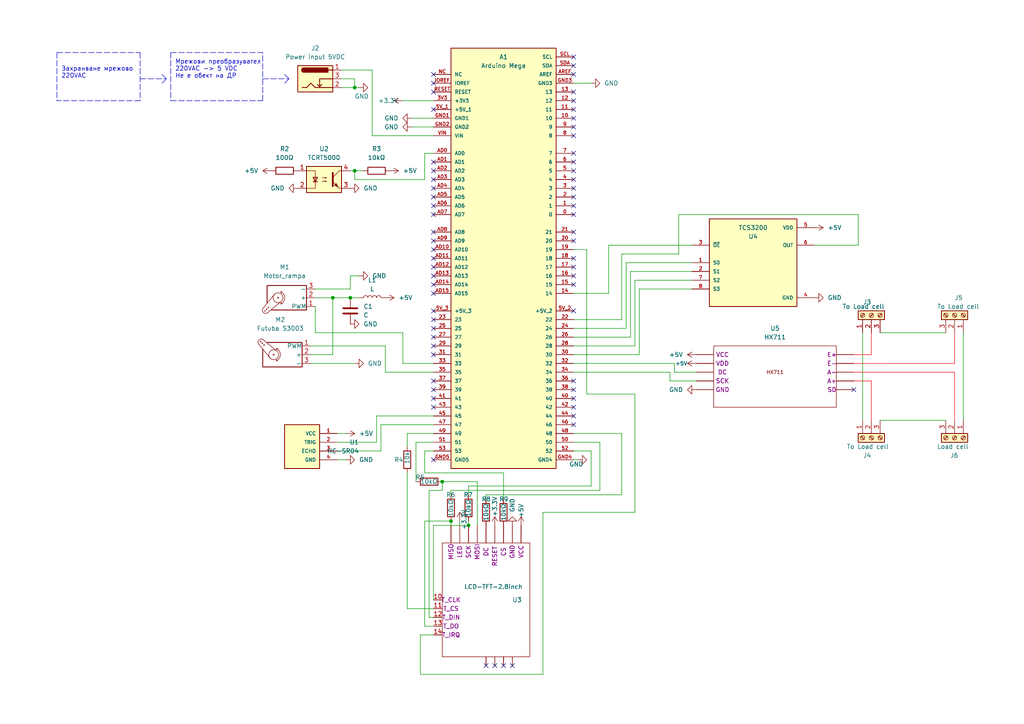
<source format=kicad_sch>
(kicad_sch
	(version 20231120)
	(generator "eeschema")
	(generator_version "8.0")
	(uuid "c6309f61-c661-49ff-9671-a945a93e1207")
	(paper "A4")
	(lib_symbols
		(symbol "A000067:A000067"
			(pin_names
				(offset 1.016)
			)
			(exclude_from_sim no)
			(in_bom yes)
			(on_board yes)
			(property "Reference" "A"
				(at -15.24 61.595 0)
				(effects
					(font
						(size 1.27 1.27)
					)
					(justify left bottom)
				)
			)
			(property "Value" "A000067"
				(at -15.24 -63.5 0)
				(effects
					(font
						(size 1.27 1.27)
					)
					(justify left bottom)
				)
			)
			(property "Footprint" "A000067:ARDUINO_A000067"
				(at 0 0 0)
				(effects
					(font
						(size 1.27 1.27)
					)
					(justify bottom)
					(hide yes)
				)
			)
			(property "Datasheet" ""
				(at 0 0 0)
				(effects
					(font
						(size 1.27 1.27)
					)
					(hide yes)
				)
			)
			(property "Description" ""
				(at 0 0 0)
				(effects
					(font
						(size 1.27 1.27)
					)
					(hide yes)
				)
			)
			(property "MF" "Arduino"
				(at 0 0 0)
				(effects
					(font
						(size 1.27 1.27)
					)
					(justify bottom)
					(hide yes)
				)
			)
			(property "SNAPEDA_PACKAGE_ID" "116889"
				(at 0 0 0)
				(effects
					(font
						(size 1.27 1.27)
					)
					(justify bottom)
					(hide yes)
				)
			)
			(property "Package" "Non-Standard Arduino"
				(at 0 0 0)
				(effects
					(font
						(size 1.27 1.27)
					)
					(justify bottom)
					(hide yes)
				)
			)
			(property "Price" "None"
				(at 0 0 0)
				(effects
					(font
						(size 1.27 1.27)
					)
					(justify bottom)
					(hide yes)
				)
			)
			(property "Check_prices" "https://www.snapeda.com/parts/A000067/Arduino/view-part/?ref=eda"
				(at 0 0 0)
				(effects
					(font
						(size 1.27 1.27)
					)
					(justify bottom)
					(hide yes)
				)
			)
			(property "STANDARD" "Manufacturer Recommendations"
				(at 0 0 0)
				(effects
					(font
						(size 1.27 1.27)
					)
					(justify bottom)
					(hide yes)
				)
			)
			(property "PARTREV" "3"
				(at 0 0 0)
				(effects
					(font
						(size 1.27 1.27)
					)
					(justify bottom)
					(hide yes)
				)
			)
			(property "SnapEDA_Link" "https://www.snapeda.com/parts/A000067/Arduino/view-part/?ref=snap"
				(at 0 0 0)
				(effects
					(font
						(size 1.27 1.27)
					)
					(justify bottom)
					(hide yes)
				)
			)
			(property "MP" "A000067"
				(at 0 0 0)
				(effects
					(font
						(size 1.27 1.27)
					)
					(justify bottom)
					(hide yes)
				)
			)
			(property "Purchase-URL" "https://www.snapeda.com/api/url_track_click_mouser/?unipart_id=7035645&manufacturer=Arduino&part_name=A000067&search_term=arduino mega 2650"
				(at 0 0 0)
				(effects
					(font
						(size 1.27 1.27)
					)
					(justify bottom)
					(hide yes)
				)
			)
			(property "Description_1" "\nArduino Mega 2560 Rev3 Microcontroller Board, ATmega2560 | Arduino A000067\n"
				(at 0 0 0)
				(effects
					(font
						(size 1.27 1.27)
					)
					(justify bottom)
					(hide yes)
				)
			)
			(property "Availability" "In Stock"
				(at 0 0 0)
				(effects
					(font
						(size 1.27 1.27)
					)
					(justify bottom)
					(hide yes)
				)
			)
			(property "MANUFACTURER" "Arduino"
				(at 0 0 0)
				(effects
					(font
						(size 1.27 1.27)
					)
					(justify bottom)
					(hide yes)
				)
			)
			(symbol "A000067_0_0"
				(rectangle
					(start -15.24 -60.96)
					(end 15.24 60.96)
					(stroke
						(width 0.254)
						(type default)
					)
					(fill
						(type background)
					)
				)
				(pin passive line
					(at 20.32 12.7 180)
					(length 5.08)
					(name "0"
						(effects
							(font
								(size 1.016 1.016)
							)
						)
					)
					(number "0"
						(effects
							(font
								(size 1.016 1.016)
							)
						)
					)
				)
				(pin passive line
					(at 20.32 15.24 180)
					(length 5.08)
					(name "1"
						(effects
							(font
								(size 1.016 1.016)
							)
						)
					)
					(number "1"
						(effects
							(font
								(size 1.016 1.016)
							)
						)
					)
				)
				(pin passive line
					(at 20.32 40.64 180)
					(length 5.08)
					(name "10"
						(effects
							(font
								(size 1.016 1.016)
							)
						)
					)
					(number "10"
						(effects
							(font
								(size 1.016 1.016)
							)
						)
					)
				)
				(pin passive line
					(at 20.32 43.18 180)
					(length 5.08)
					(name "11"
						(effects
							(font
								(size 1.016 1.016)
							)
						)
					)
					(number "11"
						(effects
							(font
								(size 1.016 1.016)
							)
						)
					)
				)
				(pin passive line
					(at 20.32 45.72 180)
					(length 5.08)
					(name "12"
						(effects
							(font
								(size 1.016 1.016)
							)
						)
					)
					(number "12"
						(effects
							(font
								(size 1.016 1.016)
							)
						)
					)
				)
				(pin passive line
					(at 20.32 48.26 180)
					(length 5.08)
					(name "13"
						(effects
							(font
								(size 1.016 1.016)
							)
						)
					)
					(number "13"
						(effects
							(font
								(size 1.016 1.016)
							)
						)
					)
				)
				(pin passive line
					(at 20.32 -10.16 180)
					(length 5.08)
					(name "14"
						(effects
							(font
								(size 1.016 1.016)
							)
						)
					)
					(number "14"
						(effects
							(font
								(size 1.016 1.016)
							)
						)
					)
				)
				(pin passive line
					(at 20.32 -7.62 180)
					(length 5.08)
					(name "15"
						(effects
							(font
								(size 1.016 1.016)
							)
						)
					)
					(number "15"
						(effects
							(font
								(size 1.016 1.016)
							)
						)
					)
				)
				(pin passive line
					(at 20.32 -5.08 180)
					(length 5.08)
					(name "16"
						(effects
							(font
								(size 1.016 1.016)
							)
						)
					)
					(number "16"
						(effects
							(font
								(size 1.016 1.016)
							)
						)
					)
				)
				(pin passive line
					(at 20.32 -2.54 180)
					(length 5.08)
					(name "17"
						(effects
							(font
								(size 1.016 1.016)
							)
						)
					)
					(number "17"
						(effects
							(font
								(size 1.016 1.016)
							)
						)
					)
				)
				(pin passive line
					(at 20.32 0 180)
					(length 5.08)
					(name "18"
						(effects
							(font
								(size 1.016 1.016)
							)
						)
					)
					(number "18"
						(effects
							(font
								(size 1.016 1.016)
							)
						)
					)
				)
				(pin passive line
					(at 20.32 2.54 180)
					(length 5.08)
					(name "19"
						(effects
							(font
								(size 1.016 1.016)
							)
						)
					)
					(number "19"
						(effects
							(font
								(size 1.016 1.016)
							)
						)
					)
				)
				(pin passive line
					(at 20.32 17.78 180)
					(length 5.08)
					(name "2"
						(effects
							(font
								(size 1.016 1.016)
							)
						)
					)
					(number "2"
						(effects
							(font
								(size 1.016 1.016)
							)
						)
					)
				)
				(pin passive line
					(at 20.32 5.08 180)
					(length 5.08)
					(name "20"
						(effects
							(font
								(size 1.016 1.016)
							)
						)
					)
					(number "20"
						(effects
							(font
								(size 1.016 1.016)
							)
						)
					)
				)
				(pin passive line
					(at 20.32 7.62 180)
					(length 5.08)
					(name "21"
						(effects
							(font
								(size 1.016 1.016)
							)
						)
					)
					(number "21"
						(effects
							(font
								(size 1.016 1.016)
							)
						)
					)
				)
				(pin passive line
					(at 20.32 -17.78 180)
					(length 5.08)
					(name "22"
						(effects
							(font
								(size 1.016 1.016)
							)
						)
					)
					(number "22"
						(effects
							(font
								(size 1.016 1.016)
							)
						)
					)
				)
				(pin passive line
					(at -20.32 -17.78 0)
					(length 5.08)
					(name "23"
						(effects
							(font
								(size 1.016 1.016)
							)
						)
					)
					(number "23"
						(effects
							(font
								(size 1.016 1.016)
							)
						)
					)
				)
				(pin passive line
					(at 20.32 -20.32 180)
					(length 5.08)
					(name "24"
						(effects
							(font
								(size 1.016 1.016)
							)
						)
					)
					(number "24"
						(effects
							(font
								(size 1.016 1.016)
							)
						)
					)
				)
				(pin passive line
					(at -20.32 -20.32 0)
					(length 5.08)
					(name "25"
						(effects
							(font
								(size 1.016 1.016)
							)
						)
					)
					(number "25"
						(effects
							(font
								(size 1.016 1.016)
							)
						)
					)
				)
				(pin passive line
					(at 20.32 -22.86 180)
					(length 5.08)
					(name "26"
						(effects
							(font
								(size 1.016 1.016)
							)
						)
					)
					(number "26"
						(effects
							(font
								(size 1.016 1.016)
							)
						)
					)
				)
				(pin passive line
					(at -20.32 -22.86 0)
					(length 5.08)
					(name "27"
						(effects
							(font
								(size 1.016 1.016)
							)
						)
					)
					(number "27"
						(effects
							(font
								(size 1.016 1.016)
							)
						)
					)
				)
				(pin passive line
					(at 20.32 -25.4 180)
					(length 5.08)
					(name "28"
						(effects
							(font
								(size 1.016 1.016)
							)
						)
					)
					(number "28"
						(effects
							(font
								(size 1.016 1.016)
							)
						)
					)
				)
				(pin passive line
					(at -20.32 -25.4 0)
					(length 5.08)
					(name "29"
						(effects
							(font
								(size 1.016 1.016)
							)
						)
					)
					(number "29"
						(effects
							(font
								(size 1.016 1.016)
							)
						)
					)
				)
				(pin passive line
					(at 20.32 20.32 180)
					(length 5.08)
					(name "3"
						(effects
							(font
								(size 1.016 1.016)
							)
						)
					)
					(number "3"
						(effects
							(font
								(size 1.016 1.016)
							)
						)
					)
				)
				(pin passive line
					(at 20.32 -27.94 180)
					(length 5.08)
					(name "30"
						(effects
							(font
								(size 1.016 1.016)
							)
						)
					)
					(number "30"
						(effects
							(font
								(size 1.016 1.016)
							)
						)
					)
				)
				(pin passive line
					(at -20.32 -27.94 0)
					(length 5.08)
					(name "31"
						(effects
							(font
								(size 1.016 1.016)
							)
						)
					)
					(number "31"
						(effects
							(font
								(size 1.016 1.016)
							)
						)
					)
				)
				(pin passive line
					(at 20.32 -30.48 180)
					(length 5.08)
					(name "32"
						(effects
							(font
								(size 1.016 1.016)
							)
						)
					)
					(number "32"
						(effects
							(font
								(size 1.016 1.016)
							)
						)
					)
				)
				(pin passive line
					(at -20.32 -30.48 0)
					(length 5.08)
					(name "33"
						(effects
							(font
								(size 1.016 1.016)
							)
						)
					)
					(number "33"
						(effects
							(font
								(size 1.016 1.016)
							)
						)
					)
				)
				(pin passive line
					(at 20.32 -33.02 180)
					(length 5.08)
					(name "34"
						(effects
							(font
								(size 1.016 1.016)
							)
						)
					)
					(number "34"
						(effects
							(font
								(size 1.016 1.016)
							)
						)
					)
				)
				(pin passive line
					(at -20.32 -33.02 0)
					(length 5.08)
					(name "35"
						(effects
							(font
								(size 1.016 1.016)
							)
						)
					)
					(number "35"
						(effects
							(font
								(size 1.016 1.016)
							)
						)
					)
				)
				(pin passive line
					(at 20.32 -35.56 180)
					(length 5.08)
					(name "36"
						(effects
							(font
								(size 1.016 1.016)
							)
						)
					)
					(number "36"
						(effects
							(font
								(size 1.016 1.016)
							)
						)
					)
				)
				(pin passive line
					(at -20.32 -35.56 0)
					(length 5.08)
					(name "37"
						(effects
							(font
								(size 1.016 1.016)
							)
						)
					)
					(number "37"
						(effects
							(font
								(size 1.016 1.016)
							)
						)
					)
				)
				(pin passive line
					(at 20.32 -38.1 180)
					(length 5.08)
					(name "38"
						(effects
							(font
								(size 1.016 1.016)
							)
						)
					)
					(number "38"
						(effects
							(font
								(size 1.016 1.016)
							)
						)
					)
				)
				(pin passive line
					(at -20.32 -38.1 0)
					(length 5.08)
					(name "39"
						(effects
							(font
								(size 1.016 1.016)
							)
						)
					)
					(number "39"
						(effects
							(font
								(size 1.016 1.016)
							)
						)
					)
				)
				(pin passive line
					(at -20.32 45.72 0)
					(length 5.08)
					(name "+3V3"
						(effects
							(font
								(size 1.016 1.016)
							)
						)
					)
					(number "3V3"
						(effects
							(font
								(size 1.016 1.016)
							)
						)
					)
				)
				(pin passive line
					(at 20.32 22.86 180)
					(length 5.08)
					(name "4"
						(effects
							(font
								(size 1.016 1.016)
							)
						)
					)
					(number "4"
						(effects
							(font
								(size 1.016 1.016)
							)
						)
					)
				)
				(pin passive line
					(at 20.32 -40.64 180)
					(length 5.08)
					(name "40"
						(effects
							(font
								(size 1.016 1.016)
							)
						)
					)
					(number "40"
						(effects
							(font
								(size 1.016 1.016)
							)
						)
					)
				)
				(pin passive line
					(at -20.32 -40.64 0)
					(length 5.08)
					(name "41"
						(effects
							(font
								(size 1.016 1.016)
							)
						)
					)
					(number "41"
						(effects
							(font
								(size 1.016 1.016)
							)
						)
					)
				)
				(pin passive line
					(at 20.32 -43.18 180)
					(length 5.08)
					(name "42"
						(effects
							(font
								(size 1.016 1.016)
							)
						)
					)
					(number "42"
						(effects
							(font
								(size 1.016 1.016)
							)
						)
					)
				)
				(pin passive line
					(at -20.32 -43.18 0)
					(length 5.08)
					(name "43"
						(effects
							(font
								(size 1.016 1.016)
							)
						)
					)
					(number "43"
						(effects
							(font
								(size 1.016 1.016)
							)
						)
					)
				)
				(pin passive line
					(at 20.32 -45.72 180)
					(length 5.08)
					(name "44"
						(effects
							(font
								(size 1.016 1.016)
							)
						)
					)
					(number "44"
						(effects
							(font
								(size 1.016 1.016)
							)
						)
					)
				)
				(pin passive line
					(at -20.32 -45.72 0)
					(length 5.08)
					(name "45"
						(effects
							(font
								(size 1.016 1.016)
							)
						)
					)
					(number "45"
						(effects
							(font
								(size 1.016 1.016)
							)
						)
					)
				)
				(pin passive line
					(at 20.32 -48.26 180)
					(length 5.08)
					(name "46"
						(effects
							(font
								(size 1.016 1.016)
							)
						)
					)
					(number "46"
						(effects
							(font
								(size 1.016 1.016)
							)
						)
					)
				)
				(pin passive line
					(at -20.32 -48.26 0)
					(length 5.08)
					(name "47"
						(effects
							(font
								(size 1.016 1.016)
							)
						)
					)
					(number "47"
						(effects
							(font
								(size 1.016 1.016)
							)
						)
					)
				)
				(pin passive line
					(at 20.32 -50.8 180)
					(length 5.08)
					(name "48"
						(effects
							(font
								(size 1.016 1.016)
							)
						)
					)
					(number "48"
						(effects
							(font
								(size 1.016 1.016)
							)
						)
					)
				)
				(pin passive line
					(at -20.32 -50.8 0)
					(length 5.08)
					(name "49"
						(effects
							(font
								(size 1.016 1.016)
							)
						)
					)
					(number "49"
						(effects
							(font
								(size 1.016 1.016)
							)
						)
					)
				)
				(pin passive line
					(at 20.32 25.4 180)
					(length 5.08)
					(name "5"
						(effects
							(font
								(size 1.016 1.016)
							)
						)
					)
					(number "5"
						(effects
							(font
								(size 1.016 1.016)
							)
						)
					)
				)
				(pin passive line
					(at 20.32 -53.34 180)
					(length 5.08)
					(name "50"
						(effects
							(font
								(size 1.016 1.016)
							)
						)
					)
					(number "50"
						(effects
							(font
								(size 1.016 1.016)
							)
						)
					)
				)
				(pin passive line
					(at -20.32 -53.34 0)
					(length 5.08)
					(name "51"
						(effects
							(font
								(size 1.016 1.016)
							)
						)
					)
					(number "51"
						(effects
							(font
								(size 1.016 1.016)
							)
						)
					)
				)
				(pin passive line
					(at 20.32 -55.88 180)
					(length 5.08)
					(name "52"
						(effects
							(font
								(size 1.016 1.016)
							)
						)
					)
					(number "52"
						(effects
							(font
								(size 1.016 1.016)
							)
						)
					)
				)
				(pin passive line
					(at -20.32 -55.88 0)
					(length 5.08)
					(name "53"
						(effects
							(font
								(size 1.016 1.016)
							)
						)
					)
					(number "53"
						(effects
							(font
								(size 1.016 1.016)
							)
						)
					)
				)
				(pin passive line
					(at -20.32 43.18 0)
					(length 5.08)
					(name "+5V_1"
						(effects
							(font
								(size 1.016 1.016)
							)
						)
					)
					(number "5V_1"
						(effects
							(font
								(size 1.016 1.016)
							)
						)
					)
				)
				(pin passive line
					(at 20.32 -15.24 180)
					(length 5.08)
					(name "+5V_2"
						(effects
							(font
								(size 1.016 1.016)
							)
						)
					)
					(number "5V_2"
						(effects
							(font
								(size 1.016 1.016)
							)
						)
					)
				)
				(pin passive line
					(at -20.32 -15.24 0)
					(length 5.08)
					(name "+5V_3"
						(effects
							(font
								(size 1.016 1.016)
							)
						)
					)
					(number "5V_3"
						(effects
							(font
								(size 1.016 1.016)
							)
						)
					)
				)
				(pin passive line
					(at 20.32 27.94 180)
					(length 5.08)
					(name "6"
						(effects
							(font
								(size 1.016 1.016)
							)
						)
					)
					(number "6"
						(effects
							(font
								(size 1.016 1.016)
							)
						)
					)
				)
				(pin passive line
					(at 20.32 30.48 180)
					(length 5.08)
					(name "7"
						(effects
							(font
								(size 1.016 1.016)
							)
						)
					)
					(number "7"
						(effects
							(font
								(size 1.016 1.016)
							)
						)
					)
				)
				(pin passive line
					(at 20.32 35.56 180)
					(length 5.08)
					(name "8"
						(effects
							(font
								(size 1.016 1.016)
							)
						)
					)
					(number "8"
						(effects
							(font
								(size 1.016 1.016)
							)
						)
					)
				)
				(pin passive line
					(at 20.32 38.1 180)
					(length 5.08)
					(name "9"
						(effects
							(font
								(size 1.016 1.016)
							)
						)
					)
					(number "9"
						(effects
							(font
								(size 1.016 1.016)
							)
						)
					)
				)
				(pin passive line
					(at -20.32 30.48 0)
					(length 5.08)
					(name "AD0"
						(effects
							(font
								(size 1.016 1.016)
							)
						)
					)
					(number "AD0"
						(effects
							(font
								(size 1.016 1.016)
							)
						)
					)
				)
				(pin passive line
					(at -20.32 27.94 0)
					(length 5.08)
					(name "AD1"
						(effects
							(font
								(size 1.016 1.016)
							)
						)
					)
					(number "AD1"
						(effects
							(font
								(size 1.016 1.016)
							)
						)
					)
				)
				(pin passive line
					(at -20.32 2.54 0)
					(length 5.08)
					(name "AD10"
						(effects
							(font
								(size 1.016 1.016)
							)
						)
					)
					(number "AD10"
						(effects
							(font
								(size 1.016 1.016)
							)
						)
					)
				)
				(pin passive line
					(at -20.32 0 0)
					(length 5.08)
					(name "AD11"
						(effects
							(font
								(size 1.016 1.016)
							)
						)
					)
					(number "AD11"
						(effects
							(font
								(size 1.016 1.016)
							)
						)
					)
				)
				(pin passive line
					(at -20.32 -2.54 0)
					(length 5.08)
					(name "AD12"
						(effects
							(font
								(size 1.016 1.016)
							)
						)
					)
					(number "AD12"
						(effects
							(font
								(size 1.016 1.016)
							)
						)
					)
				)
				(pin passive line
					(at -20.32 -5.08 0)
					(length 5.08)
					(name "AD13"
						(effects
							(font
								(size 1.016 1.016)
							)
						)
					)
					(number "AD13"
						(effects
							(font
								(size 1.016 1.016)
							)
						)
					)
				)
				(pin passive line
					(at -20.32 -7.62 0)
					(length 5.08)
					(name "AD14"
						(effects
							(font
								(size 1.016 1.016)
							)
						)
					)
					(number "AD14"
						(effects
							(font
								(size 1.016 1.016)
							)
						)
					)
				)
				(pin passive line
					(at -20.32 -10.16 0)
					(length 5.08)
					(name "AD15"
						(effects
							(font
								(size 1.016 1.016)
							)
						)
					)
					(number "AD15"
						(effects
							(font
								(size 1.016 1.016)
							)
						)
					)
				)
				(pin passive line
					(at -20.32 25.4 0)
					(length 5.08)
					(name "AD2"
						(effects
							(font
								(size 1.016 1.016)
							)
						)
					)
					(number "AD2"
						(effects
							(font
								(size 1.016 1.016)
							)
						)
					)
				)
				(pin passive line
					(at -20.32 22.86 0)
					(length 5.08)
					(name "AD3"
						(effects
							(font
								(size 1.016 1.016)
							)
						)
					)
					(number "AD3"
						(effects
							(font
								(size 1.016 1.016)
							)
						)
					)
				)
				(pin passive line
					(at -20.32 20.32 0)
					(length 5.08)
					(name "AD4"
						(effects
							(font
								(size 1.016 1.016)
							)
						)
					)
					(number "AD4"
						(effects
							(font
								(size 1.016 1.016)
							)
						)
					)
				)
				(pin passive line
					(at -20.32 17.78 0)
					(length 5.08)
					(name "AD5"
						(effects
							(font
								(size 1.016 1.016)
							)
						)
					)
					(number "AD5"
						(effects
							(font
								(size 1.016 1.016)
							)
						)
					)
				)
				(pin passive line
					(at -20.32 15.24 0)
					(length 5.08)
					(name "AD6"
						(effects
							(font
								(size 1.016 1.016)
							)
						)
					)
					(number "AD6"
						(effects
							(font
								(size 1.016 1.016)
							)
						)
					)
				)
				(pin passive line
					(at -20.32 12.7 0)
					(length 5.08)
					(name "AD7"
						(effects
							(font
								(size 1.016 1.016)
							)
						)
					)
					(number "AD7"
						(effects
							(font
								(size 1.016 1.016)
							)
						)
					)
				)
				(pin passive line
					(at -20.32 7.62 0)
					(length 5.08)
					(name "AD8"
						(effects
							(font
								(size 1.016 1.016)
							)
						)
					)
					(number "AD8"
						(effects
							(font
								(size 1.016 1.016)
							)
						)
					)
				)
				(pin passive line
					(at -20.32 5.08 0)
					(length 5.08)
					(name "AD9"
						(effects
							(font
								(size 1.016 1.016)
							)
						)
					)
					(number "AD9"
						(effects
							(font
								(size 1.016 1.016)
							)
						)
					)
				)
				(pin passive line
					(at 20.32 53.34 180)
					(length 5.08)
					(name "AREF"
						(effects
							(font
								(size 1.016 1.016)
							)
						)
					)
					(number "AREF"
						(effects
							(font
								(size 1.016 1.016)
							)
						)
					)
				)
				(pin passive line
					(at -20.32 40.64 0)
					(length 5.08)
					(name "GND1"
						(effects
							(font
								(size 1.016 1.016)
							)
						)
					)
					(number "GND1"
						(effects
							(font
								(size 1.016 1.016)
							)
						)
					)
				)
				(pin passive line
					(at -20.32 38.1 0)
					(length 5.08)
					(name "GND2"
						(effects
							(font
								(size 1.016 1.016)
							)
						)
					)
					(number "GND2"
						(effects
							(font
								(size 1.016 1.016)
							)
						)
					)
				)
				(pin passive line
					(at 20.32 50.8 180)
					(length 5.08)
					(name "GND3"
						(effects
							(font
								(size 1.016 1.016)
							)
						)
					)
					(number "GND3"
						(effects
							(font
								(size 1.016 1.016)
							)
						)
					)
				)
				(pin passive line
					(at 20.32 -58.42 180)
					(length 5.08)
					(name "GND4"
						(effects
							(font
								(size 1.016 1.016)
							)
						)
					)
					(number "GND4"
						(effects
							(font
								(size 1.016 1.016)
							)
						)
					)
				)
				(pin passive line
					(at -20.32 -58.42 0)
					(length 5.08)
					(name "GND5"
						(effects
							(font
								(size 1.016 1.016)
							)
						)
					)
					(number "GND5"
						(effects
							(font
								(size 1.016 1.016)
							)
						)
					)
				)
				(pin passive line
					(at -20.32 50.8 0)
					(length 5.08)
					(name "IOREF"
						(effects
							(font
								(size 1.016 1.016)
							)
						)
					)
					(number "IOREF"
						(effects
							(font
								(size 1.016 1.016)
							)
						)
					)
				)
				(pin passive line
					(at -20.32 53.34 0)
					(length 5.08)
					(name "NC"
						(effects
							(font
								(size 1.016 1.016)
							)
						)
					)
					(number "NC"
						(effects
							(font
								(size 1.016 1.016)
							)
						)
					)
				)
				(pin passive line
					(at -20.32 48.26 0)
					(length 5.08)
					(name "RESET"
						(effects
							(font
								(size 1.016 1.016)
							)
						)
					)
					(number "RESET"
						(effects
							(font
								(size 1.016 1.016)
							)
						)
					)
				)
				(pin passive line
					(at 20.32 58.42 180)
					(length 5.08)
					(name "SCL"
						(effects
							(font
								(size 1.016 1.016)
							)
						)
					)
					(number "SCL"
						(effects
							(font
								(size 1.016 1.016)
							)
						)
					)
				)
				(pin passive line
					(at 20.32 55.88 180)
					(length 5.08)
					(name "SDA"
						(effects
							(font
								(size 1.016 1.016)
							)
						)
					)
					(number "SDA"
						(effects
							(font
								(size 1.016 1.016)
							)
						)
					)
				)
				(pin passive line
					(at -20.32 35.56 0)
					(length 5.08)
					(name "VIN"
						(effects
							(font
								(size 1.016 1.016)
							)
						)
					)
					(number "VIN"
						(effects
							(font
								(size 1.016 1.016)
							)
						)
					)
				)
			)
		)
		(symbol "Connector:Barrel_Jack_Switch"
			(pin_names hide)
			(exclude_from_sim no)
			(in_bom yes)
			(on_board yes)
			(property "Reference" "J"
				(at 0 5.334 0)
				(effects
					(font
						(size 1.27 1.27)
					)
				)
			)
			(property "Value" "Barrel_Jack_Switch"
				(at 0 -5.08 0)
				(effects
					(font
						(size 1.27 1.27)
					)
				)
			)
			(property "Footprint" ""
				(at 1.27 -1.016 0)
				(effects
					(font
						(size 1.27 1.27)
					)
					(hide yes)
				)
			)
			(property "Datasheet" "~"
				(at 1.27 -1.016 0)
				(effects
					(font
						(size 1.27 1.27)
					)
					(hide yes)
				)
			)
			(property "Description" "DC Barrel Jack with an internal switch"
				(at 0 0 0)
				(effects
					(font
						(size 1.27 1.27)
					)
					(hide yes)
				)
			)
			(property "ki_keywords" "DC power barrel jack connector"
				(at 0 0 0)
				(effects
					(font
						(size 1.27 1.27)
					)
					(hide yes)
				)
			)
			(property "ki_fp_filters" "BarrelJack*"
				(at 0 0 0)
				(effects
					(font
						(size 1.27 1.27)
					)
					(hide yes)
				)
			)
			(symbol "Barrel_Jack_Switch_0_1"
				(rectangle
					(start -5.08 3.81)
					(end 5.08 -3.81)
					(stroke
						(width 0.254)
						(type default)
					)
					(fill
						(type background)
					)
				)
				(arc
					(start -3.302 3.175)
					(mid -3.9342 2.54)
					(end -3.302 1.905)
					(stroke
						(width 0.254)
						(type default)
					)
					(fill
						(type none)
					)
				)
				(arc
					(start -3.302 3.175)
					(mid -3.9342 2.54)
					(end -3.302 1.905)
					(stroke
						(width 0.254)
						(type default)
					)
					(fill
						(type outline)
					)
				)
				(polyline
					(pts
						(xy 1.27 -2.286) (xy 1.905 -1.651)
					)
					(stroke
						(width 0.254)
						(type default)
					)
					(fill
						(type none)
					)
				)
				(polyline
					(pts
						(xy 5.08 2.54) (xy 3.81 2.54)
					)
					(stroke
						(width 0.254)
						(type default)
					)
					(fill
						(type none)
					)
				)
				(polyline
					(pts
						(xy 5.08 0) (xy 1.27 0) (xy 1.27 -2.286) (xy 0.635 -1.651)
					)
					(stroke
						(width 0.254)
						(type default)
					)
					(fill
						(type none)
					)
				)
				(polyline
					(pts
						(xy -3.81 -2.54) (xy -2.54 -2.54) (xy -1.27 -1.27) (xy 0 -2.54) (xy 2.54 -2.54) (xy 5.08 -2.54)
					)
					(stroke
						(width 0.254)
						(type default)
					)
					(fill
						(type none)
					)
				)
				(rectangle
					(start 3.683 3.175)
					(end -3.302 1.905)
					(stroke
						(width 0.254)
						(type default)
					)
					(fill
						(type outline)
					)
				)
			)
			(symbol "Barrel_Jack_Switch_1_1"
				(pin passive line
					(at 7.62 2.54 180)
					(length 2.54)
					(name "~"
						(effects
							(font
								(size 1.27 1.27)
							)
						)
					)
					(number "1"
						(effects
							(font
								(size 1.27 1.27)
							)
						)
					)
				)
				(pin passive line
					(at 7.62 -2.54 180)
					(length 2.54)
					(name "~"
						(effects
							(font
								(size 1.27 1.27)
							)
						)
					)
					(number "2"
						(effects
							(font
								(size 1.27 1.27)
							)
						)
					)
				)
				(pin passive line
					(at 7.62 0 180)
					(length 2.54)
					(name "~"
						(effects
							(font
								(size 1.27 1.27)
							)
						)
					)
					(number "3"
						(effects
							(font
								(size 1.27 1.27)
							)
						)
					)
				)
			)
		)
		(symbol "Connector:Screw_Terminal_01x03"
			(pin_names
				(offset 1.016) hide)
			(exclude_from_sim no)
			(in_bom yes)
			(on_board yes)
			(property "Reference" "J"
				(at 0 5.08 0)
				(effects
					(font
						(size 1.27 1.27)
					)
				)
			)
			(property "Value" "Screw_Terminal_01x03"
				(at 0 -5.08 0)
				(effects
					(font
						(size 1.27 1.27)
					)
				)
			)
			(property "Footprint" ""
				(at 0 0 0)
				(effects
					(font
						(size 1.27 1.27)
					)
					(hide yes)
				)
			)
			(property "Datasheet" "~"
				(at 0 0 0)
				(effects
					(font
						(size 1.27 1.27)
					)
					(hide yes)
				)
			)
			(property "Description" "Generic screw terminal, single row, 01x03, script generated (kicad-library-utils/schlib/autogen/connector/)"
				(at 0 0 0)
				(effects
					(font
						(size 1.27 1.27)
					)
					(hide yes)
				)
			)
			(property "ki_keywords" "screw terminal"
				(at 0 0 0)
				(effects
					(font
						(size 1.27 1.27)
					)
					(hide yes)
				)
			)
			(property "ki_fp_filters" "TerminalBlock*:*"
				(at 0 0 0)
				(effects
					(font
						(size 1.27 1.27)
					)
					(hide yes)
				)
			)
			(symbol "Screw_Terminal_01x03_1_1"
				(rectangle
					(start -1.27 3.81)
					(end 1.27 -3.81)
					(stroke
						(width 0.254)
						(type default)
					)
					(fill
						(type background)
					)
				)
				(circle
					(center 0 -2.54)
					(radius 0.635)
					(stroke
						(width 0.1524)
						(type default)
					)
					(fill
						(type none)
					)
				)
				(polyline
					(pts
						(xy -0.5334 -2.2098) (xy 0.3302 -3.048)
					)
					(stroke
						(width 0.1524)
						(type default)
					)
					(fill
						(type none)
					)
				)
				(polyline
					(pts
						(xy -0.5334 0.3302) (xy 0.3302 -0.508)
					)
					(stroke
						(width 0.1524)
						(type default)
					)
					(fill
						(type none)
					)
				)
				(polyline
					(pts
						(xy -0.5334 2.8702) (xy 0.3302 2.032)
					)
					(stroke
						(width 0.1524)
						(type default)
					)
					(fill
						(type none)
					)
				)
				(polyline
					(pts
						(xy -0.3556 -2.032) (xy 0.508 -2.8702)
					)
					(stroke
						(width 0.1524)
						(type default)
					)
					(fill
						(type none)
					)
				)
				(polyline
					(pts
						(xy -0.3556 0.508) (xy 0.508 -0.3302)
					)
					(stroke
						(width 0.1524)
						(type default)
					)
					(fill
						(type none)
					)
				)
				(polyline
					(pts
						(xy -0.3556 3.048) (xy 0.508 2.2098)
					)
					(stroke
						(width 0.1524)
						(type default)
					)
					(fill
						(type none)
					)
				)
				(circle
					(center 0 0)
					(radius 0.635)
					(stroke
						(width 0.1524)
						(type default)
					)
					(fill
						(type none)
					)
				)
				(circle
					(center 0 2.54)
					(radius 0.635)
					(stroke
						(width 0.1524)
						(type default)
					)
					(fill
						(type none)
					)
				)
				(pin passive line
					(at -5.08 2.54 0)
					(length 3.81)
					(name "Pin_1"
						(effects
							(font
								(size 1.27 1.27)
							)
						)
					)
					(number "1"
						(effects
							(font
								(size 1.27 1.27)
							)
						)
					)
				)
				(pin passive line
					(at -5.08 0 0)
					(length 3.81)
					(name "Pin_2"
						(effects
							(font
								(size 1.27 1.27)
							)
						)
					)
					(number "2"
						(effects
							(font
								(size 1.27 1.27)
							)
						)
					)
				)
				(pin passive line
					(at -5.08 -2.54 0)
					(length 3.81)
					(name "Pin_3"
						(effects
							(font
								(size 1.27 1.27)
							)
						)
					)
					(number "3"
						(effects
							(font
								(size 1.27 1.27)
							)
						)
					)
				)
			)
		)
		(symbol "Device:C"
			(pin_numbers hide)
			(pin_names
				(offset 0.254)
			)
			(exclude_from_sim no)
			(in_bom yes)
			(on_board yes)
			(property "Reference" "C"
				(at 0.635 2.54 0)
				(effects
					(font
						(size 1.27 1.27)
					)
					(justify left)
				)
			)
			(property "Value" "C"
				(at 0.635 -2.54 0)
				(effects
					(font
						(size 1.27 1.27)
					)
					(justify left)
				)
			)
			(property "Footprint" ""
				(at 0.9652 -3.81 0)
				(effects
					(font
						(size 1.27 1.27)
					)
					(hide yes)
				)
			)
			(property "Datasheet" "~"
				(at 0 0 0)
				(effects
					(font
						(size 1.27 1.27)
					)
					(hide yes)
				)
			)
			(property "Description" "Unpolarized capacitor"
				(at 0 0 0)
				(effects
					(font
						(size 1.27 1.27)
					)
					(hide yes)
				)
			)
			(property "ki_keywords" "cap capacitor"
				(at 0 0 0)
				(effects
					(font
						(size 1.27 1.27)
					)
					(hide yes)
				)
			)
			(property "ki_fp_filters" "C_*"
				(at 0 0 0)
				(effects
					(font
						(size 1.27 1.27)
					)
					(hide yes)
				)
			)
			(symbol "C_0_1"
				(polyline
					(pts
						(xy -2.032 -0.762) (xy 2.032 -0.762)
					)
					(stroke
						(width 0.508)
						(type default)
					)
					(fill
						(type none)
					)
				)
				(polyline
					(pts
						(xy -2.032 0.762) (xy 2.032 0.762)
					)
					(stroke
						(width 0.508)
						(type default)
					)
					(fill
						(type none)
					)
				)
			)
			(symbol "C_1_1"
				(pin passive line
					(at 0 3.81 270)
					(length 2.794)
					(name "~"
						(effects
							(font
								(size 1.27 1.27)
							)
						)
					)
					(number "1"
						(effects
							(font
								(size 1.27 1.27)
							)
						)
					)
				)
				(pin passive line
					(at 0 -3.81 90)
					(length 2.794)
					(name "~"
						(effects
							(font
								(size 1.27 1.27)
							)
						)
					)
					(number "2"
						(effects
							(font
								(size 1.27 1.27)
							)
						)
					)
				)
			)
		)
		(symbol "Device:L"
			(pin_numbers hide)
			(pin_names
				(offset 1.016) hide)
			(exclude_from_sim no)
			(in_bom yes)
			(on_board yes)
			(property "Reference" "L"
				(at -1.27 0 90)
				(effects
					(font
						(size 1.27 1.27)
					)
				)
			)
			(property "Value" "L"
				(at 1.905 0 90)
				(effects
					(font
						(size 1.27 1.27)
					)
				)
			)
			(property "Footprint" ""
				(at 0 0 0)
				(effects
					(font
						(size 1.27 1.27)
					)
					(hide yes)
				)
			)
			(property "Datasheet" "~"
				(at 0 0 0)
				(effects
					(font
						(size 1.27 1.27)
					)
					(hide yes)
				)
			)
			(property "Description" "Inductor"
				(at 0 0 0)
				(effects
					(font
						(size 1.27 1.27)
					)
					(hide yes)
				)
			)
			(property "ki_keywords" "inductor choke coil reactor magnetic"
				(at 0 0 0)
				(effects
					(font
						(size 1.27 1.27)
					)
					(hide yes)
				)
			)
			(property "ki_fp_filters" "Choke_* *Coil* Inductor_* L_*"
				(at 0 0 0)
				(effects
					(font
						(size 1.27 1.27)
					)
					(hide yes)
				)
			)
			(symbol "L_0_1"
				(arc
					(start 0 -2.54)
					(mid 0.6323 -1.905)
					(end 0 -1.27)
					(stroke
						(width 0)
						(type default)
					)
					(fill
						(type none)
					)
				)
				(arc
					(start 0 -1.27)
					(mid 0.6323 -0.635)
					(end 0 0)
					(stroke
						(width 0)
						(type default)
					)
					(fill
						(type none)
					)
				)
				(arc
					(start 0 0)
					(mid 0.6323 0.635)
					(end 0 1.27)
					(stroke
						(width 0)
						(type default)
					)
					(fill
						(type none)
					)
				)
				(arc
					(start 0 1.27)
					(mid 0.6323 1.905)
					(end 0 2.54)
					(stroke
						(width 0)
						(type default)
					)
					(fill
						(type none)
					)
				)
			)
			(symbol "L_1_1"
				(pin passive line
					(at 0 3.81 270)
					(length 1.27)
					(name "1"
						(effects
							(font
								(size 1.27 1.27)
							)
						)
					)
					(number "1"
						(effects
							(font
								(size 1.27 1.27)
							)
						)
					)
				)
				(pin passive line
					(at 0 -3.81 90)
					(length 1.27)
					(name "2"
						(effects
							(font
								(size 1.27 1.27)
							)
						)
					)
					(number "2"
						(effects
							(font
								(size 1.27 1.27)
							)
						)
					)
				)
			)
		)
		(symbol "Device:R"
			(pin_numbers hide)
			(pin_names
				(offset 0)
			)
			(exclude_from_sim no)
			(in_bom yes)
			(on_board yes)
			(property "Reference" "R"
				(at 2.032 0 90)
				(effects
					(font
						(size 1.27 1.27)
					)
				)
			)
			(property "Value" "R"
				(at 0 0 90)
				(effects
					(font
						(size 1.27 1.27)
					)
				)
			)
			(property "Footprint" ""
				(at -1.778 0 90)
				(effects
					(font
						(size 1.27 1.27)
					)
					(hide yes)
				)
			)
			(property "Datasheet" "~"
				(at 0 0 0)
				(effects
					(font
						(size 1.27 1.27)
					)
					(hide yes)
				)
			)
			(property "Description" "Resistor"
				(at 0 0 0)
				(effects
					(font
						(size 1.27 1.27)
					)
					(hide yes)
				)
			)
			(property "ki_keywords" "R res resistor"
				(at 0 0 0)
				(effects
					(font
						(size 1.27 1.27)
					)
					(hide yes)
				)
			)
			(property "ki_fp_filters" "R_*"
				(at 0 0 0)
				(effects
					(font
						(size 1.27 1.27)
					)
					(hide yes)
				)
			)
			(symbol "R_0_1"
				(rectangle
					(start -1.016 -2.54)
					(end 1.016 2.54)
					(stroke
						(width 0.254)
						(type default)
					)
					(fill
						(type none)
					)
				)
			)
			(symbol "R_1_1"
				(pin passive line
					(at 0 3.81 270)
					(length 1.27)
					(name "~"
						(effects
							(font
								(size 1.27 1.27)
							)
						)
					)
					(number "1"
						(effects
							(font
								(size 1.27 1.27)
							)
						)
					)
				)
				(pin passive line
					(at 0 -3.81 90)
					(length 1.27)
					(name "~"
						(effects
							(font
								(size 1.27 1.27)
							)
						)
					)
					(number "2"
						(effects
							(font
								(size 1.27 1.27)
							)
						)
					)
				)
			)
		)
		(symbol "HC-SR04:HC-SR04"
			(pin_names
				(offset 1.016)
			)
			(exclude_from_sim no)
			(in_bom yes)
			(on_board yes)
			(property "Reference" "U1"
				(at -11.43 0.0001 0)
				(effects
					(font
						(size 1.27 1.27)
					)
					(justify left)
				)
			)
			(property "Value" "HC-SR04"
				(at -11.43 -2.5399 0)
				(effects
					(font
						(size 1.27 1.27)
					)
					(justify left)
				)
			)
			(property "Footprint" "HC-SR04:XCVR_HC-SR04"
				(at 0 0 0)
				(effects
					(font
						(size 1.27 1.27)
					)
					(justify bottom)
					(hide yes)
				)
			)
			(property "Datasheet" ""
				(at 0 0 0)
				(effects
					(font
						(size 1.27 1.27)
					)
					(hide yes)
				)
			)
			(property "Description" ""
				(at 0 0 0)
				(effects
					(font
						(size 1.27 1.27)
					)
					(hide yes)
				)
			)
			(property "DigiKey_Part_Number" ""
				(at 0 0 0)
				(effects
					(font
						(size 1.27 1.27)
					)
					(justify bottom)
					(hide yes)
				)
			)
			(property "SnapEDA_Link" "https://www.snapeda.com/parts/HC-SR04/SparkFun+Electronics/view-part/?ref=snap"
				(at 0 0 0)
				(effects
					(font
						(size 1.27 1.27)
					)
					(justify bottom)
					(hide yes)
				)
			)
			(property "Description_1" "\nHC-SR04 Ultrasonic Sensor Qwiic Platform Evaluation Expansion Board\n"
				(at 0 0 0)
				(effects
					(font
						(size 1.27 1.27)
					)
					(justify bottom)
					(hide yes)
				)
			)
			(property "Package" "None"
				(at 0 0 0)
				(effects
					(font
						(size 1.27 1.27)
					)
					(justify bottom)
					(hide yes)
				)
			)
			(property "Check_prices" "https://www.snapeda.com/parts/HC-SR04/SparkFun+Electronics/view-part/?ref=eda"
				(at 0 0 0)
				(effects
					(font
						(size 1.27 1.27)
					)
					(justify bottom)
					(hide yes)
				)
			)
			(property "MF" "SparkFun Electronics"
				(at 0 0 0)
				(effects
					(font
						(size 1.27 1.27)
					)
					(justify bottom)
					(hide yes)
				)
			)
			(property "MP" "HC-SR04"
				(at 0 0 0)
				(effects
					(font
						(size 1.27 1.27)
					)
					(justify bottom)
					(hide yes)
				)
			)
			(property "MANUFACTURER" "Osepp"
				(at 0 0 0)
				(effects
					(font
						(size 1.27 1.27)
					)
					(justify bottom)
					(hide yes)
				)
			)
			(symbol "HC-SR04_0_0"
				(rectangle
					(start 0 -7.62)
					(end 10.16 5.08)
					(stroke
						(width 0.254)
						(type default)
					)
					(fill
						(type background)
					)
				)
				(pin bidirectional line
					(at -5.08 2.54 0)
					(length 5.08)
					(name "VCC"
						(effects
							(font
								(size 1.016 1.016)
							)
						)
					)
					(number "1"
						(effects
							(font
								(size 1.016 1.016)
							)
						)
					)
				)
				(pin bidirectional line
					(at -5.08 0 0)
					(length 5.08)
					(name "TRIG"
						(effects
							(font
								(size 1.016 1.016)
							)
						)
					)
					(number "2"
						(effects
							(font
								(size 1.016 1.016)
							)
						)
					)
				)
				(pin bidirectional line
					(at -5.08 -2.54 0)
					(length 5.08)
					(name "ECHO"
						(effects
							(font
								(size 1.016 1.016)
							)
						)
					)
					(number "3"
						(effects
							(font
								(size 1.016 1.016)
							)
						)
					)
				)
				(pin bidirectional line
					(at -5.08 -5.08 0)
					(length 5.08)
					(name "GND"
						(effects
							(font
								(size 1.016 1.016)
							)
						)
					)
					(number "4"
						(effects
							(font
								(size 1.016 1.016)
							)
						)
					)
				)
			)
		)
		(symbol "Isolator:FODM217A"
			(exclude_from_sim no)
			(in_bom yes)
			(on_board yes)
			(property "Reference" "U"
				(at -5.08 5.08 0)
				(effects
					(font
						(size 1.27 1.27)
					)
					(justify left)
				)
			)
			(property "Value" "FODM217A"
				(at 0 5.08 0)
				(effects
					(font
						(size 1.27 1.27)
					)
					(justify left)
				)
			)
			(property "Footprint" "Package_SO:SOP-4_4.4x2.6mm_P1.27mm"
				(at 0 -5.08 0)
				(effects
					(font
						(size 1.27 1.27)
						(italic yes)
					)
					(hide yes)
				)
			)
			(property "Datasheet" "https://www.onsemi.com/pub/Collateral/FODM214-D.PDF"
				(at 0 0 0)
				(effects
					(font
						(size 1.27 1.27)
					)
					(justify left)
					(hide yes)
				)
			)
			(property "Description" "DC Optocoupler, Vce 80V, CTR 80-160%, SOP-4"
				(at 0 0 0)
				(effects
					(font
						(size 1.27 1.27)
					)
					(hide yes)
				)
			)
			(property "ki_keywords" "DC Phototransistor Optocoupler"
				(at 0 0 0)
				(effects
					(font
						(size 1.27 1.27)
					)
					(hide yes)
				)
			)
			(property "ki_fp_filters" "SOP*4.4x2.6mm*P1.27mm*"
				(at 0 0 0)
				(effects
					(font
						(size 1.27 1.27)
					)
					(hide yes)
				)
			)
			(symbol "FODM217A_0_1"
				(rectangle
					(start -5.08 3.81)
					(end 5.08 -3.81)
					(stroke
						(width 0.254)
						(type default)
					)
					(fill
						(type background)
					)
				)
				(polyline
					(pts
						(xy -3.175 -0.635) (xy -1.905 -0.635)
					)
					(stroke
						(width 0.254)
						(type default)
					)
					(fill
						(type none)
					)
				)
				(polyline
					(pts
						(xy 2.54 0.635) (xy 4.445 2.54)
					)
					(stroke
						(width 0)
						(type default)
					)
					(fill
						(type none)
					)
				)
				(polyline
					(pts
						(xy 4.445 -2.54) (xy 2.54 -0.635)
					)
					(stroke
						(width 0)
						(type default)
					)
					(fill
						(type outline)
					)
				)
				(polyline
					(pts
						(xy 4.445 -2.54) (xy 5.08 -2.54)
					)
					(stroke
						(width 0)
						(type default)
					)
					(fill
						(type none)
					)
				)
				(polyline
					(pts
						(xy 4.445 2.54) (xy 5.08 2.54)
					)
					(stroke
						(width 0)
						(type default)
					)
					(fill
						(type none)
					)
				)
				(polyline
					(pts
						(xy -5.08 2.54) (xy -2.54 2.54) (xy -2.54 -0.635)
					)
					(stroke
						(width 0)
						(type default)
					)
					(fill
						(type none)
					)
				)
				(polyline
					(pts
						(xy -2.54 -0.635) (xy -2.54 -2.54) (xy -5.08 -2.54)
					)
					(stroke
						(width 0)
						(type default)
					)
					(fill
						(type none)
					)
				)
				(polyline
					(pts
						(xy 2.54 1.905) (xy 2.54 -1.905) (xy 2.54 -1.905)
					)
					(stroke
						(width 0.508)
						(type default)
					)
					(fill
						(type none)
					)
				)
				(polyline
					(pts
						(xy -2.54 -0.635) (xy -3.175 0.635) (xy -1.905 0.635) (xy -2.54 -0.635)
					)
					(stroke
						(width 0.254)
						(type default)
					)
					(fill
						(type none)
					)
				)
				(polyline
					(pts
						(xy -0.508 -0.508) (xy 0.762 -0.508) (xy 0.381 -0.635) (xy 0.381 -0.381) (xy 0.762 -0.508)
					)
					(stroke
						(width 0)
						(type default)
					)
					(fill
						(type none)
					)
				)
				(polyline
					(pts
						(xy -0.508 0.508) (xy 0.762 0.508) (xy 0.381 0.381) (xy 0.381 0.635) (xy 0.762 0.508)
					)
					(stroke
						(width 0)
						(type default)
					)
					(fill
						(type none)
					)
				)
				(polyline
					(pts
						(xy 3.048 -1.651) (xy 3.556 -1.143) (xy 4.064 -2.159) (xy 3.048 -1.651) (xy 3.048 -1.651)
					)
					(stroke
						(width 0)
						(type default)
					)
					(fill
						(type outline)
					)
				)
			)
			(symbol "FODM217A_1_1"
				(pin passive line
					(at -7.62 2.54 0)
					(length 2.54)
					(name "~"
						(effects
							(font
								(size 1.27 1.27)
							)
						)
					)
					(number "1"
						(effects
							(font
								(size 1.27 1.27)
							)
						)
					)
				)
				(pin passive line
					(at -7.62 -2.54 0)
					(length 2.54)
					(name "~"
						(effects
							(font
								(size 1.27 1.27)
							)
						)
					)
					(number "2"
						(effects
							(font
								(size 1.27 1.27)
							)
						)
					)
				)
				(pin passive line
					(at 7.62 -2.54 180)
					(length 2.54)
					(name "~"
						(effects
							(font
								(size 1.27 1.27)
							)
						)
					)
					(number "3"
						(effects
							(font
								(size 1.27 1.27)
							)
						)
					)
				)
				(pin passive line
					(at 7.62 2.54 180)
					(length 2.54)
					(name "~"
						(effects
							(font
								(size 1.27 1.27)
							)
						)
					)
					(number "4"
						(effects
							(font
								(size 1.27 1.27)
							)
						)
					)
				)
			)
		)
		(symbol "Motor:Motor_Servo"
			(pin_names
				(offset 0.0254)
			)
			(exclude_from_sim no)
			(in_bom yes)
			(on_board yes)
			(property "Reference" "M"
				(at -5.08 4.445 0)
				(effects
					(font
						(size 1.27 1.27)
					)
					(justify left)
				)
			)
			(property "Value" "Motor_Servo"
				(at -5.08 -4.064 0)
				(effects
					(font
						(size 1.27 1.27)
					)
					(justify left top)
				)
			)
			(property "Footprint" ""
				(at 0 -4.826 0)
				(effects
					(font
						(size 1.27 1.27)
					)
					(hide yes)
				)
			)
			(property "Datasheet" "http://forums.parallax.com/uploads/attachments/46831/74481.png"
				(at 0 -4.826 0)
				(effects
					(font
						(size 1.27 1.27)
					)
					(hide yes)
				)
			)
			(property "Description" "Servo Motor (Futaba, HiTec, JR connector)"
				(at 0 0 0)
				(effects
					(font
						(size 1.27 1.27)
					)
					(hide yes)
				)
			)
			(property "ki_keywords" "Servo Motor"
				(at 0 0 0)
				(effects
					(font
						(size 1.27 1.27)
					)
					(hide yes)
				)
			)
			(property "ki_fp_filters" "PinHeader*P2.54mm*"
				(at 0 0 0)
				(effects
					(font
						(size 1.27 1.27)
					)
					(hide yes)
				)
			)
			(symbol "Motor_Servo_0_1"
				(polyline
					(pts
						(xy 2.413 -1.778) (xy 2.032 -1.778)
					)
					(stroke
						(width 0)
						(type default)
					)
					(fill
						(type none)
					)
				)
				(polyline
					(pts
						(xy 2.413 -1.778) (xy 2.286 -1.397)
					)
					(stroke
						(width 0)
						(type default)
					)
					(fill
						(type none)
					)
				)
				(polyline
					(pts
						(xy 2.413 1.778) (xy 1.905 1.778)
					)
					(stroke
						(width 0)
						(type default)
					)
					(fill
						(type none)
					)
				)
				(polyline
					(pts
						(xy 2.413 1.778) (xy 2.286 1.397)
					)
					(stroke
						(width 0)
						(type default)
					)
					(fill
						(type none)
					)
				)
				(polyline
					(pts
						(xy 6.35 4.445) (xy 2.54 1.27)
					)
					(stroke
						(width 0)
						(type default)
					)
					(fill
						(type none)
					)
				)
				(polyline
					(pts
						(xy 7.62 3.175) (xy 4.191 -1.016)
					)
					(stroke
						(width 0)
						(type default)
					)
					(fill
						(type none)
					)
				)
				(polyline
					(pts
						(xy 5.08 3.556) (xy -5.08 3.556) (xy -5.08 -3.556) (xy 6.35 -3.556) (xy 6.35 1.524)
					)
					(stroke
						(width 0.254)
						(type default)
					)
					(fill
						(type none)
					)
				)
				(arc
					(start 2.413 1.778)
					(mid 1.2406 0)
					(end 2.413 -1.778)
					(stroke
						(width 0)
						(type default)
					)
					(fill
						(type none)
					)
				)
				(circle
					(center 3.175 0)
					(radius 0.1778)
					(stroke
						(width 0)
						(type default)
					)
					(fill
						(type none)
					)
				)
				(circle
					(center 3.175 0)
					(radius 1.4224)
					(stroke
						(width 0)
						(type default)
					)
					(fill
						(type none)
					)
				)
				(circle
					(center 5.969 2.794)
					(radius 0.127)
					(stroke
						(width 0)
						(type default)
					)
					(fill
						(type none)
					)
				)
				(circle
					(center 6.477 3.302)
					(radius 0.127)
					(stroke
						(width 0)
						(type default)
					)
					(fill
						(type none)
					)
				)
				(circle
					(center 6.985 3.81)
					(radius 0.127)
					(stroke
						(width 0)
						(type default)
					)
					(fill
						(type none)
					)
				)
				(arc
					(start 7.62 3.175)
					(mid 7.4485 4.2735)
					(end 6.35 4.445)
					(stroke
						(width 0)
						(type default)
					)
					(fill
						(type none)
					)
				)
			)
			(symbol "Motor_Servo_1_1"
				(pin passive line
					(at -7.62 2.54 0)
					(length 2.54)
					(name "PWM"
						(effects
							(font
								(size 1.27 1.27)
							)
						)
					)
					(number "1"
						(effects
							(font
								(size 1.27 1.27)
							)
						)
					)
				)
				(pin passive line
					(at -7.62 0 0)
					(length 2.54)
					(name "+"
						(effects
							(font
								(size 1.27 1.27)
							)
						)
					)
					(number "2"
						(effects
							(font
								(size 1.27 1.27)
							)
						)
					)
				)
				(pin passive line
					(at -7.62 -2.54 0)
					(length 2.54)
					(name "-"
						(effects
							(font
								(size 1.27 1.27)
							)
						)
					)
					(number "3"
						(effects
							(font
								(size 1.27 1.27)
							)
						)
					)
				)
			)
		)
		(symbol "TCS3200:TCS3200"
			(pin_names
				(offset 1.016)
			)
			(exclude_from_sim no)
			(in_bom yes)
			(on_board yes)
			(property "Reference" "U"
				(at -12.7 13.7 0)
				(effects
					(font
						(size 1.27 1.27)
					)
					(justify left bottom)
				)
			)
			(property "Value" "TCS3200"
				(at -12.7 -15.24 0)
				(effects
					(font
						(size 1.27 1.27)
					)
					(justify left bottom)
				)
			)
			(property "Footprint" "TCS3200:SOIC127P600X175-8N"
				(at 0 0 0)
				(effects
					(font
						(size 1.27 1.27)
					)
					(justify bottom)
					(hide yes)
				)
			)
			(property "Datasheet" ""
				(at 0 0 0)
				(effects
					(font
						(size 1.27 1.27)
					)
					(hide yes)
				)
			)
			(property "Description" ""
				(at 0 0 0)
				(effects
					(font
						(size 1.27 1.27)
					)
					(hide yes)
				)
			)
			(property "MF" "ams"
				(at 0 0 0)
				(effects
					(font
						(size 1.27 1.27)
					)
					(justify bottom)
					(hide yes)
				)
			)
			(property "Description_1" "\nLight to Frequency Ambient Light Sensor Digital 5V 8-Pin SOIC T/R\n"
				(at 0 0 0)
				(effects
					(font
						(size 1.27 1.27)
					)
					(justify bottom)
					(hide yes)
				)
			)
			(property "Package" "SOIC-8 ams"
				(at 0 0 0)
				(effects
					(font
						(size 1.27 1.27)
					)
					(justify bottom)
					(hide yes)
				)
			)
			(property "Price" "None"
				(at 0 0 0)
				(effects
					(font
						(size 1.27 1.27)
					)
					(justify bottom)
					(hide yes)
				)
			)
			(property "SnapEDA_Link" "https://www.snapeda.com/parts/TCS3200/ams/view-part/?ref=snap"
				(at 0 0 0)
				(effects
					(font
						(size 1.27 1.27)
					)
					(justify bottom)
					(hide yes)
				)
			)
			(property "MP" "TCS3200"
				(at 0 0 0)
				(effects
					(font
						(size 1.27 1.27)
					)
					(justify bottom)
					(hide yes)
				)
			)
			(property "Availability" "In Stock"
				(at 0 0 0)
				(effects
					(font
						(size 1.27 1.27)
					)
					(justify bottom)
					(hide yes)
				)
			)
			(property "Check_prices" "https://www.snapeda.com/parts/TCS3200/ams/view-part/?ref=eda"
				(at 0 0 0)
				(effects
					(font
						(size 1.27 1.27)
					)
					(justify bottom)
					(hide yes)
				)
			)
			(symbol "TCS3200_0_0"
				(rectangle
					(start -12.7 -12.7)
					(end 12.7 12.7)
					(stroke
						(width 0.254)
						(type default)
					)
					(fill
						(type background)
					)
				)
				(pin input line
					(at -17.78 0 0)
					(length 5.08)
					(name "S0"
						(effects
							(font
								(size 1.016 1.016)
							)
						)
					)
					(number "1"
						(effects
							(font
								(size 1.016 1.016)
							)
						)
					)
				)
				(pin input line
					(at -17.78 -2.54 0)
					(length 5.08)
					(name "S1"
						(effects
							(font
								(size 1.016 1.016)
							)
						)
					)
					(number "2"
						(effects
							(font
								(size 1.016 1.016)
							)
						)
					)
				)
				(pin input line
					(at -17.78 5.08 0)
					(length 5.08)
					(name "~{OE}"
						(effects
							(font
								(size 1.016 1.016)
							)
						)
					)
					(number "3"
						(effects
							(font
								(size 1.016 1.016)
							)
						)
					)
				)
				(pin power_in line
					(at 17.78 -10.16 180)
					(length 5.08)
					(name "GND"
						(effects
							(font
								(size 1.016 1.016)
							)
						)
					)
					(number "4"
						(effects
							(font
								(size 1.016 1.016)
							)
						)
					)
				)
				(pin power_in line
					(at 17.78 10.16 180)
					(length 5.08)
					(name "VDD"
						(effects
							(font
								(size 1.016 1.016)
							)
						)
					)
					(number "5"
						(effects
							(font
								(size 1.016 1.016)
							)
						)
					)
				)
				(pin output line
					(at 17.78 5.08 180)
					(length 5.08)
					(name "OUT"
						(effects
							(font
								(size 1.016 1.016)
							)
						)
					)
					(number "6"
						(effects
							(font
								(size 1.016 1.016)
							)
						)
					)
				)
				(pin input line
					(at -17.78 -5.08 0)
					(length 5.08)
					(name "S2"
						(effects
							(font
								(size 1.016 1.016)
							)
						)
					)
					(number "7"
						(effects
							(font
								(size 1.016 1.016)
							)
						)
					)
				)
				(pin input line
					(at -17.78 -7.62 0)
					(length 5.08)
					(name "S3"
						(effects
							(font
								(size 1.016 1.016)
							)
						)
					)
					(number "8"
						(effects
							(font
								(size 1.016 1.016)
							)
						)
					)
				)
			)
		)
		(symbol "hx711:HX711"
			(pin_names hide)
			(exclude_from_sim no)
			(in_bom yes)
			(on_board yes)
			(property "Reference" "U"
				(at 0 0 0)
				(effects
					(font
						(size 1.27 1.27)
					)
				)
			)
			(property "Value" "HX711"
				(at 0 1.27 0)
				(effects
					(font
						(size 1.27 1.27)
					)
				)
			)
			(property "Footprint" ""
				(at 0 0 0)
				(effects
					(font
						(size 1.27 1.27)
					)
					(hide yes)
				)
			)
			(property "Datasheet" ""
				(at 0 0 0)
				(effects
					(font
						(size 1.27 1.27)
					)
					(hide yes)
				)
			)
			(property "Description" ""
				(at 0 0 0)
				(effects
					(font
						(size 1.27 1.27)
					)
					(hide yes)
				)
			)
			(symbol "HX711_0_0"
				(text "HX711"
					(at 1.27 -8.89 0)
					(effects
						(font
							(size 1.016 1.016)
						)
					)
				)
			)
			(symbol "HX711_0_1"
				(rectangle
					(start -16.51 -1.27)
					(end 19.05 -19.05)
					(stroke
						(width 0)
						(type default)
					)
					(fill
						(type none)
					)
				)
			)
			(symbol "HX711_1_1"
				(pin passive line
					(at -21.59 -3.81 0)
					(length 5.08)
					(name "PIN_1"
						(effects
							(font
								(size 1.27 1.27)
							)
						)
					)
					(number "1"
						(effects
							(font
								(size 0 0)
							)
						)
					)
				)
				(pin power_in line
					(at 24.13 -13.97 180)
					(length 5.08)
					(name "PIN_10"
						(effects
							(font
								(size 1.27 1.27)
							)
						)
					)
					(number "10"
						(effects
							(font
								(size 0 0)
							)
						)
					)
				)
				(pin passive line
					(at -21.59 -6.35 0)
					(length 5.08)
					(name "PIN_2"
						(effects
							(font
								(size 1.27 1.27)
							)
						)
					)
					(number "2"
						(effects
							(font
								(size 0 0)
							)
						)
					)
				)
				(pin passive line
					(at -21.59 -8.89 0)
					(length 5.08)
					(name "PIN_3"
						(effects
							(font
								(size 1.27 1.27)
							)
						)
					)
					(number "3"
						(effects
							(font
								(size 0 0)
							)
						)
					)
				)
				(pin passive line
					(at -21.59 -11.43 0)
					(length 5.08)
					(name "PIN_4"
						(effects
							(font
								(size 1.27 1.27)
							)
						)
					)
					(number "4"
						(effects
							(font
								(size 0 0)
							)
						)
					)
				)
				(pin passive line
					(at -21.59 -13.97 0)
					(length 5.08)
					(name "PIN_5"
						(effects
							(font
								(size 1.27 1.27)
							)
						)
					)
					(number "5"
						(effects
							(font
								(size 0 0)
							)
						)
					)
				)
				(pin power_in line
					(at 24.13 -3.81 180)
					(length 5.08)
					(name "PIN_6"
						(effects
							(font
								(size 1.27 1.27)
							)
						)
					)
					(number "6"
						(effects
							(font
								(size 0 0)
							)
						)
					)
				)
				(pin power_in line
					(at 24.13 -6.35 180)
					(length 5.08)
					(name "PIN_7"
						(effects
							(font
								(size 1.27 1.27)
							)
						)
					)
					(number "7"
						(effects
							(font
								(size 0 0)
							)
						)
					)
				)
				(pin passive line
					(at 24.13 -8.89 180)
					(length 5.08)
					(name "PIN_8"
						(effects
							(font
								(size 1.27 1.27)
							)
						)
					)
					(number "8"
						(effects
							(font
								(size 0 0)
							)
						)
					)
				)
				(pin passive line
					(at 24.13 -11.43 180)
					(length 5.08)
					(name "PIN_9"
						(effects
							(font
								(size 1.27 1.27)
							)
						)
					)
					(number "9"
						(effects
							(font
								(size 0 0)
							)
						)
					)
				)
			)
		)
		(symbol "power:+3.3V"
			(power)
			(pin_names
				(offset 0)
			)
			(exclude_from_sim no)
			(in_bom yes)
			(on_board yes)
			(property "Reference" "#PWR"
				(at 0 -3.81 0)
				(effects
					(font
						(size 1.27 1.27)
					)
					(hide yes)
				)
			)
			(property "Value" "+3.3V"
				(at 0 3.556 0)
				(effects
					(font
						(size 1.27 1.27)
					)
				)
			)
			(property "Footprint" ""
				(at 0 0 0)
				(effects
					(font
						(size 1.27 1.27)
					)
					(hide yes)
				)
			)
			(property "Datasheet" ""
				(at 0 0 0)
				(effects
					(font
						(size 1.27 1.27)
					)
					(hide yes)
				)
			)
			(property "Description" "Power symbol creates a global label with name \"+3.3V\""
				(at 0 0 0)
				(effects
					(font
						(size 1.27 1.27)
					)
					(hide yes)
				)
			)
			(property "ki_keywords" "power-flag"
				(at 0 0 0)
				(effects
					(font
						(size 1.27 1.27)
					)
					(hide yes)
				)
			)
			(symbol "+3.3V_0_1"
				(polyline
					(pts
						(xy -0.762 1.27) (xy 0 2.54)
					)
					(stroke
						(width 0)
						(type default)
					)
					(fill
						(type none)
					)
				)
				(polyline
					(pts
						(xy 0 0) (xy 0 2.54)
					)
					(stroke
						(width 0)
						(type default)
					)
					(fill
						(type none)
					)
				)
				(polyline
					(pts
						(xy 0 2.54) (xy 0.762 1.27)
					)
					(stroke
						(width 0)
						(type default)
					)
					(fill
						(type none)
					)
				)
			)
			(symbol "+3.3V_1_1"
				(pin power_in line
					(at 0 0 90)
					(length 0) hide
					(name "+3.3V"
						(effects
							(font
								(size 1.27 1.27)
							)
						)
					)
					(number "1"
						(effects
							(font
								(size 1.27 1.27)
							)
						)
					)
				)
			)
		)
		(symbol "power:+5V"
			(power)
			(pin_names
				(offset 0)
			)
			(exclude_from_sim no)
			(in_bom yes)
			(on_board yes)
			(property "Reference" "#PWR"
				(at 0 -3.81 0)
				(effects
					(font
						(size 1.27 1.27)
					)
					(hide yes)
				)
			)
			(property "Value" "+5V"
				(at 0 3.556 0)
				(effects
					(font
						(size 1.27 1.27)
					)
				)
			)
			(property "Footprint" ""
				(at 0 0 0)
				(effects
					(font
						(size 1.27 1.27)
					)
					(hide yes)
				)
			)
			(property "Datasheet" ""
				(at 0 0 0)
				(effects
					(font
						(size 1.27 1.27)
					)
					(hide yes)
				)
			)
			(property "Description" "Power symbol creates a global label with name \"+5V\""
				(at 0 0 0)
				(effects
					(font
						(size 1.27 1.27)
					)
					(hide yes)
				)
			)
			(property "ki_keywords" "power-flag"
				(at 0 0 0)
				(effects
					(font
						(size 1.27 1.27)
					)
					(hide yes)
				)
			)
			(symbol "+5V_0_1"
				(polyline
					(pts
						(xy -0.762 1.27) (xy 0 2.54)
					)
					(stroke
						(width 0)
						(type default)
					)
					(fill
						(type none)
					)
				)
				(polyline
					(pts
						(xy 0 0) (xy 0 2.54)
					)
					(stroke
						(width 0)
						(type default)
					)
					(fill
						(type none)
					)
				)
				(polyline
					(pts
						(xy 0 2.54) (xy 0.762 1.27)
					)
					(stroke
						(width 0)
						(type default)
					)
					(fill
						(type none)
					)
				)
			)
			(symbol "+5V_1_1"
				(pin power_in line
					(at 0 0 90)
					(length 0) hide
					(name "+5V"
						(effects
							(font
								(size 1.27 1.27)
							)
						)
					)
					(number "1"
						(effects
							(font
								(size 1.27 1.27)
							)
						)
					)
				)
			)
		)
		(symbol "power:GND"
			(power)
			(pin_names
				(offset 0)
			)
			(exclude_from_sim no)
			(in_bom yes)
			(on_board yes)
			(property "Reference" "#PWR"
				(at 0 -6.35 0)
				(effects
					(font
						(size 1.27 1.27)
					)
					(hide yes)
				)
			)
			(property "Value" "GND"
				(at 0 -3.81 0)
				(effects
					(font
						(size 1.27 1.27)
					)
				)
			)
			(property "Footprint" ""
				(at 0 0 0)
				(effects
					(font
						(size 1.27 1.27)
					)
					(hide yes)
				)
			)
			(property "Datasheet" ""
				(at 0 0 0)
				(effects
					(font
						(size 1.27 1.27)
					)
					(hide yes)
				)
			)
			(property "Description" "Power symbol creates a global label with name \"GND\" , ground"
				(at 0 0 0)
				(effects
					(font
						(size 1.27 1.27)
					)
					(hide yes)
				)
			)
			(property "ki_keywords" "power-flag"
				(at 0 0 0)
				(effects
					(font
						(size 1.27 1.27)
					)
					(hide yes)
				)
			)
			(symbol "GND_0_1"
				(polyline
					(pts
						(xy 0 0) (xy 0 -1.27) (xy 1.27 -1.27) (xy 0 -2.54) (xy -1.27 -1.27) (xy 0 -1.27)
					)
					(stroke
						(width 0)
						(type default)
					)
					(fill
						(type none)
					)
				)
			)
			(symbol "GND_1_1"
				(pin power_in line
					(at 0 0 270)
					(length 0) hide
					(name "GND"
						(effects
							(font
								(size 1.27 1.27)
							)
						)
					)
					(number "1"
						(effects
							(font
								(size 1.27 1.27)
							)
						)
					)
				)
			)
		)
		(symbol "tft-lcd:LCD-TFT-2.8inch"
			(pin_names hide)
			(exclude_from_sim no)
			(in_bom yes)
			(on_board yes)
			(property "Reference" "U"
				(at 36.83 12.7 0)
				(effects
					(font
						(size 1.27 1.27)
					)
				)
			)
			(property "Value" "LCD-TFT-2.8inch"
				(at 36.83 10.16 0)
				(effects
					(font
						(size 1.27 1.27)
					)
				)
			)
			(property "Footprint" ""
				(at 0 0 0)
				(effects
					(font
						(size 1.27 1.27)
					)
					(hide yes)
				)
			)
			(property "Datasheet" ""
				(at 0 0 0)
				(effects
					(font
						(size 1.27 1.27)
					)
					(hide yes)
				)
			)
			(property "Description" ""
				(at 0 0 0)
				(effects
					(font
						(size 1.27 1.27)
					)
					(hide yes)
				)
			)
			(symbol "LCD-TFT-2.8inch_0_1"
				(rectangle
					(start 17.78 7.62)
					(end 50.8 -17.78)
					(stroke
						(width 0)
						(type default)
					)
					(fill
						(type none)
					)
				)
			)
			(symbol "LCD-TFT-2.8inch_1_1"
				(pin bidirectional line
					(at 53.34 2.54 180)
					(length 2.54)
					(name "CS"
						(effects
							(font
								(size 1.27 1.27)
							)
						)
					)
					(number ""
						(effects
							(font
								(size 0 0)
							)
						)
					)
				)
				(pin bidirectional line
					(at 53.34 -2.54 180)
					(length 2.54)
					(name "MISO"
						(effects
							(font
								(size 1.27 1.27)
							)
						)
					)
					(number ""
						(effects
							(font
								(size 0 0)
							)
						)
					)
				)
				(pin bidirectional line
					(at 53.34 0 180)
					(length 2.54)
					(name "MOSI"
						(effects
							(font
								(size 1.27 1.27)
							)
						)
					)
					(number ""
						(effects
							(font
								(size 0 0)
							)
						)
					)
				)
				(pin bidirectional line
					(at 53.34 -5.08 180)
					(length 2.54)
					(name "SCK"
						(effects
							(font
								(size 1.27 1.27)
							)
						)
					)
					(number ""
						(effects
							(font
								(size 0 0)
							)
						)
					)
				)
				(pin power_in line
					(at 12.7 5.08 0)
					(length 5.08)
					(name "PIN_1"
						(effects
							(font
								(size 1.27 1.27)
							)
						)
					)
					(number "1"
						(effects
							(font
								(size 0 0)
							)
						)
					)
				)
				(pin passive line
					(at 34.29 -20.32 90)
					(length 2.54)
					(name "PIN_10"
						(effects
							(font
								(size 1.27 1.27)
							)
						)
					)
					(number "10"
						(effects
							(font
								(size 1.27 1.27)
							)
						)
					)
				)
				(pin passive line
					(at 36.83 -20.32 90)
					(length 2.54)
					(name "PIN_11"
						(effects
							(font
								(size 1.27 1.27)
							)
						)
					)
					(number "11"
						(effects
							(font
								(size 1.27 1.27)
							)
						)
					)
				)
				(pin passive line
					(at 39.37 -20.32 90)
					(length 2.54)
					(name "PIN_12"
						(effects
							(font
								(size 1.27 1.27)
							)
						)
					)
					(number "12"
						(effects
							(font
								(size 1.27 1.27)
							)
						)
					)
				)
				(pin passive line
					(at 41.91 -20.32 90)
					(length 2.54)
					(name "PIN_13"
						(effects
							(font
								(size 1.27 1.27)
							)
						)
					)
					(number "13"
						(effects
							(font
								(size 1.27 1.27)
							)
						)
					)
				)
				(pin passive line
					(at 44.45 -20.32 90)
					(length 2.54)
					(name "PIN_14"
						(effects
							(font
								(size 1.27 1.27)
							)
						)
					)
					(number "14"
						(effects
							(font
								(size 1.27 1.27)
							)
						)
					)
				)
				(pin power_in line
					(at 12.7 2.54 0)
					(length 5.08)
					(name "PIN_2"
						(effects
							(font
								(size 1.27 1.27)
							)
						)
					)
					(number "2"
						(effects
							(font
								(size 0 0)
							)
						)
					)
				)
				(pin passive line
					(at 12.7 0 0)
					(length 5.08)
					(name "PIN_3"
						(effects
							(font
								(size 1.27 1.27)
							)
						)
					)
					(number "3"
						(effects
							(font
								(size 0 0)
							)
						)
					)
				)
				(pin power_in line
					(at 12.7 -2.54 0)
					(length 5.08)
					(name "PIN_4"
						(effects
							(font
								(size 1.27 1.27)
							)
						)
					)
					(number "4"
						(effects
							(font
								(size 0 0)
							)
						)
					)
				)
				(pin passive line
					(at 12.7 -5.08 0)
					(length 5.08)
					(name "PIN_5"
						(effects
							(font
								(size 1.27 1.27)
							)
						)
					)
					(number "5"
						(effects
							(font
								(size 0 0)
							)
						)
					)
				)
				(pin passive line
					(at 12.7 -7.62 0)
					(length 5.08)
					(name "PIN_6"
						(effects
							(font
								(size 1.27 1.27)
							)
						)
					)
					(number "6"
						(effects
							(font
								(size 0 0)
							)
						)
					)
				)
				(pin passive line
					(at 12.7 -10.16 0)
					(length 5.08)
					(name "PIN_7"
						(effects
							(font
								(size 1.27 1.27)
							)
						)
					)
					(number "7"
						(effects
							(font
								(size 0 0)
							)
						)
					)
				)
				(pin power_in line
					(at 12.7 -12.7 0)
					(length 5.08)
					(name "PIN_8"
						(effects
							(font
								(size 1.27 1.27)
							)
						)
					)
					(number "8"
						(effects
							(font
								(size 0 0)
							)
						)
					)
				)
				(pin passive line
					(at 12.7 -15.24 0)
					(length 5.08)
					(name "PIN_9"
						(effects
							(font
								(size 1.27 1.27)
							)
						)
					)
					(number "9"
						(effects
							(font
								(size 0 0)
							)
						)
					)
				)
			)
		)
	)
	(junction
		(at 130.81 151.13)
		(diameter 0)
		(color 0 0 0 0)
		(uuid "42011cd9-5057-488d-ad5b-cd640ec066dc")
	)
	(junction
		(at 102.87 25.4)
		(diameter 0)
		(color 0 0 0 0)
		(uuid "4a7e8271-4313-452c-9f3c-e9ca928fbaec")
	)
	(junction
		(at 135.89 152.4)
		(diameter 0)
		(color 0 0 0 0)
		(uuid "525e5314-6c14-4950-93a2-c6bafc18bf35")
	)
	(junction
		(at 96.52 86.36)
		(diameter 0)
		(color 0 0 0 0)
		(uuid "c77f572f-99de-433b-a9e4-ab394fcb601b")
	)
	(junction
		(at 101.6 86.36)
		(diameter 0)
		(color 0 0 0 0)
		(uuid "d0bc318e-31a3-4e37-a08a-a6da41a42d2e")
	)
	(junction
		(at 128.27 139.7)
		(diameter 0)
		(color 0 0 0 0)
		(uuid "d2cfa35e-2735-49c1-9378-1b13e43770b9")
	)
	(junction
		(at 102.87 49.53)
		(diameter 0)
		(color 0 0 0 0)
		(uuid "d9048c2f-23c9-4bc5-8781-5aa732809a26")
	)
	(no_connect
		(at 125.73 77.47)
		(uuid "00b79def-1965-4ed2-8cfc-9e82994fa6f6")
	)
	(no_connect
		(at 166.37 123.19)
		(uuid "02d88c46-89b7-4a9a-a563-5235c3324ade")
	)
	(no_connect
		(at 125.73 118.11)
		(uuid "0656c24c-1848-4d24-8f25-7c60ddb0855a")
	)
	(no_connect
		(at 166.37 74.93)
		(uuid "0a03f6e2-0e1a-4fca-87fd-b40bbc589583")
	)
	(no_connect
		(at 166.37 120.65)
		(uuid "14ebe1b7-066f-404b-a5dc-e2f9ba532a81")
	)
	(no_connect
		(at 166.37 59.69)
		(uuid "16604179-3fb8-44db-9cee-69f7f20f83f4")
	)
	(no_connect
		(at 247.65 113.03)
		(uuid "1bc2e216-5db6-44f8-9e38-f2c71267f3d6")
	)
	(no_connect
		(at 125.73 133.35)
		(uuid "1c92fa1e-3adb-4241-9387-489a47a3878c")
	)
	(no_connect
		(at 125.73 69.85)
		(uuid "1f802908-94a4-4fa0-a8b7-b4d894649ec8")
	)
	(no_connect
		(at 166.37 113.03)
		(uuid "1fa06bda-2f6d-451f-a756-70d3471c57ea")
	)
	(no_connect
		(at 125.73 21.59)
		(uuid "234fa56d-a5f5-4a76-82e7-3a8be01fd4fd")
	)
	(no_connect
		(at 166.37 67.31)
		(uuid "267e723a-fb5b-45e7-b004-bd4440067f43")
	)
	(no_connect
		(at 125.73 59.69)
		(uuid "26bcef09-cd4b-43da-ba93-f71e6ed8b3b7")
	)
	(no_connect
		(at 166.37 26.67)
		(uuid "27264fdb-8234-42b6-93b1-05e6f4462d79")
	)
	(no_connect
		(at 125.73 115.57)
		(uuid "278e354b-770f-453f-bc65-11485cf6636f")
	)
	(no_connect
		(at 166.37 69.85)
		(uuid "2cf3963b-9235-41c2-8958-82ee8324a330")
	)
	(no_connect
		(at 125.73 62.23)
		(uuid "2ff0bf0e-788e-48b5-b84f-db469259b820")
	)
	(no_connect
		(at 166.37 118.11)
		(uuid "30ae546c-91df-4e8d-b07b-52e468fc32eb")
	)
	(no_connect
		(at 166.37 90.17)
		(uuid "3513fe32-c922-4da5-8ce0-eb0ec29ae665")
	)
	(no_connect
		(at 125.73 72.39)
		(uuid "378b171f-fe5c-4c39-866c-3118fde30d77")
	)
	(no_connect
		(at 125.73 54.61)
		(uuid "3a35ef00-71e6-4037-a65f-099a7b8ca71d")
	)
	(no_connect
		(at 125.73 97.79)
		(uuid "3daa8df7-e68f-401d-b694-6aa3b9b7709c")
	)
	(no_connect
		(at 125.73 67.31)
		(uuid "3e986fae-0db1-4cb2-a921-d816ba98c119")
	)
	(no_connect
		(at 166.37 44.45)
		(uuid "3ea7c055-3f82-4b07-a1b5-6d5457e7b86f")
	)
	(no_connect
		(at 166.37 62.23)
		(uuid "3fb8ea72-7b82-47cb-9307-2a769e76dbcb")
	)
	(no_connect
		(at 125.73 57.15)
		(uuid "407007c1-73f3-43c1-abce-68efe11b43be")
	)
	(no_connect
		(at 125.73 80.01)
		(uuid "44df496d-81a9-42d1-801f-b9c44a4e4997")
	)
	(no_connect
		(at 166.37 57.15)
		(uuid "4981ad6d-c12b-46fe-bded-6070f7137913")
	)
	(no_connect
		(at 166.37 77.47)
		(uuid "4b16a356-330a-463f-9dc1-7b059d5a84c9")
	)
	(no_connect
		(at 166.37 52.07)
		(uuid "4d5f85f4-4102-4ac4-8b8c-f3cb4aeea469")
	)
	(no_connect
		(at 166.37 34.29)
		(uuid "4fc4dc2f-32c7-4eb8-87af-10be810856ed")
	)
	(no_connect
		(at 125.73 95.25)
		(uuid "52a47cc9-27c5-4ee4-86f8-2689bd64dcdb")
	)
	(no_connect
		(at 125.73 31.75)
		(uuid "54019d82-09af-42a1-8262-6b5ae4d5af97")
	)
	(no_connect
		(at 140.97 193.04)
		(uuid "55279e55-62ea-4892-b523-3ad45a3eed4a")
	)
	(no_connect
		(at 125.73 49.53)
		(uuid "5ed883d8-e9e0-4adb-a38e-9a45629c10aa")
	)
	(no_connect
		(at 146.05 193.04)
		(uuid "5f1bf6ec-5b6c-41c6-b9f9-d491454cbfaa")
	)
	(no_connect
		(at 125.73 74.93)
		(uuid "608e208d-38d0-4da3-b0e2-81f42f746f50")
	)
	(no_connect
		(at 166.37 21.59)
		(uuid "63b8e69c-ec2b-4642-bc44-76da31b40bc7")
	)
	(no_connect
		(at 125.73 110.49)
		(uuid "67026b1d-7d7e-4a90-8dde-b7c3ece52713")
	)
	(no_connect
		(at 125.73 46.99)
		(uuid "6ab92b27-fc9f-4828-b570-912d35bedb0d")
	)
	(no_connect
		(at 166.37 46.99)
		(uuid "6f756498-7945-431c-a7ca-92df503a9211")
	)
	(no_connect
		(at 166.37 80.01)
		(uuid "7e344eb1-e7a4-4640-9122-c43a020c7e74")
	)
	(no_connect
		(at 125.73 26.67)
		(uuid "7ee7bfd2-5539-4ea9-872a-af121db87e7e")
	)
	(no_connect
		(at 125.73 85.09)
		(uuid "827a73c2-e068-4842-8fbf-af71d4ca41ff")
	)
	(no_connect
		(at 125.73 24.13)
		(uuid "84d5fe84-a23e-4019-9f90-c8ce06f57447")
	)
	(no_connect
		(at 125.73 92.71)
		(uuid "97f2adbf-f49c-4151-993c-0f0a984ff467")
	)
	(no_connect
		(at 125.73 113.03)
		(uuid "99a879c3-d6c7-4a16-a0e6-2a251aa0abb9")
	)
	(no_connect
		(at 166.37 36.83)
		(uuid "9c0533fd-cd58-42d5-aac5-1bbdae93a973")
	)
	(no_connect
		(at 125.73 102.87)
		(uuid "9c473419-51be-4c3b-a6db-b5dbff496b00")
	)
	(no_connect
		(at 166.37 19.05)
		(uuid "af1f33fd-b82d-489a-a381-8288113ae0c2")
	)
	(no_connect
		(at 125.73 90.17)
		(uuid "b81be419-edd6-407c-aa8e-c6689b913a68")
	)
	(no_connect
		(at 166.37 16.51)
		(uuid "b8774a4d-69ff-4fbd-86d7-bdf73f6a85aa")
	)
	(no_connect
		(at 166.37 29.21)
		(uuid "bdff14db-6e33-40fd-9aff-c8630559b850")
	)
	(no_connect
		(at 166.37 115.57)
		(uuid "cc895753-d5fb-459c-84c2-bdc605a9fd1d")
	)
	(no_connect
		(at 166.37 49.53)
		(uuid "ce82d6ca-70cc-41cf-97b9-05f5e0dd4d32")
	)
	(no_connect
		(at 125.73 52.07)
		(uuid "d574cc5d-47dd-4ba2-b5e6-51ee6b57faa6")
	)
	(no_connect
		(at 125.73 100.33)
		(uuid "d8327f1b-e4c8-4e9d-b7e8-4bff19577af4")
	)
	(no_connect
		(at 166.37 31.75)
		(uuid "ddb79b5e-edaa-46d9-abc0-c48a9558a456")
	)
	(no_connect
		(at 166.37 110.49)
		(uuid "e04f0844-39e0-4611-9062-959283991881")
	)
	(no_connect
		(at 166.37 39.37)
		(uuid "e3550543-9310-4660-b1fe-4185eca6a533")
	)
	(no_connect
		(at 148.59 193.04)
		(uuid "ec4b4416-db5d-415e-8b06-12bb33a9a59c")
	)
	(no_connect
		(at 143.51 193.04)
		(uuid "ed20e384-76de-45b1-91ec-614d7d586f8c")
	)
	(no_connect
		(at 125.73 82.55)
		(uuid "ee552773-52e1-44bc-b0fa-20553ff5c96b")
	)
	(no_connect
		(at 166.37 82.55)
		(uuid "f1710756-36b6-403c-9cf9-b9c2203ea06b")
	)
	(no_connect
		(at 166.37 54.61)
		(uuid "f44c539e-b6ea-4f95-8104-9d087a35f677")
	)
	(wire
		(pts
			(xy 166.37 95.25) (xy 181.61 95.25)
		)
		(stroke
			(width 0)
			(type default)
		)
		(uuid "02873548-39f4-46f9-93ec-598f92b8ee65")
	)
	(wire
		(pts
			(xy 118.11 125.73) (xy 125.73 125.73)
		)
		(stroke
			(width 0)
			(type default)
		)
		(uuid "04cd0db2-7993-4a5a-81ca-b4cd15ed0ca7")
	)
	(wire
		(pts
			(xy 182.88 78.74) (xy 182.88 97.79)
		)
		(stroke
			(width 0)
			(type default)
		)
		(uuid "06d182c9-5e63-4b08-9376-d7b96a459913")
	)
	(wire
		(pts
			(xy 102.87 25.4) (xy 104.14 25.4)
		)
		(stroke
			(width 0)
			(type default)
		)
		(uuid "072418d8-f979-481e-8976-f7ac842e408f")
	)
	(wire
		(pts
			(xy 90.17 102.87) (xy 96.52 102.87)
		)
		(stroke
			(width 0)
			(type default)
		)
		(uuid "0ab33074-34b5-4db9-b41f-993eead8989a")
	)
	(wire
		(pts
			(xy 166.37 97.79) (xy 182.88 97.79)
		)
		(stroke
			(width 0)
			(type default)
		)
		(uuid "0c893131-f3af-45a3-8166-b4fbb72286fa")
	)
	(wire
		(pts
			(xy 111.76 107.95) (xy 125.73 107.95)
		)
		(stroke
			(width 0)
			(type default)
		)
		(uuid "0cde4d5b-aec5-4a4c-94a2-9f5d5beb0661")
	)
	(wire
		(pts
			(xy 97.79 130.81) (xy 110.49 130.81)
		)
		(stroke
			(width 0)
			(type default)
		)
		(uuid "0d09765e-b777-429a-bbf1-a1e50ec839c1")
	)
	(wire
		(pts
			(xy 166.37 130.81) (xy 171.45 130.81)
		)
		(stroke
			(width 0)
			(type default)
		)
		(uuid "10506bc4-57ba-40c8-bd59-7b2275461a43")
	)
	(wire
		(pts
			(xy 97.79 133.35) (xy 100.33 133.35)
		)
		(stroke
			(width 0)
			(type default)
		)
		(uuid "11d5250c-25df-4fab-8eb9-4c7106916af6")
	)
	(polyline
		(pts
			(xy 46.99 24.13) (xy 48.26 22.86)
		)
		(stroke
			(width 0)
			(type dash)
		)
		(uuid "14cfac9c-af12-4bfa-abfc-ee0e7a9a4289")
	)
	(wire
		(pts
			(xy 125.73 181.61) (xy 123.19 181.61)
		)
		(stroke
			(width 0)
			(type default)
		)
		(uuid "16599868-bdb2-487e-8e1c-8a527b412470")
	)
	(wire
		(pts
			(xy 116.84 105.41) (xy 125.73 105.41)
		)
		(stroke
			(width 0)
			(type default)
		)
		(uuid "1accd59f-d6d2-4729-9aab-9c01af5499a8")
	)
	(wire
		(pts
			(xy 252.73 102.87) (xy 252.73 96.52)
		)
		(stroke
			(width 0)
			(type default)
			(color 255 4 2 1)
		)
		(uuid "1e4d9a32-4703-41b6-ba66-f20026f39ef9")
	)
	(wire
		(pts
			(xy 250.19 96.52) (xy 250.19 121.92)
		)
		(stroke
			(width 0)
			(type default)
		)
		(uuid "1fb587d3-979b-4994-9a9f-480ae7d537b0")
	)
	(wire
		(pts
			(xy 248.92 71.12) (xy 248.92 62.23)
		)
		(stroke
			(width 0)
			(type default)
		)
		(uuid "2082b258-de36-4a66-b8e2-30f678389b7f")
	)
	(wire
		(pts
			(xy 120.65 139.7) (xy 120.65 128.27)
		)
		(stroke
			(width 0)
			(type default)
		)
		(uuid "21e7e9f7-0c08-4b4d-afd3-6360b2845545")
	)
	(wire
		(pts
			(xy 196.85 73.66) (xy 180.34 73.66)
		)
		(stroke
			(width 0)
			(type default)
		)
		(uuid "23ca9e00-3223-47a3-b63a-1acbd08e8584")
	)
	(wire
		(pts
			(xy 236.22 71.12) (xy 248.92 71.12)
		)
		(stroke
			(width 0)
			(type default)
		)
		(uuid "26d67120-4909-4d8b-adb6-2fb11e8f1317")
	)
	(wire
		(pts
			(xy 255.27 96.52) (xy 274.32 96.52)
		)
		(stroke
			(width 0)
			(type default)
		)
		(uuid "28f9819c-e7d3-40c6-a275-82289b0180e0")
	)
	(wire
		(pts
			(xy 247.65 110.49) (xy 252.73 110.49)
		)
		(stroke
			(width 0)
			(type default)
			(color 255 0 9 1)
		)
		(uuid "29d3c1ec-7886-4a7a-83d2-7654b8478c9b")
	)
	(wire
		(pts
			(xy 123.19 52.07) (xy 123.19 44.45)
		)
		(stroke
			(width 0)
			(type default)
		)
		(uuid "2dc9314a-ce99-420a-9e06-25dbc372383f")
	)
	(wire
		(pts
			(xy 110.49 123.19) (xy 125.73 123.19)
		)
		(stroke
			(width 0)
			(type default)
		)
		(uuid "2def7123-0d8f-4e59-87e1-f88f23de6826")
	)
	(wire
		(pts
			(xy 157.48 148.59) (xy 184.15 148.59)
		)
		(stroke
			(width 0)
			(type default)
		)
		(uuid "2eea8ef0-9c10-4fd7-ab9f-1b8fbac748e5")
	)
	(wire
		(pts
			(xy 140.97 144.78) (xy 140.97 143.51)
		)
		(stroke
			(width 0)
			(type default)
		)
		(uuid "30d7ff8e-0a0b-474e-94e2-c20f389e79d2")
	)
	(wire
		(pts
			(xy 257.81 107.95) (xy 247.65 107.95)
		)
		(stroke
			(width 0)
			(type default)
			(color 255 1 17 1)
		)
		(uuid "31b38b88-8533-4b67-96ee-fb92775282c3")
	)
	(wire
		(pts
			(xy 90.17 105.41) (xy 102.87 105.41)
		)
		(stroke
			(width 0)
			(type default)
		)
		(uuid "32fbb8b1-865d-4f1a-9c43-00ceb138230a")
	)
	(wire
		(pts
			(xy 170.18 114.3) (xy 170.18 72.39)
		)
		(stroke
			(width 0)
			(type default)
		)
		(uuid "34a6181a-ead0-4737-9b89-fe2df27777cf")
	)
	(polyline
		(pts
			(xy 40.64 29.21) (xy 16.51 29.21)
		)
		(stroke
			(width 0)
			(type dash)
		)
		(uuid "3a152eb0-4fd2-4e7d-a277-5cc1951b1be5")
	)
	(wire
		(pts
			(xy 135.89 140.97) (xy 171.45 140.97)
		)
		(stroke
			(width 0)
			(type default)
		)
		(uuid "3cb17f28-29f2-450b-bf3d-32f41a3cdc26")
	)
	(wire
		(pts
			(xy 128.27 142.24) (xy 128.27 139.7)
		)
		(stroke
			(width 0)
			(type default)
		)
		(uuid "3e46bd95-a652-45a2-b167-7fb09874eeb5")
	)
	(wire
		(pts
			(xy 166.37 105.41) (xy 195.58 105.41)
		)
		(stroke
			(width 0)
			(type default)
		)
		(uuid "3f6f2fc9-1f48-41b5-b63f-79284f8ee1c4")
	)
	(wire
		(pts
			(xy 99.06 20.32) (xy 107.95 20.32)
		)
		(stroke
			(width 0)
			(type default)
		)
		(uuid "41014531-dfa6-4e36-b69e-120237630de3")
	)
	(wire
		(pts
			(xy 184.15 81.28) (xy 184.15 100.33)
		)
		(stroke
			(width 0)
			(type default)
		)
		(uuid "4412b0fe-b7e6-4d83-b803-9b82d1ab0743")
	)
	(wire
		(pts
			(xy 176.53 85.09) (xy 166.37 85.09)
		)
		(stroke
			(width 0)
			(type default)
		)
		(uuid "450189aa-0965-46a8-bc3e-048fa0c6fe96")
	)
	(wire
		(pts
			(xy 97.79 128.27) (xy 109.22 128.27)
		)
		(stroke
			(width 0)
			(type default)
		)
		(uuid "478e54ac-b47c-45db-950d-bfc0310ffee3")
	)
	(wire
		(pts
			(xy 180.34 92.71) (xy 166.37 92.71)
		)
		(stroke
			(width 0)
			(type default)
		)
		(uuid "48bf4ee6-7e2c-44fe-bb3a-14c9b7e866a9")
	)
	(wire
		(pts
			(xy 123.19 137.16) (xy 123.19 130.81)
		)
		(stroke
			(width 0)
			(type default)
		)
		(uuid "4ca87a8b-a788-4185-b710-3e521b6421ca")
	)
	(wire
		(pts
			(xy 109.22 128.27) (xy 109.22 120.65)
		)
		(stroke
			(width 0)
			(type default)
		)
		(uuid "4cd9e9b2-cfa1-4f34-9b83-cc214945272c")
	)
	(wire
		(pts
			(xy 157.48 195.58) (xy 157.48 148.59)
		)
		(stroke
			(width 0)
			(type default)
		)
		(uuid "4d94eb9b-d4fd-488e-851c-5b507d98438b")
	)
	(wire
		(pts
			(xy 107.95 39.37) (xy 125.73 39.37)
		)
		(stroke
			(width 0)
			(type default)
		)
		(uuid "4dcfbb06-1add-4d4b-9d9f-1e23ca717803")
	)
	(wire
		(pts
			(xy 185.42 83.82) (xy 185.42 102.87)
		)
		(stroke
			(width 0)
			(type default)
		)
		(uuid "4f72ecf5-3891-44fd-875e-2f21ce62623a")
	)
	(wire
		(pts
			(xy 125.73 176.53) (xy 118.11 176.53)
		)
		(stroke
			(width 0)
			(type default)
		)
		(uuid "50694e72-9c93-464f-91e1-3fe3587ffc90")
	)
	(wire
		(pts
			(xy 248.92 62.23) (xy 196.85 62.23)
		)
		(stroke
			(width 0)
			(type default)
		)
		(uuid "50925cb7-2488-418a-9ebb-d2a40f74a5cd")
	)
	(wire
		(pts
			(xy 130.81 142.24) (xy 173.99 142.24)
		)
		(stroke
			(width 0)
			(type default)
		)
		(uuid "50ff7873-602d-40d9-bad7-d0e15e2b9cb8")
	)
	(wire
		(pts
			(xy 120.65 128.27) (xy 125.73 128.27)
		)
		(stroke
			(width 0)
			(type default)
		)
		(uuid "52a4f220-0641-4a35-8344-4d824088c65f")
	)
	(wire
		(pts
			(xy 166.37 102.87) (xy 185.42 102.87)
		)
		(stroke
			(width 0)
			(type default)
		)
		(uuid "52efb5d0-b5cb-4fd5-b843-1d309397845f")
	)
	(wire
		(pts
			(xy 102.87 22.86) (xy 102.87 25.4)
		)
		(stroke
			(width 0)
			(type default)
		)
		(uuid "53a7a424-ca89-4e42-9976-7ca912a6b5be")
	)
	(wire
		(pts
			(xy 119.38 36.83) (xy 125.73 36.83)
		)
		(stroke
			(width 0)
			(type default)
		)
		(uuid "590e6117-1b86-4704-aa2c-17c87578e9ca")
	)
	(wire
		(pts
			(xy 101.6 83.82) (xy 101.6 80.01)
		)
		(stroke
			(width 0)
			(type default)
		)
		(uuid "59275416-4bd8-455f-b8cb-dae09bdcd5fa")
	)
	(wire
		(pts
			(xy 146.05 144.78) (xy 146.05 137.16)
		)
		(stroke
			(width 0)
			(type default)
		)
		(uuid "597d63fb-9bdb-454f-b85d-f6d8453b6155")
	)
	(wire
		(pts
			(xy 279.4 96.52) (xy 279.4 121.92)
		)
		(stroke
			(width 0)
			(type default)
		)
		(uuid "59900e48-fed5-42f3-bdc7-1b528c80b9e7")
	)
	(wire
		(pts
			(xy 99.06 25.4) (xy 102.87 25.4)
		)
		(stroke
			(width 0)
			(type default)
		)
		(uuid "5a2f9812-eb2e-456a-aebb-939bf22fceac")
	)
	(wire
		(pts
			(xy 96.52 86.36) (xy 96.52 102.87)
		)
		(stroke
			(width 0)
			(type default)
		)
		(uuid "5a97ce47-b5c3-4b78-946f-af4fadb6f51b")
	)
	(wire
		(pts
			(xy 173.99 142.24) (xy 173.99 128.27)
		)
		(stroke
			(width 0)
			(type default)
		)
		(uuid "5c54f6b1-a18a-4d37-909f-e52737021e83")
	)
	(wire
		(pts
			(xy 111.76 100.33) (xy 111.76 107.95)
		)
		(stroke
			(width 0)
			(type default)
		)
		(uuid "5d41ff03-c023-4606-9e18-79a9e18598e1")
	)
	(wire
		(pts
			(xy 116.84 96.52) (xy 116.84 105.41)
		)
		(stroke
			(width 0)
			(type default)
		)
		(uuid "5fd8ca16-796f-46cd-a6cf-ded35f23609a")
	)
	(wire
		(pts
			(xy 138.43 139.7) (xy 128.27 139.7)
		)
		(stroke
			(width 0)
			(type default)
		)
		(uuid "61cfb737-1c1c-4b8e-a474-c02e04a269e6")
	)
	(wire
		(pts
			(xy 171.45 140.97) (xy 171.45 130.81)
		)
		(stroke
			(width 0)
			(type default)
		)
		(uuid "61fec6e9-2e81-4757-9410-d39c5456e7e3")
	)
	(wire
		(pts
			(xy 180.34 143.51) (xy 180.34 125.73)
		)
		(stroke
			(width 0)
			(type default)
		)
		(uuid "67eab3dd-07ca-4132-84eb-8794243116bd")
	)
	(polyline
		(pts
			(xy 46.99 21.59) (xy 48.26 22.86)
		)
		(stroke
			(width 0)
			(type dash)
		)
		(uuid "6aa936da-61a6-450a-be2f-55233220cec9")
	)
	(wire
		(pts
			(xy 166.37 24.13) (xy 171.45 24.13)
		)
		(stroke
			(width 0)
			(type default)
		)
		(uuid "6b360de2-572f-44f6-b433-6c6090394337")
	)
	(wire
		(pts
			(xy 200.66 76.2) (xy 181.61 76.2)
		)
		(stroke
			(width 0)
			(type default)
		)
		(uuid "6ee6f5f5-8fc5-43ef-85db-d92374f876f8")
	)
	(wire
		(pts
			(xy 130.81 143.51) (xy 130.81 142.24)
		)
		(stroke
			(width 0)
			(type default)
		)
		(uuid "7029031f-6b25-46f9-a952-428266ba6b75")
	)
	(wire
		(pts
			(xy 276.86 107.95) (xy 276.86 121.92)
		)
		(stroke
			(width 0)
			(type default)
			(color 255 20 20 1)
		)
		(uuid "703d2a8c-2e08-40ac-9a78-08c2ac10c5ee")
	)
	(wire
		(pts
			(xy 257.81 107.95) (xy 276.86 107.95)
		)
		(stroke
			(width 0)
			(type default)
			(color 255 0 26 1)
		)
		(uuid "752fb3fc-9fc9-46fd-b9f1-ce3618e2ff36")
	)
	(wire
		(pts
			(xy 166.37 125.73) (xy 180.34 125.73)
		)
		(stroke
			(width 0)
			(type default)
		)
		(uuid "7539d7f4-b95c-46ea-add1-75564003cb40")
	)
	(wire
		(pts
			(xy 101.6 80.01) (xy 104.14 80.01)
		)
		(stroke
			(width 0)
			(type default)
		)
		(uuid "75c39afa-f15b-442e-8711-55e568bf6e3f")
	)
	(wire
		(pts
			(xy 259.08 105.41) (xy 276.86 105.41)
		)
		(stroke
			(width 0)
			(type default)
			(color 255 4 0 1)
		)
		(uuid "764a8eef-5cfb-4a7b-98b6-24186c54de23")
	)
	(polyline
		(pts
			(xy 40.64 15.24) (xy 40.64 29.21)
		)
		(stroke
			(width 0)
			(type dash)
		)
		(uuid "79cf7514-da79-4eea-b288-4fc08ceaa80f")
	)
	(polyline
		(pts
			(xy 82.55 21.59) (xy 83.82 22.86)
		)
		(stroke
			(width 0)
			(type dash)
		)
		(uuid "7d6d83eb-62b9-437d-91fd-ecf24e20753b")
	)
	(wire
		(pts
			(xy 146.05 137.16) (xy 123.19 137.16)
		)
		(stroke
			(width 0)
			(type default)
		)
		(uuid "7db11add-f0ad-4fad-ac47-29d2cce9a031")
	)
	(wire
		(pts
			(xy 116.84 29.21) (xy 125.73 29.21)
		)
		(stroke
			(width 0)
			(type default)
		)
		(uuid "80913909-7df3-4931-b8c9-14012ea678e9")
	)
	(wire
		(pts
			(xy 91.44 86.36) (xy 96.52 86.36)
		)
		(stroke
			(width 0)
			(type default)
		)
		(uuid "81354958-dc8a-4716-b150-89864483f4bf")
	)
	(wire
		(pts
			(xy 119.38 34.29) (xy 125.73 34.29)
		)
		(stroke
			(width 0)
			(type default)
		)
		(uuid "830d2379-2eaa-4728-8ff7-e1db46d0783d")
	)
	(wire
		(pts
			(xy 91.44 83.82) (xy 101.6 83.82)
		)
		(stroke
			(width 0)
			(type default)
		)
		(uuid "844166d7-3450-4abc-b163-a81ca0c2742e")
	)
	(polyline
		(pts
			(xy 49.53 15.24) (xy 76.2 15.24)
		)
		(stroke
			(width 0)
			(type dash)
		)
		(uuid "8629ff00-bcd5-4f97-8707-236165d22bbb")
	)
	(wire
		(pts
			(xy 105.41 49.53) (xy 102.87 49.53)
		)
		(stroke
			(width 0)
			(type default)
		)
		(uuid "868dd11d-f58a-47ce-821c-3e65e4c45a5c")
	)
	(wire
		(pts
			(xy 194.31 110.49) (xy 201.93 110.49)
		)
		(stroke
			(width 0)
			(type default)
		)
		(uuid "87330047-a6a0-4396-85ef-96f1fb4f4bbc")
	)
	(wire
		(pts
			(xy 121.92 184.15) (xy 121.92 195.58)
		)
		(stroke
			(width 0)
			(type default)
		)
		(uuid "8968457d-ee3d-42c4-b4df-18be7e094e79")
	)
	(wire
		(pts
			(xy 166.37 133.35) (xy 167.64 133.35)
		)
		(stroke
			(width 0)
			(type default)
		)
		(uuid "898d407f-75c2-4a9d-8556-d127ddea79c5")
	)
	(wire
		(pts
			(xy 125.73 130.81) (xy 123.19 130.81)
		)
		(stroke
			(width 0)
			(type default)
		)
		(uuid "8c974b5f-ad8f-415f-a0cb-a4039536ae53")
	)
	(wire
		(pts
			(xy 97.79 125.73) (xy 100.33 125.73)
		)
		(stroke
			(width 0)
			(type default)
		)
		(uuid "8dade52f-49de-43f5-a146-1524ceb25926")
	)
	(wire
		(pts
			(xy 176.53 71.12) (xy 176.53 85.09)
		)
		(stroke
			(width 0)
			(type default)
		)
		(uuid "90328d8b-746f-4040-966f-cc421f7a42a4")
	)
	(wire
		(pts
			(xy 102.87 49.53) (xy 101.6 49.53)
		)
		(stroke
			(width 0)
			(type default)
		)
		(uuid "911c786f-46bb-4efc-90c6-38b1d597b80e")
	)
	(wire
		(pts
			(xy 276.86 105.41) (xy 276.86 96.52)
		)
		(stroke
			(width 0)
			(type default)
			(color 255 10 14 1)
		)
		(uuid "91b31006-01e5-4749-b0f8-971ddc2f889e")
	)
	(wire
		(pts
			(xy 196.85 62.23) (xy 196.85 73.66)
		)
		(stroke
			(width 0)
			(type default)
		)
		(uuid "91c24f45-05c6-4629-be67-c5b9c7de3b1d")
	)
	(wire
		(pts
			(xy 96.52 86.36) (xy 101.6 86.36)
		)
		(stroke
			(width 0)
			(type default)
		)
		(uuid "92f79c61-79cd-463e-a1fc-b57d5b716e16")
	)
	(polyline
		(pts
			(xy 40.64 22.86) (xy 48.26 22.86)
		)
		(stroke
			(width 0)
			(type dash)
		)
		(uuid "9316f1d5-df60-4980-a519-57ee741ec551")
	)
	(polyline
		(pts
			(xy 49.53 29.21) (xy 76.2 29.21)
		)
		(stroke
			(width 0)
			(type dash)
		)
		(uuid "93962856-acda-4973-88ed-bbdc7947df9b")
	)
	(wire
		(pts
			(xy 200.66 78.74) (xy 182.88 78.74)
		)
		(stroke
			(width 0)
			(type default)
		)
		(uuid "96887ab8-70e8-4daf-8865-d55425361c9f")
	)
	(wire
		(pts
			(xy 252.73 110.49) (xy 252.73 121.92)
		)
		(stroke
			(width 0)
			(type default)
			(color 255 0 9 1)
		)
		(uuid "96a968fe-dad4-4805-b7c2-54156efa0a9d")
	)
	(wire
		(pts
			(xy 125.73 179.07) (xy 124.46 179.07)
		)
		(stroke
			(width 0)
			(type default)
		)
		(uuid "9f6e7452-c17f-4382-8021-b18874b8dd63")
	)
	(wire
		(pts
			(xy 194.31 107.95) (xy 194.31 110.49)
		)
		(stroke
			(width 0)
			(type default)
		)
		(uuid "a0535806-a059-4348-99b7-4fde06aab895")
	)
	(wire
		(pts
			(xy 125.73 152.4) (xy 135.89 152.4)
		)
		(stroke
			(width 0)
			(type default)
		)
		(uuid "a64f132a-9ab2-4f7d-83e6-7d49398d20e1")
	)
	(polyline
		(pts
			(xy 82.55 24.13) (xy 83.82 22.86)
		)
		(stroke
			(width 0)
			(type dash)
		)
		(uuid "a65ab795-0908-4880-a593-65c18000f40a")
	)
	(wire
		(pts
			(xy 109.22 120.65) (xy 125.73 120.65)
		)
		(stroke
			(width 0)
			(type default)
		)
		(uuid "a8258ea1-40d0-4183-8e2e-7637dc40686b")
	)
	(wire
		(pts
			(xy 107.95 20.32) (xy 107.95 39.37)
		)
		(stroke
			(width 0)
			(type default)
		)
		(uuid "a85ce47f-b021-4947-bd25-9a63be468d29")
	)
	(wire
		(pts
			(xy 102.87 52.07) (xy 123.19 52.07)
		)
		(stroke
			(width 0)
			(type default)
		)
		(uuid "aa25216c-a087-47ac-9a4e-21957f4b4f28")
	)
	(wire
		(pts
			(xy 123.19 181.61) (xy 123.19 151.13)
		)
		(stroke
			(width 0)
			(type default)
		)
		(uuid "add1aeab-b667-41e6-8dc0-2d694cd468f2")
	)
	(wire
		(pts
			(xy 118.11 129.54) (xy 118.11 125.73)
		)
		(stroke
			(width 0)
			(type default)
		)
		(uuid "b01c27c3-2d63-41ea-bb47-f0229c72e95e")
	)
	(wire
		(pts
			(xy 200.66 81.28) (xy 184.15 81.28)
		)
		(stroke
			(width 0)
			(type default)
		)
		(uuid "b0d6e89d-95ce-4df1-bfb9-74c3f36fbc57")
	)
	(wire
		(pts
			(xy 118.11 137.16) (xy 118.11 176.53)
		)
		(stroke
			(width 0)
			(type default)
		)
		(uuid "b3ef2df1-67bd-4b32-9143-f41e9a9a73c0")
	)
	(wire
		(pts
			(xy 180.34 73.66) (xy 180.34 92.71)
		)
		(stroke
			(width 0)
			(type default)
		)
		(uuid "b4ef72aa-65ce-4977-9983-24fb27068f4d")
	)
	(wire
		(pts
			(xy 140.97 143.51) (xy 180.34 143.51)
		)
		(stroke
			(width 0)
			(type default)
		)
		(uuid "b7fef06e-800f-41a8-87fc-71de3a8aa089")
	)
	(wire
		(pts
			(xy 123.19 44.45) (xy 125.73 44.45)
		)
		(stroke
			(width 0)
			(type default)
		)
		(uuid "b8c7aa15-bcbd-4513-ab66-5634b3839437")
	)
	(wire
		(pts
			(xy 104.14 86.36) (xy 101.6 86.36)
		)
		(stroke
			(width 0)
			(type default)
		)
		(uuid "ba2c344a-3c8a-4532-a252-a179069d9c50")
	)
	(wire
		(pts
			(xy 135.89 152.4) (xy 135.89 151.13)
		)
		(stroke
			(width 0)
			(type default)
		)
		(uuid "ba72b6f8-ad6e-4713-b3b4-94202c93e089")
	)
	(wire
		(pts
			(xy 200.66 71.12) (xy 176.53 71.12)
		)
		(stroke
			(width 0)
			(type default)
		)
		(uuid "bdbd1a02-19be-44c3-b82a-f90e27e1adde")
	)
	(wire
		(pts
			(xy 252.73 102.87) (xy 247.65 102.87)
		)
		(stroke
			(width 0)
			(type default)
			(color 255 0 15 1)
		)
		(uuid "c53137ad-f4fc-4b35-8011-5dc0455113b0")
	)
	(wire
		(pts
			(xy 184.15 148.59) (xy 184.15 114.3)
		)
		(stroke
			(width 0)
			(type default)
		)
		(uuid "c5687a6f-a669-4bfa-8871-5e439988bc57")
	)
	(wire
		(pts
			(xy 133.35 151.13) (xy 133.35 152.4)
		)
		(stroke
			(width 0)
			(type default)
		)
		(uuid "c56c6006-2e82-484f-9fc9-4cc5ac7fac24")
	)
	(polyline
		(pts
			(xy 76.2 29.21) (xy 76.2 15.24)
		)
		(stroke
			(width 0)
			(type dash)
		)
		(uuid "c5c887b7-e553-4db8-900a-7aa7389542fb")
	)
	(wire
		(pts
			(xy 123.19 151.13) (xy 130.81 151.13)
		)
		(stroke
			(width 0)
			(type default)
		)
		(uuid "c70533e4-6e59-46b1-bb74-6e8530f52545")
	)
	(wire
		(pts
			(xy 124.46 179.07) (xy 124.46 142.24)
		)
		(stroke
			(width 0)
			(type default)
		)
		(uuid "c7e123dd-d523-48ae-a7fc-1993c0eaa80c")
	)
	(wire
		(pts
			(xy 135.89 143.51) (xy 135.89 140.97)
		)
		(stroke
			(width 0)
			(type default)
		)
		(uuid "c972ed9b-1b26-410b-90f3-72c5ff0203f3")
	)
	(wire
		(pts
			(xy 102.87 52.07) (xy 102.87 49.53)
		)
		(stroke
			(width 0)
			(type default)
		)
		(uuid "caebe6ac-9af5-4009-971a-e5fe0d614cd3")
	)
	(wire
		(pts
			(xy 90.17 100.33) (xy 111.76 100.33)
		)
		(stroke
			(width 0)
			(type default)
		)
		(uuid "cb8fa434-2222-4466-9f9e-13e1ececd12c")
	)
	(wire
		(pts
			(xy 110.49 130.81) (xy 110.49 123.19)
		)
		(stroke
			(width 0)
			(type default)
		)
		(uuid "cced4a17-0593-4595-bb85-e6a7b9dc4df8")
	)
	(polyline
		(pts
			(xy 16.51 15.24) (xy 40.64 15.24)
		)
		(stroke
			(width 0)
			(type dash)
		)
		(uuid "cd2fc494-4069-4581-bcce-7c195d669e00")
	)
	(wire
		(pts
			(xy 170.18 72.39) (xy 166.37 72.39)
		)
		(stroke
			(width 0)
			(type default)
		)
		(uuid "d2abb7fe-36cf-4636-914c-e440083e6869")
	)
	(wire
		(pts
			(xy 195.58 105.41) (xy 195.58 107.95)
		)
		(stroke
			(width 0)
			(type default)
		)
		(uuid "d31ccbd6-f690-4449-85fa-037ccd580267")
	)
	(wire
		(pts
			(xy 91.44 96.52) (xy 91.44 88.9)
		)
		(stroke
			(width 0)
			(type default)
		)
		(uuid "d428186b-d77d-4372-a273-3f625b6c3aaa")
	)
	(polyline
		(pts
			(xy 49.53 15.24) (xy 49.53 29.21)
		)
		(stroke
			(width 0)
			(type dash)
		)
		(uuid "d4e506a0-d702-4507-9183-1739618ec9a3")
	)
	(wire
		(pts
			(xy 121.92 195.58) (xy 157.48 195.58)
		)
		(stroke
			(width 0)
			(type default)
		)
		(uuid "dcf8789d-874a-4aec-b2ee-6436678bf102")
	)
	(polyline
		(pts
			(xy 16.51 15.24) (xy 16.51 29.21)
		)
		(stroke
			(width 0)
			(type dash)
		)
		(uuid "e1aed999-73aa-4d4f-8127-7c9baf301f7d")
	)
	(wire
		(pts
			(xy 184.15 114.3) (xy 170.18 114.3)
		)
		(stroke
			(width 0)
			(type default)
		)
		(uuid "e6dd5591-b43d-4908-b1d5-3feb39767058")
	)
	(wire
		(pts
			(xy 124.46 142.24) (xy 128.27 142.24)
		)
		(stroke
			(width 0)
			(type default)
		)
		(uuid "ea313cd0-0bd3-41ad-9fe5-174c8fac8841")
	)
	(wire
		(pts
			(xy 166.37 107.95) (xy 194.31 107.95)
		)
		(stroke
			(width 0)
			(type default)
		)
		(uuid "f043766c-7b22-4d19-b0ed-ce82a2dda75e")
	)
	(wire
		(pts
			(xy 166.37 100.33) (xy 184.15 100.33)
		)
		(stroke
			(width 0)
			(type default)
		)
		(uuid "f09eed55-296c-4881-89b1-5a4b571161ae")
	)
	(wire
		(pts
			(xy 99.06 22.86) (xy 102.87 22.86)
		)
		(stroke
			(width 0)
			(type default)
		)
		(uuid "f2e13338-9ef3-4eca-842b-54a2d86aca29")
	)
	(wire
		(pts
			(xy 255.27 121.92) (xy 274.32 121.92)
		)
		(stroke
			(width 0)
			(type default)
		)
		(uuid "f32eedc3-f87d-4217-8366-0be1b2d8405a")
	)
	(wire
		(pts
			(xy 195.58 107.95) (xy 201.93 107.95)
		)
		(stroke
			(width 0)
			(type default)
		)
		(uuid "f3fed742-15d6-415d-8f6f-f578086c33b9")
	)
	(wire
		(pts
			(xy 247.65 105.41) (xy 259.08 105.41)
		)
		(stroke
			(width 0)
			(type default)
			(color 255 13 0 1)
		)
		(uuid "f5389128-7695-4a80-833b-645aba974d3d")
	)
	(wire
		(pts
			(xy 125.73 184.15) (xy 121.92 184.15)
		)
		(stroke
			(width 0)
			(type default)
		)
		(uuid "f7f4ab31-a95d-4fa0-9ae0-839bf972ac4f")
	)
	(wire
		(pts
			(xy 200.66 83.82) (xy 185.42 83.82)
		)
		(stroke
			(width 0)
			(type default)
		)
		(uuid "f8627112-6fd4-4293-a745-1243ce78c4fb")
	)
	(wire
		(pts
			(xy 138.43 152.4) (xy 138.43 139.7)
		)
		(stroke
			(width 0)
			(type default)
		)
		(uuid "fb803595-ddd2-4939-9d16-d8b3ca4ba82d")
	)
	(wire
		(pts
			(xy 130.81 152.4) (xy 130.81 151.13)
		)
		(stroke
			(width 0)
			(type default)
		)
		(uuid "fb829601-fd07-4877-8089-d6e7678d648e")
	)
	(wire
		(pts
			(xy 181.61 76.2) (xy 181.61 95.25)
		)
		(stroke
			(width 0)
			(type default)
		)
		(uuid "fbb7546e-8336-4691-abd2-af651740f350")
	)
	(polyline
		(pts
			(xy 76.2 22.86) (xy 83.82 22.86)
		)
		(stroke
			(width 0)
			(type dash)
		)
		(uuid "fe087418-6845-4f8c-b316-2da3b8d11757")
	)
	(wire
		(pts
			(xy 166.37 128.27) (xy 173.99 128.27)
		)
		(stroke
			(width 0)
			(type default)
		)
		(uuid "fe7eb34d-e98f-4756-851e-15358bc3fa5f")
	)
	(wire
		(pts
			(xy 125.73 173.99) (xy 125.73 152.4)
		)
		(stroke
			(width 0)
			(type default)
		)
		(uuid "ff21cc4d-19ee-4e57-8d05-5a7a25d52167")
	)
	(wire
		(pts
			(xy 91.44 96.52) (xy 116.84 96.52)
		)
		(stroke
			(width 0)
			(type default)
		)
		(uuid "ffe196db-07c8-4804-9e4e-fe70d743f128")
	)
	(text "Захранване мрежово\n220VAC"
		(exclude_from_sim no)
		(at 17.78 22.86 0)
		(effects
			(font
				(size 1.27 1.27)
			)
			(justify left bottom)
		)
		(uuid "524fd9e2-c5f4-42be-a10b-972c98f529ba")
	)
	(text "Мрежови преобразувател\n220VAC -> 5 VDC\nНе е обект на ДР"
		(exclude_from_sim no)
		(at 50.8 22.86 0)
		(effects
			(font
				(size 1.27 1.27)
			)
			(justify left bottom)
		)
		(uuid "c988dd72-45da-490c-966c-6b947b31fd32")
	)
	(symbol
		(lib_id "Device:R")
		(at 109.22 49.53 90)
		(unit 1)
		(exclude_from_sim no)
		(in_bom yes)
		(on_board yes)
		(dnp no)
		(uuid "10c7a8e6-181e-4bb2-bf46-0872029ffdb6")
		(property "Reference" "R3"
			(at 109.22 43.18 90)
			(effects
				(font
					(size 1.27 1.27)
				)
			)
		)
		(property "Value" "10kΩ"
			(at 109.22 45.72 90)
			(effects
				(font
					(size 1.27 1.27)
				)
			)
		)
		(property "Footprint" "Resistor_SMD:R_0805_2012Metric"
			(at 109.22 51.308 90)
			(effects
				(font
					(size 1.27 1.27)
				)
				(hide yes)
			)
		)
		(property "Datasheet" "~"
			(at 109.22 49.53 0)
			(effects
				(font
					(size 1.27 1.27)
				)
				(hide yes)
			)
		)
		(property "Description" ""
			(at 109.22 49.53 0)
			(effects
				(font
					(size 1.27 1.27)
				)
				(hide yes)
			)
		)
		(pin "1"
			(uuid "697c3c81-a707-4e38-b6b6-94acb66c03a1")
		)
		(pin "2"
			(uuid "832b237c-990e-4d48-9d54-4a3de813bfcb")
		)
		(instances
			(project "diplomna-shema"
				(path "/c6309f61-c661-49ff-9671-a945a93e1207"
					(reference "R3")
					(unit 1)
				)
			)
		)
	)
	(symbol
		(lib_id "tft-lcd:LCD-TFT-2.8inch")
		(at 146.05 139.7 270)
		(unit 1)
		(exclude_from_sim no)
		(in_bom yes)
		(on_board yes)
		(dnp no)
		(uuid "1272062b-0275-4c22-90eb-5e476900ccb6")
		(property "Reference" "U3"
			(at 148.59 173.99 90)
			(effects
				(font
					(size 1.27 1.27)
				)
				(justify left)
			)
		)
		(property "Value" "LCD-TFT-2.8inch"
			(at 134.62 170.18 90)
			(effects
				(font
					(size 1.27 1.27)
				)
				(justify left)
			)
		)
		(property "Footprint" "Library:2.8inch_tft-lcd"
			(at 146.05 139.7 0)
			(effects
				(font
					(size 1.27 1.27)
				)
				(hide yes)
			)
		)
		(property "Datasheet" ""
			(at 146.05 139.7 0)
			(effects
				(font
					(size 1.27 1.27)
				)
				(hide yes)
			)
		)
		(property "Description" ""
			(at 146.05 139.7 0)
			(effects
				(font
					(size 1.27 1.27)
				)
				(hide yes)
			)
		)
		(property "PIN_1" "VCC"
			(at 151.13 160.02 0)
			(effects
				(font
					(size 1.27 1.27)
				)
			)
		)
		(property "PIN_2" "GND"
			(at 148.59 160.02 0)
			(effects
				(font
					(size 1.27 1.27)
				)
			)
		)
		(property "PIN_3" "CS"
			(at 146.05 160.02 0)
			(effects
				(font
					(size 1.27 1.27)
				)
			)
		)
		(property "PIN_4" "RESET"
			(at 143.51 161.29 0)
			(effects
				(font
					(size 1.27 1.27)
				)
			)
		)
		(property "PIN_5" "DC"
			(at 140.97 160.02 0)
			(effects
				(font
					(size 1.27 1.27)
				)
			)
		)
		(property "PIN_6" "MOSI"
			(at 138.43 160.02 0)
			(effects
				(font
					(size 1.27 1.27)
				)
			)
		)
		(property "PIN_7" "SCK"
			(at 135.89 160.02 0)
			(effects
				(font
					(size 1.27 1.27)
				)
			)
		)
		(property "PIN_8" "LED"
			(at 133.35 160.02 0)
			(effects
				(font
					(size 1.27 1.27)
				)
			)
		)
		(property "PIN_9" "MISO"
			(at 130.81 160.02 0)
			(effects
				(font
					(size 1.27 1.27)
				)
			)
		)
		(property "PIN_10" "T_CLK"
			(at 130.81 173.99 90)
			(effects
				(font
					(size 1.27 1.27)
				)
			)
		)
		(property "PIN_11" "T_CS"
			(at 130.81 176.53 90)
			(effects
				(font
					(size 1.27 1.27)
				)
			)
		)
		(property "PIN_12" "T_DIN"
			(at 130.81 179.07 90)
			(effects
				(font
					(size 1.27 1.27)
				)
			)
		)
		(property "PIN_13" "T_DO"
			(at 130.81 181.61 90)
			(effects
				(font
					(size 1.27 1.27)
				)
			)
		)
		(property "PIN_14" "T_IRQ"
			(at 130.81 184.15 90)
			(effects
				(font
					(size 1.27 1.27)
				)
			)
		)
		(pin ""
			(uuid "adbe9dc6-5b53-454d-9e8c-5fee9cb01dec")
		)
		(pin ""
			(uuid "187a2843-c8c7-4317-b540-0e6afcb3690d")
		)
		(pin ""
			(uuid "d62c4d14-a9fc-454b-b47a-672d0549e72c")
		)
		(pin ""
			(uuid "46ce1d10-4c1b-4cb6-995d-b8b102b0e36c")
		)
		(pin "1"
			(uuid "618d3299-71a5-4153-bde3-602ed129135d")
		)
		(pin "10"
			(uuid "4f31e874-8a55-4677-9fbf-852f9a694541")
		)
		(pin "11"
			(uuid "d20bc6ce-ebc8-410c-a080-23a7471bd93b")
		)
		(pin "12"
			(uuid "afebd427-7dee-4770-8682-dc44a01b12c3")
		)
		(pin "13"
			(uuid "4f757942-c61d-40ce-8e5e-1f0ebda94922")
		)
		(pin "14"
			(uuid "6c8079ab-9107-44d5-987f-2cf3d7d81df8")
		)
		(pin "2"
			(uuid "ce70f3c5-56bb-40b5-abc7-834f5fdad474")
		)
		(pin "3"
			(uuid "efd72476-bd95-4d2c-98eb-6a3d7559134b")
		)
		(pin "4"
			(uuid "97b47e91-a458-4183-b923-f45c86d660bd")
		)
		(pin "5"
			(uuid "32662fa0-189f-48cd-8f0a-241289868e51")
		)
		(pin "6"
			(uuid "1a835ddb-9aea-4d3e-9bea-db677b99aee9")
		)
		(pin "7"
			(uuid "c680f39a-4c3a-4c66-8f2a-4348300ad453")
		)
		(pin "8"
			(uuid "e3e72c1e-fb6a-43bc-8df7-58cbcaf91d17")
		)
		(pin "9"
			(uuid "b7b2ccab-a349-40e0-a6a3-71d193d8dbcb")
		)
		(instances
			(project "diplomna-shema"
				(path "/c6309f61-c661-49ff-9671-a945a93e1207"
					(reference "U3")
					(unit 1)
				)
			)
		)
	)
	(symbol
		(lib_id "Connector:Screw_Terminal_01x03")
		(at 252.73 91.44 90)
		(unit 1)
		(exclude_from_sim no)
		(in_bom yes)
		(on_board yes)
		(dnp no)
		(uuid "129d7fed-c0ee-40f6-8a2a-0a820e7eb728")
		(property "Reference" "J3"
			(at 252.73 87.63 90)
			(effects
				(font
					(size 1.27 1.27)
				)
				(justify left)
			)
		)
		(property "Value" "To Load cell"
			(at 256.54 88.9 90)
			(effects
				(font
					(size 1.27 1.27)
				)
				(justify left)
			)
		)
		(property "Footprint" "TerminalBlock_Phoenix:TerminalBlock_Phoenix_MPT-0,5-3-2.54_1x03_P2.54mm_Horizontal"
			(at 252.73 91.44 0)
			(effects
				(font
					(size 1.27 1.27)
				)
				(hide yes)
			)
		)
		(property "Datasheet" "~"
			(at 252.73 91.44 0)
			(effects
				(font
					(size 1.27 1.27)
				)
				(hide yes)
			)
		)
		(property "Description" ""
			(at 252.73 91.44 0)
			(effects
				(font
					(size 1.27 1.27)
				)
				(hide yes)
			)
		)
		(property "PIN_1" "E+"
			(at 251.46 99.06 0)
			(effects
				(font
					(size 1.27 1.27)
				)
				(hide yes)
			)
		)
		(property "PIN_2" "Out"
			(at 248.92 99.06 0)
			(effects
				(font
					(size 1.27 1.27)
				)
				(hide yes)
			)
		)
		(property "PIN_3" "E-"
			(at 254 99.06 0)
			(effects
				(font
					(size 1.27 1.27)
				)
				(hide yes)
			)
		)
		(pin "1"
			(uuid "06cef32f-75de-4808-8bb2-f709474359e1")
		)
		(pin "2"
			(uuid "2ea4b9b7-d739-4ae2-b8b7-f34eea1c5fa7")
		)
		(pin "3"
			(uuid "d6e309e4-f335-46ef-a748-e01b05243d34")
		)
		(instances
			(project "diplomna-shema"
				(path "/c6309f61-c661-49ff-9671-a945a93e1207"
					(reference "J3")
					(unit 1)
				)
			)
		)
	)
	(symbol
		(lib_id "power:+5V")
		(at 201.93 105.41 90)
		(unit 1)
		(exclude_from_sim no)
		(in_bom yes)
		(on_board yes)
		(dnp no)
		(uuid "183c68f8-0bc3-4f78-bc45-52e44186db20")
		(property "Reference" "#PWR0103"
			(at 205.74 105.41 0)
			(effects
				(font
					(size 1.27 1.27)
				)
				(hide yes)
			)
		)
		(property "Value" "+5V"
			(at 199.39 105.41 90)
			(effects
				(font
					(size 1.1 1.1)
				)
				(justify left)
			)
		)
		(property "Footprint" ""
			(at 201.93 105.41 0)
			(effects
				(font
					(size 1.27 1.27)
				)
				(hide yes)
			)
		)
		(property "Datasheet" ""
			(at 201.93 105.41 0)
			(effects
				(font
					(size 1.27 1.27)
				)
				(hide yes)
			)
		)
		(property "Description" ""
			(at 201.93 105.41 0)
			(effects
				(font
					(size 1.27 1.27)
				)
				(hide yes)
			)
		)
		(pin "1"
			(uuid "ffc570c9-06ca-4d2d-9846-864e78d1e6cf")
		)
		(instances
			(project "diplomna-shema"
				(path "/c6309f61-c661-49ff-9671-a945a93e1207"
					(reference "#PWR0103")
					(unit 1)
				)
			)
		)
	)
	(symbol
		(lib_id "power:+5V")
		(at 236.22 66.04 270)
		(unit 1)
		(exclude_from_sim no)
		(in_bom yes)
		(on_board yes)
		(dnp no)
		(fields_autoplaced yes)
		(uuid "2327fb8e-5c15-4f76-af8e-0ea9ff1d6714")
		(property "Reference" "#PWR0105"
			(at 232.41 66.04 0)
			(effects
				(font
					(size 1.27 1.27)
				)
				(hide yes)
			)
		)
		(property "Value" "+5V"
			(at 240.03 66.0399 90)
			(effects
				(font
					(size 1.27 1.27)
				)
				(justify left)
			)
		)
		(property "Footprint" ""
			(at 236.22 66.04 0)
			(effects
				(font
					(size 1.27 1.27)
				)
				(hide yes)
			)
		)
		(property "Datasheet" ""
			(at 236.22 66.04 0)
			(effects
				(font
					(size 1.27 1.27)
				)
				(hide yes)
			)
		)
		(property "Description" ""
			(at 236.22 66.04 0)
			(effects
				(font
					(size 1.27 1.27)
				)
				(hide yes)
			)
		)
		(pin "1"
			(uuid "5f65e85a-0c60-462b-a732-0834080c7b07")
		)
		(instances
			(project "diplomna-shema"
				(path "/c6309f61-c661-49ff-9671-a945a93e1207"
					(reference "#PWR0105")
					(unit 1)
				)
			)
		)
	)
	(symbol
		(lib_id "power:+3.3V")
		(at 133.35 151.13 0)
		(unit 1)
		(exclude_from_sim no)
		(in_bom yes)
		(on_board yes)
		(dnp no)
		(uuid "25442de2-76c7-45f7-853a-45c02c23a1e8")
		(property "Reference" "#PWR0106"
			(at 133.35 154.94 0)
			(effects
				(font
					(size 1.27 1.27)
				)
				(hide yes)
			)
		)
		(property "Value" "+3.3V"
			(at 134.62 153.67 90)
			(effects
				(font
					(size 1.27 1.27)
				)
				(justify left)
			)
		)
		(property "Footprint" ""
			(at 133.35 151.13 0)
			(effects
				(font
					(size 1.27 1.27)
				)
				(hide yes)
			)
		)
		(property "Datasheet" ""
			(at 133.35 151.13 0)
			(effects
				(font
					(size 1.27 1.27)
				)
				(hide yes)
			)
		)
		(property "Description" ""
			(at 133.35 151.13 0)
			(effects
				(font
					(size 1.27 1.27)
				)
				(hide yes)
			)
		)
		(pin "1"
			(uuid "3052686e-4387-4040-9d8e-b0cfd4c9d3fb")
		)
		(instances
			(project "diplomna-shema"
				(path "/c6309f61-c661-49ff-9671-a945a93e1207"
					(reference "#PWR0106")
					(unit 1)
				)
			)
		)
	)
	(symbol
		(lib_id "power:+3.3V")
		(at 116.84 29.21 90)
		(unit 1)
		(exclude_from_sim no)
		(in_bom yes)
		(on_board yes)
		(dnp no)
		(uuid "282d73ef-dd76-48e4-ad7f-7f5361e242d4")
		(property "Reference" "#PWR0114"
			(at 120.65 29.21 0)
			(effects
				(font
					(size 1.27 1.27)
				)
				(hide yes)
			)
		)
		(property "Value" "+3.3V"
			(at 115.57 29.21 90)
			(effects
				(font
					(size 1.27 1.27)
				)
				(justify left)
			)
		)
		(property "Footprint" ""
			(at 116.84 29.21 0)
			(effects
				(font
					(size 1.27 1.27)
				)
				(hide yes)
			)
		)
		(property "Datasheet" ""
			(at 116.84 29.21 0)
			(effects
				(font
					(size 1.27 1.27)
				)
				(hide yes)
			)
		)
		(property "Description" ""
			(at 116.84 29.21 0)
			(effects
				(font
					(size 1.27 1.27)
				)
				(hide yes)
			)
		)
		(pin "1"
			(uuid "aca4c2d6-c888-4b27-8fa6-5cded45a4e9f")
		)
		(instances
			(project "diplomna-shema"
				(path "/c6309f61-c661-49ff-9671-a945a93e1207"
					(reference "#PWR0114")
					(unit 1)
				)
			)
		)
	)
	(symbol
		(lib_id "Device:R")
		(at 140.97 148.59 180)
		(unit 1)
		(exclude_from_sim no)
		(in_bom yes)
		(on_board yes)
		(dnp no)
		(uuid "292f0b7c-685a-4910-ad9f-5b52e09a8f59")
		(property "Reference" "R8"
			(at 139.7 144.78 0)
			(effects
				(font
					(size 1.27 1.27)
				)
				(justify right)
			)
		)
		(property "Value" "10kΩ"
			(at 140.97 151.13 90)
			(effects
				(font
					(size 1.27 1.27)
				)
				(justify right)
			)
		)
		(property "Footprint" "Resistor_SMD:R_0805_2012Metric"
			(at 142.748 148.59 90)
			(effects
				(font
					(size 1.27 1.27)
				)
				(hide yes)
			)
		)
		(property "Datasheet" "~"
			(at 140.97 148.59 0)
			(effects
				(font
					(size 1.27 1.27)
				)
				(hide yes)
			)
		)
		(property "Description" ""
			(at 140.97 148.59 0)
			(effects
				(font
					(size 1.27 1.27)
				)
				(hide yes)
			)
		)
		(pin "1"
			(uuid "d0d7896d-9950-42e6-8811-421ddab8ea86")
		)
		(pin "2"
			(uuid "e880d325-cf08-403f-a347-b141d0b452c4")
		)
		(instances
			(project "diplomna-shema"
				(path "/c6309f61-c661-49ff-9671-a945a93e1207"
					(reference "R8")
					(unit 1)
				)
			)
		)
	)
	(symbol
		(lib_id "power:GND")
		(at 171.45 24.13 90)
		(unit 1)
		(exclude_from_sim no)
		(in_bom yes)
		(on_board yes)
		(dnp no)
		(uuid "2b75bd3d-74ee-41d7-a96f-9319f2559954")
		(property "Reference" "#PWR0127"
			(at 177.8 24.13 0)
			(effects
				(font
					(size 1.27 1.27)
				)
				(hide yes)
			)
		)
		(property "Value" "GND"
			(at 175.26 24.13 90)
			(effects
				(font
					(size 1.27 1.27)
				)
				(justify right)
			)
		)
		(property "Footprint" ""
			(at 171.45 24.13 0)
			(effects
				(font
					(size 1.27 1.27)
				)
				(hide yes)
			)
		)
		(property "Datasheet" ""
			(at 171.45 24.13 0)
			(effects
				(font
					(size 1.27 1.27)
				)
				(hide yes)
			)
		)
		(property "Description" ""
			(at 171.45 24.13 0)
			(effects
				(font
					(size 1.27 1.27)
				)
				(hide yes)
			)
		)
		(pin "1"
			(uuid "b778895a-ce41-4c08-89a8-4663eaf21540")
		)
		(instances
			(project "diplomna-shema"
				(path "/c6309f61-c661-49ff-9671-a945a93e1207"
					(reference "#PWR0127")
					(unit 1)
				)
			)
		)
	)
	(symbol
		(lib_id "Device:R")
		(at 118.11 133.35 0)
		(unit 1)
		(exclude_from_sim no)
		(in_bom yes)
		(on_board yes)
		(dnp no)
		(uuid "2fc64ef3-e43d-4bfc-8cad-2c372044509d")
		(property "Reference" "R4"
			(at 114.3 133.35 0)
			(effects
				(font
					(size 1.27 1.27)
				)
				(justify left)
			)
		)
		(property "Value" "10k"
			(at 118.11 134.62 90)
			(effects
				(font
					(size 1.27 1.27)
				)
				(justify left)
			)
		)
		(property "Footprint" "Resistor_SMD:R_0805_2012Metric"
			(at 116.332 133.35 90)
			(effects
				(font
					(size 1.27 1.27)
				)
				(hide yes)
			)
		)
		(property "Datasheet" "~"
			(at 118.11 133.35 0)
			(effects
				(font
					(size 1.27 1.27)
				)
				(hide yes)
			)
		)
		(property "Description" ""
			(at 118.11 133.35 0)
			(effects
				(font
					(size 1.27 1.27)
				)
				(hide yes)
			)
		)
		(pin "1"
			(uuid "932fca44-8c2b-4ed2-aedc-693613342fa6")
		)
		(pin "2"
			(uuid "c844318d-d445-43a5-9b88-775765c6cca3")
		)
		(instances
			(project "diplomna-shema"
				(path "/c6309f61-c661-49ff-9671-a945a93e1207"
					(reference "R4")
					(unit 1)
				)
			)
		)
	)
	(symbol
		(lib_id "Device:L")
		(at 107.95 86.36 90)
		(unit 1)
		(exclude_from_sim no)
		(in_bom yes)
		(on_board yes)
		(dnp no)
		(fields_autoplaced yes)
		(uuid "33c94fb3-f205-4c3b-89bd-05cc90e0b831")
		(property "Reference" "L1"
			(at 107.95 81.28 90)
			(effects
				(font
					(size 1.27 1.27)
				)
			)
		)
		(property "Value" "L"
			(at 107.95 83.82 90)
			(effects
				(font
					(size 1.27 1.27)
				)
			)
		)
		(property "Footprint" "Inductor_SMD:L_Coilcraft_LPS5030"
			(at 107.95 86.36 0)
			(effects
				(font
					(size 1.27 1.27)
				)
				(hide yes)
			)
		)
		(property "Datasheet" "~"
			(at 107.95 86.36 0)
			(effects
				(font
					(size 1.27 1.27)
				)
				(hide yes)
			)
		)
		(property "Description" "Inductor"
			(at 107.95 86.36 0)
			(effects
				(font
					(size 1.27 1.27)
				)
				(hide yes)
			)
		)
		(pin "2"
			(uuid "e755652f-9e7d-4b40-8221-4771cc40cb0b")
		)
		(pin "1"
			(uuid "f0c0be9c-f103-4cbe-86ea-f4f6d1cfd4b3")
		)
		(instances
			(project "diplomna-shema"
				(path "/c6309f61-c661-49ff-9671-a945a93e1207"
					(reference "L1")
					(unit 1)
				)
			)
		)
	)
	(symbol
		(lib_id "A000067:A000067")
		(at 146.05 74.93 0)
		(unit 1)
		(exclude_from_sim no)
		(in_bom yes)
		(on_board yes)
		(dnp no)
		(uuid "364bbe37-ad19-4089-b0f3-2fbcd7244674")
		(property "Reference" "A1"
			(at 146.05 16.51 0)
			(effects
				(font
					(size 1.27 1.27)
				)
			)
		)
		(property "Value" "Arduino Mega"
			(at 146.05 19.05 0)
			(effects
				(font
					(size 1.27 1.27)
				)
			)
		)
		(property "Footprint" "Library:arduino_mega2560"
			(at 146.05 74.93 0)
			(effects
				(font
					(size 1.27 1.27)
				)
				(justify bottom)
				(hide yes)
			)
		)
		(property "Datasheet" ""
			(at 146.05 74.93 0)
			(effects
				(font
					(size 1.27 1.27)
				)
				(hide yes)
			)
		)
		(property "Description" "\nArduino Mega 2560 Rev3 Microcontroller Board, ATmega2560 | Arduino A000067\n"
			(at 146.05 74.93 0)
			(effects
				(font
					(size 1.27 1.27)
				)
				(justify bottom)
				(hide yes)
			)
		)
		(property "MF" "Arduino"
			(at 146.05 74.93 0)
			(effects
				(font
					(size 1.27 1.27)
				)
				(justify bottom)
				(hide yes)
			)
		)
		(property "SNAPEDA_PACKAGE_ID" "116889"
			(at 146.05 74.93 0)
			(effects
				(font
					(size 1.27 1.27)
				)
				(justify bottom)
				(hide yes)
			)
		)
		(property "Package" "Non-Standard Arduino"
			(at 146.05 74.93 0)
			(effects
				(font
					(size 1.27 1.27)
				)
				(justify bottom)
				(hide yes)
			)
		)
		(property "Price" "None"
			(at 146.05 74.93 0)
			(effects
				(font
					(size 1.27 1.27)
				)
				(justify bottom)
				(hide yes)
			)
		)
		(property "Check_prices" "https://www.snapeda.com/parts/A000067/Arduino/view-part/?ref=eda"
			(at 146.05 74.93 0)
			(effects
				(font
					(size 1.27 1.27)
				)
				(justify bottom)
				(hide yes)
			)
		)
		(property "STANDARD" "Manufacturer Recommendations"
			(at 146.05 74.93 0)
			(effects
				(font
					(size 1.27 1.27)
				)
				(justify bottom)
				(hide yes)
			)
		)
		(property "PARTREV" "3"
			(at 146.05 74.93 0)
			(effects
				(font
					(size 1.27 1.27)
				)
				(justify bottom)
				(hide yes)
			)
		)
		(property "SnapEDA_Link" "https://www.snapeda.com/parts/A000067/Arduino/view-part/?ref=snap"
			(at 146.05 74.93 0)
			(effects
				(font
					(size 1.27 1.27)
				)
				(justify bottom)
				(hide yes)
			)
		)
		(property "MP" "A000067"
			(at 146.05 74.93 0)
			(effects
				(font
					(size 1.27 1.27)
				)
				(justify bottom)
				(hide yes)
			)
		)
		(property "Purchase-URL" "https://www.snapeda.com/api/url_track_click_mouser/?unipart_id=7035645&manufacturer=Arduino&part_name=A000067&search_term=arduino mega 2650"
			(at 146.05 74.93 0)
			(effects
				(font
					(size 1.27 1.27)
				)
				(justify bottom)
				(hide yes)
			)
		)
		(property "Availability" "In Stock"
			(at 146.05 74.93 0)
			(effects
				(font
					(size 1.27 1.27)
				)
				(justify bottom)
				(hide yes)
			)
		)
		(property "MANUFACTURER" "Arduino"
			(at 146.05 74.93 0)
			(effects
				(font
					(size 1.27 1.27)
				)
				(justify bottom)
				(hide yes)
			)
		)
		(pin "0"
			(uuid "9d5aca6d-dfe9-40d6-b6a4-5366a4d70442")
		)
		(pin "1"
			(uuid "26a62959-10ec-4716-be76-6370507fdad9")
		)
		(pin "10"
			(uuid "111b6d05-8d42-407b-9535-272002c73d6a")
		)
		(pin "11"
			(uuid "7bc2d444-5abd-4324-b59b-0d7d7edc3035")
		)
		(pin "12"
			(uuid "e0066ee6-937d-411b-82eb-5dd03bc0dda6")
		)
		(pin "13"
			(uuid "d644464c-53a6-4466-8055-b33b1a012da5")
		)
		(pin "14"
			(uuid "ac3377b5-a816-4a45-ace7-b597ffb66be2")
		)
		(pin "15"
			(uuid "232b06c8-da7e-4a60-aaf9-34daf5f2e7cc")
		)
		(pin "16"
			(uuid "413d4eaf-ce96-4265-b515-c282facc2236")
		)
		(pin "17"
			(uuid "1b548958-ba63-44c4-99f6-e6b260665c6e")
		)
		(pin "18"
			(uuid "d1560522-2905-466c-ace1-45985e86d09b")
		)
		(pin "19"
			(uuid "2f5b2d6b-0244-457e-b173-a6f513e3834b")
		)
		(pin "2"
			(uuid "f5d40c40-b9be-45ea-960b-d03efa96ed6f")
		)
		(pin "20"
			(uuid "92ecd57c-8688-4064-8cb6-2a6a6cbaa2dd")
		)
		(pin "21"
			(uuid "12ced668-36eb-4dfa-b611-a445f8299641")
		)
		(pin "22"
			(uuid "554a1e49-6e2f-4567-a004-de5d229b2b89")
		)
		(pin "23"
			(uuid "65483134-f60e-4351-89ca-37e10c8630bc")
		)
		(pin "24"
			(uuid "ad927fce-666c-4cc2-81f0-ebeed53b4387")
		)
		(pin "25"
			(uuid "93939753-50fc-4e4a-8ea4-92edec453478")
		)
		(pin "26"
			(uuid "3e691621-b468-48b6-9921-8365490308cf")
		)
		(pin "27"
			(uuid "ccee8dc6-b9e3-4f28-b948-45b4141dc92d")
		)
		(pin "28"
			(uuid "edf4be2c-0912-485c-93bf-b42631b2daac")
		)
		(pin "29"
			(uuid "eda353ab-419e-4c16-9cda-7e419f3cce37")
		)
		(pin "3"
			(uuid "e7a702fd-eab0-4e86-8e07-dc4ce452b482")
		)
		(pin "30"
			(uuid "6e06dc67-0438-42dc-b2f2-94ba26782f27")
		)
		(pin "31"
			(uuid "8f177362-4f51-4eb4-840f-79dbf0b126be")
		)
		(pin "32"
			(uuid "b70b01eb-c95c-4183-bfad-5a86718e1cf4")
		)
		(pin "33"
			(uuid "10c72e94-1c5f-428a-9796-b687c748d60b")
		)
		(pin "34"
			(uuid "2f561f4b-29c2-49ec-8986-a495196cc9c0")
		)
		(pin "35"
			(uuid "c5b46c7a-45de-4110-b8a4-0f614d154bdc")
		)
		(pin "36"
			(uuid "254c559a-b80f-4d15-8232-186144bb19b1")
		)
		(pin "37"
			(uuid "c93e3b4c-4d8a-4c8f-b36e-0365be908cb1")
		)
		(pin "38"
			(uuid "cd6b1188-9494-4565-b3fe-7ff917de0b9c")
		)
		(pin "39"
			(uuid "bf87d9c9-70ff-4f84-aae1-cd57fecf16a5")
		)
		(pin "3V3"
			(uuid "d89a6cd4-8829-4d44-b9ad-0f89047fd934")
		)
		(pin "4"
			(uuid "fc63c221-6b32-4e69-8462-5cf5197a2c69")
		)
		(pin "40"
			(uuid "2223b4d8-684d-417d-8333-cedad1b07753")
		)
		(pin "41"
			(uuid "27aee867-0d47-4a17-a778-48ec6c870ab3")
		)
		(pin "42"
			(uuid "507f93d7-6d53-4f24-be20-2ef24798937d")
		)
		(pin "43"
			(uuid "0aacfca4-6366-4228-8a65-1ad0d6598df6")
		)
		(pin "44"
			(uuid "244558f0-99be-44c7-aa7a-8db93eebffde")
		)
		(pin "45"
			(uuid "63f012f3-1775-44b9-8470-65ead5761a6f")
		)
		(pin "46"
			(uuid "f2c41f11-482b-4e1f-b574-25cb6e2c2935")
		)
		(pin "47"
			(uuid "7d442f44-6b6e-47d3-9b4e-cfba80e00181")
		)
		(pin "48"
			(uuid "dcdb9c71-7197-4861-92a6-eeccc5066ffd")
		)
		(pin "49"
			(uuid "011f7b65-e0e5-4564-adaa-15b15dddc95d")
		)
		(pin "5"
			(uuid "41e6b31c-94e2-45af-b671-8101de2a31f2")
		)
		(pin "50"
			(uuid "612f1666-684e-4243-8cf6-f028d11c4001")
		)
		(pin "51"
			(uuid "85a6ac78-a3c6-4883-99a2-213da5edcf0c")
		)
		(pin "52"
			(uuid "ae1be641-b5ee-4bb9-8f4d-ac61c940a912")
		)
		(pin "53"
			(uuid "69a2ccb5-ba12-43c2-90c5-611f5d797855")
		)
		(pin "5V_1"
			(uuid "04a1d35b-2c02-4df8-a611-8b70643c3080")
		)
		(pin "5V_2"
			(uuid "de567acc-d5e8-4da3-afe2-de11b16b6b9e")
		)
		(pin "5V_3"
			(uuid "81917f2a-93bb-4686-a7a1-28d89b8d8d1f")
		)
		(pin "6"
			(uuid "02bf182f-659a-4b3b-9314-73f852eea17b")
		)
		(pin "7"
			(uuid "15bb8061-6b0a-4f04-af0b-6515d02c9d56")
		)
		(pin "8"
			(uuid "f787ca7d-0063-4c8e-ba94-278e15340cbd")
		)
		(pin "9"
			(uuid "f4e55a6e-7845-4493-a47f-d38633730d28")
		)
		(pin "AD0"
			(uuid "6739a704-81a2-4a03-bdc1-566fcbac28ac")
		)
		(pin "AD1"
			(uuid "023b117b-8e28-41aa-a675-9113cfe6f19b")
		)
		(pin "AD10"
			(uuid "a55b3a7e-7f05-42d5-94dc-9cc146820579")
		)
		(pin "AD11"
			(uuid "0b3d8be3-b83a-45f2-a91e-1e48873ff86e")
		)
		(pin "AD12"
			(uuid "a0f6b124-a01e-459c-947f-0555abf72ade")
		)
		(pin "AD13"
			(uuid "523b8ec1-abff-41f2-8df4-321d941c868a")
		)
		(pin "AD14"
			(uuid "5ea43685-d091-43b9-b0f6-e00a41c652cc")
		)
		(pin "AD15"
			(uuid "9e9a7139-0176-4074-8778-00bbb878b6cd")
		)
		(pin "AD2"
			(uuid "940e5694-eddb-450f-b17b-5b78b25ea61c")
		)
		(pin "AD3"
			(uuid "9b5afde2-0869-4e50-b9f5-3380d46bdb2a")
		)
		(pin "AD4"
			(uuid "58345d88-42cb-4592-8716-2f33c6cbd214")
		)
		(pin "AD5"
			(uuid "d9ceb3b5-278c-4fdb-aacb-5d11322aa161")
		)
		(pin "AD6"
			(uuid "6520bb40-628f-4f50-9e68-04d882ed1e19")
		)
		(pin "AD7"
			(uuid "6a2cea5b-af4c-4790-a25f-a4c8c6eefc7b")
		)
		(pin "AD8"
			(uuid "f74a053b-0441-4f3f-9c8b-fb12ce44ffab")
		)
		(pin "AD9"
			(uuid "f448e5a1-737a-40ce-98e1-3aba5b505673")
		)
		(pin "AREF"
			(uuid "c89aebc4-1161-4c3a-bf6d-bcc40b1347b0")
		)
		(pin "GND1"
			(uuid "f62f758c-2bed-4ba8-92c7-4c09b71e840f")
		)
		(pin "GND2"
			(uuid "42ab3072-c7c9-4aa7-9a78-4c1bc25010b2")
		)
		(pin "GND3"
			(uuid "a9696637-1c5d-4401-a1f3-23b9f2788f6f")
		)
		(pin "GND4"
			(uuid "21c88df8-01fd-490c-8d62-ef5bfd32dd67")
		)
		(pin "GND5"
			(uuid "d9ca3a08-c8c3-4eea-a190-b0f974574865")
		)
		(pin "IOREF"
			(uuid "90534189-ff08-4529-bdc4-bca6e0c43abc")
		)
		(pin "NC"
			(uuid "7dd9dd5d-5e8a-46de-922f-72cfbc1e7af1")
		)
		(pin "RESET"
			(uuid "0ba7fb8a-d118-413c-82e7-f618895f4547")
		)
		(pin "SCL"
			(uuid "9e73403f-227c-4efa-9d0d-8f329f6fe618")
		)
		(pin "SDA"
			(uuid "6f4d65fb-1545-4692-b1e7-66108eba0be0")
		)
		(pin "VIN"
			(uuid "4836dbdc-86fd-4b97-b691-fd21f89bbf00")
		)
		(instances
			(project "diplomna-shema"
				(path "/c6309f61-c661-49ff-9671-a945a93e1207"
					(reference "A1")
					(unit 1)
				)
			)
		)
	)
	(symbol
		(lib_id "power:GND")
		(at 119.38 34.29 270)
		(unit 1)
		(exclude_from_sim no)
		(in_bom yes)
		(on_board yes)
		(dnp no)
		(uuid "36b7bd9c-e496-45a5-a980-32b5980eb441")
		(property "Reference" "#PWR0111"
			(at 113.03 34.29 0)
			(effects
				(font
					(size 1.27 1.27)
				)
				(hide yes)
			)
		)
		(property "Value" "GND"
			(at 115.57 34.2899 90)
			(effects
				(font
					(size 1.27 1.27)
				)
				(justify right)
			)
		)
		(property "Footprint" ""
			(at 119.38 34.29 0)
			(effects
				(font
					(size 1.27 1.27)
				)
				(hide yes)
			)
		)
		(property "Datasheet" ""
			(at 119.38 34.29 0)
			(effects
				(font
					(size 1.27 1.27)
				)
				(hide yes)
			)
		)
		(property "Description" ""
			(at 119.38 34.29 0)
			(effects
				(font
					(size 1.27 1.27)
				)
				(hide yes)
			)
		)
		(pin "1"
			(uuid "f4e2c104-8d18-496b-b58a-e44591785a6d")
		)
		(instances
			(project "diplomna-shema"
				(path "/c6309f61-c661-49ff-9671-a945a93e1207"
					(reference "#PWR0111")
					(unit 1)
				)
			)
		)
	)
	(symbol
		(lib_id "Connector:Barrel_Jack_Switch")
		(at 91.44 22.86 0)
		(unit 1)
		(exclude_from_sim no)
		(in_bom yes)
		(on_board yes)
		(dnp no)
		(uuid "460af0fb-5354-4474-a67e-df663c8dde25")
		(property "Reference" "J2"
			(at 91.44 13.97 0)
			(effects
				(font
					(size 1.27 1.27)
				)
			)
		)
		(property "Value" "Power input 5VDC"
			(at 91.44 16.51 0)
			(effects
				(font
					(size 1.27 1.27)
				)
			)
		)
		(property "Footprint" "Connector_BarrelJack:BarrelJack_GCT_DCJ200-10-A_Horizontal"
			(at 92.71 23.876 0)
			(effects
				(font
					(size 1.27 1.27)
				)
				(hide yes)
			)
		)
		(property "Datasheet" "~"
			(at 92.71 23.876 0)
			(effects
				(font
					(size 1.27 1.27)
				)
				(hide yes)
			)
		)
		(property "Description" ""
			(at 91.44 22.86 0)
			(effects
				(font
					(size 1.27 1.27)
				)
				(hide yes)
			)
		)
		(pin "1"
			(uuid "3d70b5fa-cfd4-4e18-9b35-fc0960116f4a")
		)
		(pin "2"
			(uuid "a01873b5-099b-4e66-bffd-6dc4c35cceb4")
		)
		(pin "3"
			(uuid "f118e11a-0897-4421-a369-c945830f3638")
		)
		(instances
			(project "diplomna-shema"
				(path "/c6309f61-c661-49ff-9671-a945a93e1207"
					(reference "J2")
					(unit 1)
				)
			)
		)
	)
	(symbol
		(lib_id "power:GND")
		(at 148.59 152.4 180)
		(unit 1)
		(exclude_from_sim no)
		(in_bom yes)
		(on_board yes)
		(dnp no)
		(uuid "463ece9f-c568-4c77-b5f4-0daa1a5e49eb")
		(property "Reference" "#PWR0108"
			(at 148.59 146.05 0)
			(effects
				(font
					(size 1.27 1.27)
				)
				(hide yes)
			)
		)
		(property "Value" "GND"
			(at 148.59 148.59 90)
			(effects
				(font
					(size 1.27 1.27)
				)
				(justify right)
			)
		)
		(property "Footprint" ""
			(at 148.59 152.4 0)
			(effects
				(font
					(size 1.27 1.27)
				)
				(hide yes)
			)
		)
		(property "Datasheet" ""
			(at 148.59 152.4 0)
			(effects
				(font
					(size 1.27 1.27)
				)
				(hide yes)
			)
		)
		(property "Description" ""
			(at 148.59 152.4 0)
			(effects
				(font
					(size 1.27 1.27)
				)
				(hide yes)
			)
		)
		(pin "1"
			(uuid "15b04e19-c44a-49f2-af85-55b061997e92")
		)
		(instances
			(project "diplomna-shema"
				(path "/c6309f61-c661-49ff-9671-a945a93e1207"
					(reference "#PWR0108")
					(unit 1)
				)
			)
		)
	)
	(symbol
		(lib_id "HC-SR04:HC-SR04")
		(at 92.71 128.27 0)
		(mirror y)
		(unit 1)
		(exclude_from_sim no)
		(in_bom yes)
		(on_board yes)
		(dnp no)
		(uuid "4aacc81b-a510-4268-907c-673cc1227330")
		(property "Reference" "U1"
			(at 104.14 128.2699 0)
			(effects
				(font
					(size 1.27 1.27)
				)
				(justify left)
			)
		)
		(property "Value" "HC-SR04"
			(at 104.14 130.8099 0)
			(effects
				(font
					(size 1.27 1.27)
				)
				(justify left)
			)
		)
		(property "Footprint" "Library:XCVR_HC-SR04"
			(at 92.71 128.27 0)
			(effects
				(font
					(size 1.27 1.27)
				)
				(justify bottom)
				(hide yes)
			)
		)
		(property "Datasheet" ""
			(at 92.71 128.27 0)
			(effects
				(font
					(size 1.27 1.27)
				)
				(hide yes)
			)
		)
		(property "Description" "\nHC-SR04 Ultrasonic Sensor Qwiic Platform Evaluation Expansion Board\n"
			(at 92.71 128.27 0)
			(effects
				(font
					(size 1.27 1.27)
				)
				(justify bottom)
				(hide yes)
			)
		)
		(property "DigiKey_Part_Number" ""
			(at 92.71 128.27 0)
			(effects
				(font
					(size 1.27 1.27)
				)
				(justify bottom)
				(hide yes)
			)
		)
		(property "SnapEDA_Link" "https://www.snapeda.com/parts/HC-SR04/SparkFun+Electronics/view-part/?ref=snap"
			(at 92.71 128.27 0)
			(effects
				(font
					(size 1.27 1.27)
				)
				(justify bottom)
				(hide yes)
			)
		)
		(property "Package" "None"
			(at 92.71 128.27 0)
			(effects
				(font
					(size 1.27 1.27)
				)
				(justify bottom)
				(hide yes)
			)
		)
		(property "Check_prices" "https://www.snapeda.com/parts/HC-SR04/SparkFun+Electronics/view-part/?ref=eda"
			(at 92.71 128.27 0)
			(effects
				(font
					(size 1.27 1.27)
				)
				(justify bottom)
				(hide yes)
			)
		)
		(property "MF" "SparkFun Electronics"
			(at 92.71 128.27 0)
			(effects
				(font
					(size 1.27 1.27)
				)
				(justify bottom)
				(hide yes)
			)
		)
		(property "MP" "HC-SR04"
			(at 92.71 128.27 0)
			(effects
				(font
					(size 1.27 1.27)
				)
				(justify bottom)
				(hide yes)
			)
		)
		(property "MANUFACTURER" "Osepp"
			(at 92.71 128.27 0)
			(effects
				(font
					(size 1.27 1.27)
				)
				(justify bottom)
				(hide yes)
			)
		)
		(pin "1"
			(uuid "f401da88-1b08-4818-a1eb-2da72b1a5a1a")
		)
		(pin "2"
			(uuid "ef9f7390-b735-4539-8744-a344a52ef299")
		)
		(pin "3"
			(uuid "6529ba96-7fc5-464a-8aed-a2faf12fc91e")
		)
		(pin "4"
			(uuid "b5f6f436-2036-4271-8aa3-8bd24d496b5f")
		)
		(instances
			(project "diplomna-shema"
				(path "/c6309f61-c661-49ff-9671-a945a93e1207"
					(reference "U1")
					(unit 1)
				)
			)
		)
	)
	(symbol
		(lib_id "power:+5V")
		(at 111.76 86.36 270)
		(mirror x)
		(unit 1)
		(exclude_from_sim no)
		(in_bom yes)
		(on_board yes)
		(dnp no)
		(fields_autoplaced yes)
		(uuid "51983089-0ccb-41d7-b723-6e11f8762233")
		(property "Reference" "#PWR01"
			(at 107.95 86.36 0)
			(effects
				(font
					(size 1.27 1.27)
				)
				(hide yes)
			)
		)
		(property "Value" "+5V"
			(at 115.57 86.3599 90)
			(effects
				(font
					(size 1.27 1.27)
				)
				(justify left)
			)
		)
		(property "Footprint" ""
			(at 111.76 86.36 0)
			(effects
				(font
					(size 1.27 1.27)
				)
				(hide yes)
			)
		)
		(property "Datasheet" ""
			(at 111.76 86.36 0)
			(effects
				(font
					(size 1.27 1.27)
				)
				(hide yes)
			)
		)
		(property "Description" ""
			(at 111.76 86.36 0)
			(effects
				(font
					(size 1.27 1.27)
				)
				(hide yes)
			)
		)
		(pin "1"
			(uuid "27111e9e-7feb-4c6c-9260-cbb4d2d692b8")
		)
		(instances
			(project "diplomna-shema"
				(path "/c6309f61-c661-49ff-9671-a945a93e1207"
					(reference "#PWR01")
					(unit 1)
				)
			)
		)
	)
	(symbol
		(lib_id "power:GND")
		(at 101.6 93.98 90)
		(unit 1)
		(exclude_from_sim no)
		(in_bom yes)
		(on_board yes)
		(dnp no)
		(fields_autoplaced yes)
		(uuid "58c69a09-cdbe-43b9-b1cd-97583c8d1df2")
		(property "Reference" "#PWR02"
			(at 107.95 93.98 0)
			(effects
				(font
					(size 1.27 1.27)
				)
				(hide yes)
			)
		)
		(property "Value" "GND"
			(at 105.41 93.9799 90)
			(effects
				(font
					(size 1.27 1.27)
				)
				(justify right)
			)
		)
		(property "Footprint" ""
			(at 101.6 93.98 0)
			(effects
				(font
					(size 1.27 1.27)
				)
				(hide yes)
			)
		)
		(property "Datasheet" ""
			(at 101.6 93.98 0)
			(effects
				(font
					(size 1.27 1.27)
				)
				(hide yes)
			)
		)
		(property "Description" ""
			(at 101.6 93.98 0)
			(effects
				(font
					(size 1.27 1.27)
				)
				(hide yes)
			)
		)
		(pin "1"
			(uuid "e66abae2-be7d-42f5-8019-00b7b1bd1677")
		)
		(instances
			(project "diplomna-shema"
				(path "/c6309f61-c661-49ff-9671-a945a93e1207"
					(reference "#PWR02")
					(unit 1)
				)
			)
		)
	)
	(symbol
		(lib_id "power:GND")
		(at 104.14 80.01 90)
		(unit 1)
		(exclude_from_sim no)
		(in_bom yes)
		(on_board yes)
		(dnp no)
		(fields_autoplaced yes)
		(uuid "598d90d9-c6aa-41be-a0ee-e3cca8fbc915")
		(property "Reference" "#PWR0120"
			(at 110.49 80.01 0)
			(effects
				(font
					(size 1.27 1.27)
				)
				(hide yes)
			)
		)
		(property "Value" "GND"
			(at 107.95 80.0099 90)
			(effects
				(font
					(size 1.27 1.27)
				)
				(justify right)
			)
		)
		(property "Footprint" ""
			(at 104.14 80.01 0)
			(effects
				(font
					(size 1.27 1.27)
				)
				(hide yes)
			)
		)
		(property "Datasheet" ""
			(at 104.14 80.01 0)
			(effects
				(font
					(size 1.27 1.27)
				)
				(hide yes)
			)
		)
		(property "Description" ""
			(at 104.14 80.01 0)
			(effects
				(font
					(size 1.27 1.27)
				)
				(hide yes)
			)
		)
		(pin "1"
			(uuid "cae951c0-9fe0-4cd7-85c5-c25fba80a958")
		)
		(instances
			(project "diplomna-shema"
				(path "/c6309f61-c661-49ff-9671-a945a93e1207"
					(reference "#PWR0120")
					(unit 1)
				)
			)
		)
	)
	(symbol
		(lib_id "power:GND")
		(at 167.64 133.35 90)
		(unit 1)
		(exclude_from_sim no)
		(in_bom yes)
		(on_board yes)
		(dnp no)
		(uuid "5a7f0d9e-2b76-4a97-8f7e-3c0abb09992c")
		(property "Reference" "#PWR0130"
			(at 173.99 133.35 0)
			(effects
				(font
					(size 1.27 1.27)
				)
				(hide yes)
			)
		)
		(property "Value" "GND"
			(at 165.1 134.62 90)
			(effects
				(font
					(size 1.27 1.27)
				)
				(justify right)
			)
		)
		(property "Footprint" ""
			(at 167.64 133.35 0)
			(effects
				(font
					(size 1.27 1.27)
				)
				(hide yes)
			)
		)
		(property "Datasheet" ""
			(at 167.64 133.35 0)
			(effects
				(font
					(size 1.27 1.27)
				)
				(hide yes)
			)
		)
		(property "Description" ""
			(at 167.64 133.35 0)
			(effects
				(font
					(size 1.27 1.27)
				)
				(hide yes)
			)
		)
		(pin "1"
			(uuid "fba0731b-5b9d-4915-818f-b45d04c0f4ee")
		)
		(instances
			(project "diplomna-shema"
				(path "/c6309f61-c661-49ff-9671-a945a93e1207"
					(reference "#PWR0130")
					(unit 1)
				)
			)
		)
	)
	(symbol
		(lib_id "Device:R")
		(at 124.46 139.7 270)
		(unit 1)
		(exclude_from_sim no)
		(in_bom yes)
		(on_board yes)
		(dnp no)
		(uuid "5d35fed5-57e8-4431-9c95-fa202c4f9651")
		(property "Reference" "R5"
			(at 123.19 138.43 90)
			(effects
				(font
					(size 1.27 1.27)
				)
				(justify right)
			)
		)
		(property "Value" "10kΩ"
			(at 127 139.7 90)
			(effects
				(font
					(size 1.27 1.27)
				)
				(justify right)
			)
		)
		(property "Footprint" "Resistor_SMD:R_0805_2012Metric"
			(at 124.46 137.922 90)
			(effects
				(font
					(size 1.27 1.27)
				)
				(hide yes)
			)
		)
		(property "Datasheet" "~"
			(at 124.46 139.7 0)
			(effects
				(font
					(size 1.27 1.27)
				)
				(hide yes)
			)
		)
		(property "Description" ""
			(at 124.46 139.7 0)
			(effects
				(font
					(size 1.27 1.27)
				)
				(hide yes)
			)
		)
		(pin "1"
			(uuid "943aae8e-9f06-46a4-b769-08c84ed78654")
		)
		(pin "2"
			(uuid "6540d79b-d6d4-4fa1-87fa-9e63a4e600c4")
		)
		(instances
			(project "diplomna-shema"
				(path "/c6309f61-c661-49ff-9671-a945a93e1207"
					(reference "R5")
					(unit 1)
				)
			)
		)
	)
	(symbol
		(lib_id "power:GND")
		(at 102.87 105.41 90)
		(unit 1)
		(exclude_from_sim no)
		(in_bom yes)
		(on_board yes)
		(dnp no)
		(fields_autoplaced yes)
		(uuid "62c401fc-a9f0-442f-8b17-1d588e1923a5")
		(property "Reference" "#PWR0122"
			(at 109.22 105.41 0)
			(effects
				(font
					(size 1.27 1.27)
				)
				(hide yes)
			)
		)
		(property "Value" "GND"
			(at 106.68 105.4099 90)
			(effects
				(font
					(size 1.27 1.27)
				)
				(justify right)
			)
		)
		(property "Footprint" ""
			(at 102.87 105.41 0)
			(effects
				(font
					(size 1.27 1.27)
				)
				(hide yes)
			)
		)
		(property "Datasheet" ""
			(at 102.87 105.41 0)
			(effects
				(font
					(size 1.27 1.27)
				)
				(hide yes)
			)
		)
		(property "Description" ""
			(at 102.87 105.41 0)
			(effects
				(font
					(size 1.27 1.27)
				)
				(hide yes)
			)
		)
		(pin "1"
			(uuid "ec46e33b-32d9-4b45-9ca3-fa344aab31c1")
		)
		(instances
			(project "diplomna-shema"
				(path "/c6309f61-c661-49ff-9671-a945a93e1207"
					(reference "#PWR0122")
					(unit 1)
				)
			)
		)
	)
	(symbol
		(lib_id "Device:R")
		(at 135.89 147.32 0)
		(unit 1)
		(exclude_from_sim no)
		(in_bom yes)
		(on_board yes)
		(dnp no)
		(uuid "6470d10e-e3b6-4717-b95b-f773f148c96b")
		(property "Reference" "R7"
			(at 137.16 143.51 0)
			(effects
				(font
					(size 1.27 1.27)
				)
				(justify right)
			)
		)
		(property "Value" "10kΩ"
			(at 135.89 144.78 90)
			(effects
				(font
					(size 1.27 1.27)
				)
				(justify right)
			)
		)
		(property "Footprint" "Resistor_SMD:R_0805_2012Metric"
			(at 134.112 147.32 90)
			(effects
				(font
					(size 1.27 1.27)
				)
				(hide yes)
			)
		)
		(property "Datasheet" "~"
			(at 135.89 147.32 0)
			(effects
				(font
					(size 1.27 1.27)
				)
				(hide yes)
			)
		)
		(property "Description" ""
			(at 135.89 147.32 0)
			(effects
				(font
					(size 1.27 1.27)
				)
				(hide yes)
			)
		)
		(pin "1"
			(uuid "54140918-afbb-47f2-9105-31ecef764427")
		)
		(pin "2"
			(uuid "58a6d6c7-78fb-4b42-b22d-261d783c2deb")
		)
		(instances
			(project "diplomna-shema"
				(path "/c6309f61-c661-49ff-9671-a945a93e1207"
					(reference "R7")
					(unit 1)
				)
			)
		)
	)
	(symbol
		(lib_id "Device:C")
		(at 101.6 90.17 0)
		(unit 1)
		(exclude_from_sim no)
		(in_bom yes)
		(on_board yes)
		(dnp no)
		(fields_autoplaced yes)
		(uuid "6773c812-3cec-4a65-9f9a-43e40f76c7ca")
		(property "Reference" "C1"
			(at 105.41 88.8999 0)
			(effects
				(font
					(size 1.27 1.27)
				)
				(justify left)
			)
		)
		(property "Value" "C"
			(at 105.41 91.4399 0)
			(effects
				(font
					(size 1.27 1.27)
				)
				(justify left)
			)
		)
		(property "Footprint" "Capacitor_SMD:CP_Elec_8x5.4"
			(at 102.5652 93.98 0)
			(effects
				(font
					(size 1.27 1.27)
				)
				(hide yes)
			)
		)
		(property "Datasheet" "~"
			(at 101.6 90.17 0)
			(effects
				(font
					(size 1.27 1.27)
				)
				(hide yes)
			)
		)
		(property "Description" "Unpolarized capacitor"
			(at 101.6 90.17 0)
			(effects
				(font
					(size 1.27 1.27)
				)
				(hide yes)
			)
		)
		(pin "1"
			(uuid "05e67eec-75ce-4fcd-a170-66b9b6751cf5")
		)
		(pin "2"
			(uuid "50c0bdc0-1d50-4419-99ac-1f1bb9e6ae74")
		)
		(instances
			(project "diplomna-shema"
				(path "/c6309f61-c661-49ff-9671-a945a93e1207"
					(reference "C1")
					(unit 1)
				)
			)
		)
	)
	(symbol
		(lib_id "power:GND")
		(at 101.6 54.61 90)
		(unit 1)
		(exclude_from_sim no)
		(in_bom yes)
		(on_board yes)
		(dnp no)
		(fields_autoplaced yes)
		(uuid "7085e529-3284-4137-9afd-4b540dced418")
		(property "Reference" "#PWR0116"
			(at 107.95 54.61 0)
			(effects
				(font
					(size 1.27 1.27)
				)
				(hide yes)
			)
		)
		(property "Value" "GND"
			(at 105.41 54.6099 90)
			(effects
				(font
					(size 1.27 1.27)
				)
				(justify right)
			)
		)
		(property "Footprint" ""
			(at 101.6 54.61 0)
			(effects
				(font
					(size 1.27 1.27)
				)
				(hide yes)
			)
		)
		(property "Datasheet" ""
			(at 101.6 54.61 0)
			(effects
				(font
					(size 1.27 1.27)
				)
				(hide yes)
			)
		)
		(property "Description" ""
			(at 101.6 54.61 0)
			(effects
				(font
					(size 1.27 1.27)
				)
				(hide yes)
			)
		)
		(pin "1"
			(uuid "51a17dde-c7c5-4337-adfa-657da91172e5")
		)
		(instances
			(project "diplomna-shema"
				(path "/c6309f61-c661-49ff-9671-a945a93e1207"
					(reference "#PWR0116")
					(unit 1)
				)
			)
		)
	)
	(symbol
		(lib_id "Motor:Motor_Servo")
		(at 83.82 86.36 180)
		(unit 1)
		(exclude_from_sim no)
		(in_bom yes)
		(on_board yes)
		(dnp no)
		(fields_autoplaced yes)
		(uuid "72a65811-23dd-4844-87ef-bf302c40d6bb")
		(property "Reference" "M1"
			(at 82.5611 77.47 0)
			(effects
				(font
					(size 1.27 1.27)
				)
			)
		)
		(property "Value" "Motor_rampa"
			(at 82.5611 80.01 0)
			(effects
				(font
					(size 1.27 1.27)
				)
			)
		)
		(property "Footprint" "Connector_PinHeader_2.54mm:PinHeader_1x03_P2.54mm_Vertical"
			(at 83.82 81.534 0)
			(effects
				(font
					(size 1.27 1.27)
				)
				(hide yes)
			)
		)
		(property "Datasheet" "http://forums.parallax.com/uploads/attachments/46831/74481.png"
			(at 83.82 81.534 0)
			(effects
				(font
					(size 1.27 1.27)
				)
				(hide yes)
			)
		)
		(property "Description" ""
			(at 83.82 86.36 0)
			(effects
				(font
					(size 1.27 1.27)
				)
				(hide yes)
			)
		)
		(pin "1"
			(uuid "dd478fe4-04e6-4b6b-8a8e-f7f811593f79")
		)
		(pin "2"
			(uuid "4481d663-3d6c-4889-a790-e2f4665cbfd9")
		)
		(pin "3"
			(uuid "eb99be6c-cb8c-4842-9511-bcde94ef4f45")
		)
		(instances
			(project "diplomna-shema"
				(path "/c6309f61-c661-49ff-9671-a945a93e1207"
					(reference "M1")
					(unit 1)
				)
			)
		)
	)
	(symbol
		(lib_id "power:GND")
		(at 201.93 113.03 270)
		(unit 1)
		(exclude_from_sim no)
		(in_bom yes)
		(on_board yes)
		(dnp no)
		(fields_autoplaced yes)
		(uuid "732c5f82-1efa-4635-baf4-a690432a0e31")
		(property "Reference" "#PWR0101"
			(at 195.58 113.03 0)
			(effects
				(font
					(size 1.27 1.27)
				)
				(hide yes)
			)
		)
		(property "Value" "GND"
			(at 198.12 113.0299 90)
			(effects
				(font
					(size 1.27 1.27)
				)
				(justify right)
			)
		)
		(property "Footprint" ""
			(at 201.93 113.03 0)
			(effects
				(font
					(size 1.27 1.27)
				)
				(hide yes)
			)
		)
		(property "Datasheet" ""
			(at 201.93 113.03 0)
			(effects
				(font
					(size 1.27 1.27)
				)
				(hide yes)
			)
		)
		(property "Description" ""
			(at 201.93 113.03 0)
			(effects
				(font
					(size 1.27 1.27)
				)
				(hide yes)
			)
		)
		(pin "1"
			(uuid "2a39dec5-96a8-4b14-97a4-890bcfb97048")
		)
		(instances
			(project "diplomna-shema"
				(path "/c6309f61-c661-49ff-9671-a945a93e1207"
					(reference "#PWR0101")
					(unit 1)
				)
			)
		)
	)
	(symbol
		(lib_id "Device:R")
		(at 146.05 148.59 180)
		(unit 1)
		(exclude_from_sim no)
		(in_bom yes)
		(on_board yes)
		(dnp no)
		(uuid "8341d28b-e6dd-406c-86d2-864c2d4dce21")
		(property "Reference" "R9"
			(at 144.78 144.78 0)
			(effects
				(font
					(size 1.27 1.27)
				)
				(justify right)
			)
		)
		(property "Value" "10kΩ"
			(at 146.05 151.13 90)
			(effects
				(font
					(size 1.27 1.27)
				)
				(justify right)
			)
		)
		(property "Footprint" "Resistor_SMD:R_0805_2012Metric"
			(at 147.828 148.59 90)
			(effects
				(font
					(size 1.27 1.27)
				)
				(hide yes)
			)
		)
		(property "Datasheet" "~"
			(at 146.05 148.59 0)
			(effects
				(font
					(size 1.27 1.27)
				)
				(hide yes)
			)
		)
		(property "Description" ""
			(at 146.05 148.59 0)
			(effects
				(font
					(size 1.27 1.27)
				)
				(hide yes)
			)
		)
		(pin "1"
			(uuid "146e4a6a-733b-48ca-bf96-0c7f8ddf3632")
		)
		(pin "2"
			(uuid "3b896488-8ee8-4811-b415-f35a76a3e727")
		)
		(instances
			(project "diplomna-shema"
				(path "/c6309f61-c661-49ff-9671-a945a93e1207"
					(reference "R9")
					(unit 1)
				)
			)
		)
	)
	(symbol
		(lib_id "Motor:Motor_Servo")
		(at 82.55 102.87 0)
		(mirror y)
		(unit 1)
		(exclude_from_sim no)
		(in_bom yes)
		(on_board yes)
		(dnp no)
		(fields_autoplaced yes)
		(uuid "8a171123-d506-424f-b35d-c1899142d665")
		(property "Reference" "M2"
			(at 81.2911 92.71 0)
			(effects
				(font
					(size 1.27 1.27)
				)
			)
		)
		(property "Value" "Futuba S3003"
			(at 81.2911 95.25 0)
			(effects
				(font
					(size 1.27 1.27)
				)
			)
		)
		(property "Footprint" "Connector_PinHeader_2.54mm:PinHeader_1x03_P2.54mm_Vertical"
			(at 82.55 107.696 0)
			(effects
				(font
					(size 1.27 1.27)
				)
				(hide yes)
			)
		)
		(property "Datasheet" "http://forums.parallax.com/uploads/attachments/46831/74481.png"
			(at 82.55 107.696 0)
			(effects
				(font
					(size 1.27 1.27)
				)
				(hide yes)
			)
		)
		(property "Description" ""
			(at 82.55 102.87 0)
			(effects
				(font
					(size 1.27 1.27)
				)
				(hide yes)
			)
		)
		(pin "1"
			(uuid "a83d12ca-c108-4d32-9f14-010dd231beea")
		)
		(pin "2"
			(uuid "eddc1e1f-8cee-4ae0-ae80-f2c50e372a55")
		)
		(pin "3"
			(uuid "070b8c52-bdd5-4b4f-8456-d90f8b68b9a9")
		)
		(instances
			(project "diplomna-shema"
				(path "/c6309f61-c661-49ff-9671-a945a93e1207"
					(reference "M2")
					(unit 1)
				)
			)
		)
	)
	(symbol
		(lib_id "power:GND")
		(at 119.38 36.83 270)
		(unit 1)
		(exclude_from_sim no)
		(in_bom yes)
		(on_board yes)
		(dnp no)
		(uuid "8bb49fdf-3894-42af-ab59-befea198793b")
		(property "Reference" "#PWR0110"
			(at 113.03 36.83 0)
			(effects
				(font
					(size 1.27 1.27)
				)
				(hide yes)
			)
		)
		(property "Value" "GND"
			(at 115.57 36.8299 90)
			(effects
				(font
					(size 1.27 1.27)
				)
				(justify right)
			)
		)
		(property "Footprint" ""
			(at 119.38 36.83 0)
			(effects
				(font
					(size 1.27 1.27)
				)
				(hide yes)
			)
		)
		(property "Datasheet" ""
			(at 119.38 36.83 0)
			(effects
				(font
					(size 1.27 1.27)
				)
				(hide yes)
			)
		)
		(property "Description" ""
			(at 119.38 36.83 0)
			(effects
				(font
					(size 1.27 1.27)
				)
				(hide yes)
			)
		)
		(pin "1"
			(uuid "a6d9fff7-cd37-44cd-a634-54b205be73c1")
		)
		(instances
			(project "diplomna-shema"
				(path "/c6309f61-c661-49ff-9671-a945a93e1207"
					(reference "#PWR0110")
					(unit 1)
				)
			)
		)
	)
	(symbol
		(lib_id "Connector:Screw_Terminal_01x03")
		(at 276.86 127 270)
		(unit 1)
		(exclude_from_sim no)
		(in_bom yes)
		(on_board yes)
		(dnp no)
		(uuid "8f9ecdf8-27d5-47f5-b6ce-2eedc0a4d29c")
		(property "Reference" "J6"
			(at 275.59 132.08 90)
			(effects
				(font
					(size 1.27 1.27)
				)
				(justify left)
			)
		)
		(property "Value" "Load cell"
			(at 271.78 129.54 90)
			(effects
				(font
					(size 1.27 1.27)
				)
				(justify left)
			)
		)
		(property "Footprint" "TerminalBlock_Phoenix:TerminalBlock_Phoenix_MPT-0,5-3-2.54_1x03_P2.54mm_Horizontal"
			(at 276.86 127 0)
			(effects
				(font
					(size 1.27 1.27)
				)
				(hide yes)
			)
		)
		(property "Datasheet" "~"
			(at 276.86 127 0)
			(effects
				(font
					(size 1.27 1.27)
				)
				(hide yes)
			)
		)
		(property "Description" ""
			(at 276.86 127 0)
			(effects
				(font
					(size 1.27 1.27)
				)
				(hide yes)
			)
		)
		(property "PIN_1" "E+"
			(at 278.13 119.38 0)
			(effects
				(font
					(size 1.27 1.27)
				)
				(hide yes)
			)
		)
		(property "PIN_2" "Out"
			(at 280.67 119.38 0)
			(effects
				(font
					(size 1.27 1.27)
				)
				(hide yes)
			)
		)
		(property "PIN_3" "E-"
			(at 275.59 119.38 0)
			(effects
				(font
					(size 1.27 1.27)
				)
				(hide yes)
			)
		)
		(pin "1"
			(uuid "da056291-fbf9-4258-b168-3bcaf47216e1")
		)
		(pin "2"
			(uuid "e020adab-2ef2-40a6-a6cc-d5497e501ef2")
		)
		(pin "3"
			(uuid "b0de695d-6719-4267-8439-28c0484d28e8")
		)
		(instances
			(project "diplomna-shema"
				(path "/c6309f61-c661-49ff-9671-a945a93e1207"
					(reference "J6")
					(unit 1)
				)
			)
		)
	)
	(symbol
		(lib_id "Device:R")
		(at 82.55 49.53 90)
		(unit 1)
		(exclude_from_sim no)
		(in_bom yes)
		(on_board yes)
		(dnp no)
		(fields_autoplaced yes)
		(uuid "96f45bbe-4f08-4664-b842-b6bf8d047474")
		(property "Reference" "R2"
			(at 82.55 43.18 90)
			(effects
				(font
					(size 1.27 1.27)
				)
			)
		)
		(property "Value" "100Ω"
			(at 82.55 45.72 90)
			(effects
				(font
					(size 1.27 1.27)
				)
			)
		)
		(property "Footprint" "Resistor_SMD:R_0805_2012Metric"
			(at 82.55 51.308 90)
			(effects
				(font
					(size 1.27 1.27)
				)
				(hide yes)
			)
		)
		(property "Datasheet" "~"
			(at 82.55 49.53 0)
			(effects
				(font
					(size 1.27 1.27)
				)
				(hide yes)
			)
		)
		(property "Description" ""
			(at 82.55 49.53 0)
			(effects
				(font
					(size 1.27 1.27)
				)
				(hide yes)
			)
		)
		(pin "1"
			(uuid "ccf4f508-80c9-4b8a-b9d1-bd0d3f1548e5")
		)
		(pin "2"
			(uuid "69fb95dc-dd8b-4b62-8908-08fe107b71d8")
		)
		(instances
			(project "diplomna-shema"
				(path "/c6309f61-c661-49ff-9671-a945a93e1207"
					(reference "R2")
					(unit 1)
				)
			)
		)
	)
	(symbol
		(lib_id "power:+5V")
		(at 78.74 49.53 90)
		(unit 1)
		(exclude_from_sim no)
		(in_bom yes)
		(on_board yes)
		(dnp no)
		(fields_autoplaced yes)
		(uuid "980709e9-2ec0-4b4c-9466-9c6415fdb6fd")
		(property "Reference" "#PWR0125"
			(at 82.55 49.53 0)
			(effects
				(font
					(size 1.27 1.27)
				)
				(hide yes)
			)
		)
		(property "Value" "+5V"
			(at 74.93 49.5299 90)
			(effects
				(font
					(size 1.27 1.27)
				)
				(justify left)
			)
		)
		(property "Footprint" ""
			(at 78.74 49.53 0)
			(effects
				(font
					(size 1.27 1.27)
				)
				(hide yes)
			)
		)
		(property "Datasheet" ""
			(at 78.74 49.53 0)
			(effects
				(font
					(size 1.27 1.27)
				)
				(hide yes)
			)
		)
		(property "Description" ""
			(at 78.74 49.53 0)
			(effects
				(font
					(size 1.27 1.27)
				)
				(hide yes)
			)
		)
		(pin "1"
			(uuid "d5a87b0c-a5cc-4555-b3e1-5439cd760a99")
		)
		(instances
			(project "diplomna-shema"
				(path "/c6309f61-c661-49ff-9671-a945a93e1207"
					(reference "#PWR0125")
					(unit 1)
				)
			)
		)
	)
	(symbol
		(lib_id "Connector:Screw_Terminal_01x03")
		(at 252.73 127 90)
		(mirror x)
		(unit 1)
		(exclude_from_sim no)
		(in_bom yes)
		(on_board yes)
		(dnp no)
		(uuid "ab9a25f0-0f5f-4d8b-8304-589de48d696c")
		(property "Reference" "J4"
			(at 252.73 132.08 90)
			(effects
				(font
					(size 1.27 1.27)
				)
				(justify left)
			)
		)
		(property "Value" "To Load cell"
			(at 257.81 129.54 90)
			(effects
				(font
					(size 1.27 1.27)
				)
				(justify left)
			)
		)
		(property "Footprint" "TerminalBlock_Phoenix:TerminalBlock_Phoenix_MPT-0,5-3-2.54_1x03_P2.54mm_Horizontal"
			(at 252.73 127 0)
			(effects
				(font
					(size 1.27 1.27)
				)
				(hide yes)
			)
		)
		(property "Datasheet" "~"
			(at 252.73 127 0)
			(effects
				(font
					(size 1.27 1.27)
				)
				(hide yes)
			)
		)
		(property "Description" ""
			(at 252.73 127 0)
			(effects
				(font
					(size 1.27 1.27)
				)
				(hide yes)
			)
		)
		(property "PIN_1" "E+"
			(at 251.46 119.38 0)
			(effects
				(font
					(size 1.27 1.27)
				)
				(hide yes)
			)
		)
		(property "PIN_2" "Out"
			(at 248.92 119.38 0)
			(effects
				(font
					(size 1.27 1.27)
				)
				(hide yes)
			)
		)
		(property "PIN_3" "E-"
			(at 254 119.38 0)
			(effects
				(font
					(size 1.27 1.27)
				)
				(hide yes)
			)
		)
		(pin "1"
			(uuid "1af27fc5-7835-4d5a-9243-d9a6c603051c")
		)
		(pin "2"
			(uuid "604bc809-b3bd-4b6b-8c31-11509e8625f5")
		)
		(pin "3"
			(uuid "9ebd1179-d7a4-4268-bc6a-597abc47047c")
		)
		(instances
			(project "diplomna-shema"
				(path "/c6309f61-c661-49ff-9671-a945a93e1207"
					(reference "J4")
					(unit 1)
				)
			)
		)
	)
	(symbol
		(lib_id "power:GND")
		(at 86.36 54.61 270)
		(unit 1)
		(exclude_from_sim no)
		(in_bom yes)
		(on_board yes)
		(dnp no)
		(fields_autoplaced yes)
		(uuid "acdc72db-7f9d-4c87-a73b-8f83333cef66")
		(property "Reference" "#PWR0124"
			(at 80.01 54.61 0)
			(effects
				(font
					(size 1.27 1.27)
				)
				(hide yes)
			)
		)
		(property "Value" "GND"
			(at 82.55 54.6099 90)
			(effects
				(font
					(size 1.27 1.27)
				)
				(justify right)
			)
		)
		(property "Footprint" ""
			(at 86.36 54.61 0)
			(effects
				(font
					(size 1.27 1.27)
				)
				(hide yes)
			)
		)
		(property "Datasheet" ""
			(at 86.36 54.61 0)
			(effects
				(font
					(size 1.27 1.27)
				)
				(hide yes)
			)
		)
		(property "Description" ""
			(at 86.36 54.61 0)
			(effects
				(font
					(size 1.27 1.27)
				)
				(hide yes)
			)
		)
		(pin "1"
			(uuid "94327541-7676-43eb-aaba-504b6cca0b7b")
		)
		(instances
			(project "diplomna-shema"
				(path "/c6309f61-c661-49ff-9671-a945a93e1207"
					(reference "#PWR0124")
					(unit 1)
				)
			)
		)
	)
	(symbol
		(lib_id "Isolator:FODM217A")
		(at 93.98 52.07 0)
		(unit 1)
		(exclude_from_sim no)
		(in_bom yes)
		(on_board yes)
		(dnp no)
		(fields_autoplaced yes)
		(uuid "b2cee24a-4ab5-493c-9571-01f04cb8b963")
		(property "Reference" "U2"
			(at 93.98 43.18 0)
			(effects
				(font
					(size 1.27 1.27)
				)
			)
		)
		(property "Value" "TCRT5000"
			(at 93.98 45.72 0)
			(effects
				(font
					(size 1.27 1.27)
				)
			)
		)
		(property "Footprint" "Library:TCS3200"
			(at 93.98 57.15 0)
			(effects
				(font
					(size 1.27 1.27)
					(italic yes)
				)
				(hide yes)
			)
		)
		(property "Datasheet" "https://www.onsemi.com/pub/Collateral/FODM214-D.PDF"
			(at 93.98 52.07 0)
			(effects
				(font
					(size 1.27 1.27)
				)
				(justify left)
				(hide yes)
			)
		)
		(property "Description" ""
			(at 93.98 52.07 0)
			(effects
				(font
					(size 1.27 1.27)
				)
				(hide yes)
			)
		)
		(property "Field4" ""
			(at 93.98 52.07 0)
			(effects
				(font
					(size 1.27 1.27)
				)
				(hide yes)
			)
		)
		(pin "1"
			(uuid "98b491cb-c13c-4f59-8929-c6b5a8cb8d96")
		)
		(pin "2"
			(uuid "fe8cf2b1-ed90-4cee-ac4f-d418b2e6188e")
		)
		(pin "3"
			(uuid "35fe657c-b9c1-4f10-969a-560e320a9b7b")
		)
		(pin "4"
			(uuid "c8957875-0cdf-40e1-a23d-d3ecbec78bb7")
		)
		(instances
			(project "diplomna-shema"
				(path "/c6309f61-c661-49ff-9671-a945a93e1207"
					(reference "U2")
					(unit 1)
				)
			)
		)
	)
	(symbol
		(lib_id "power:+3.3V")
		(at 143.51 152.4 0)
		(unit 1)
		(exclude_from_sim no)
		(in_bom yes)
		(on_board yes)
		(dnp no)
		(uuid "bf4d88b1-79ac-4a09-ada1-550d411c1fda")
		(property "Reference" "#PWR0107"
			(at 143.51 156.21 0)
			(effects
				(font
					(size 1.27 1.27)
				)
				(hide yes)
			)
		)
		(property "Value" "+3.3V"
			(at 143.51 149.86 90)
			(effects
				(font
					(size 1.27 1.27)
				)
				(justify left)
			)
		)
		(property "Footprint" ""
			(at 143.51 152.4 0)
			(effects
				(font
					(size 1.27 1.27)
				)
				(hide yes)
			)
		)
		(property "Datasheet" ""
			(at 143.51 152.4 0)
			(effects
				(font
					(size 1.27 1.27)
				)
				(hide yes)
			)
		)
		(property "Description" ""
			(at 143.51 152.4 0)
			(effects
				(font
					(size 1.27 1.27)
				)
				(hide yes)
			)
		)
		(pin "1"
			(uuid "1b0a5e8f-807e-494b-984f-607c218a6cb4")
		)
		(instances
			(project "diplomna-shema"
				(path "/c6309f61-c661-49ff-9671-a945a93e1207"
					(reference "#PWR0107")
					(unit 1)
				)
			)
		)
	)
	(symbol
		(lib_id "power:+5V")
		(at 151.13 152.4 0)
		(mirror y)
		(unit 1)
		(exclude_from_sim no)
		(in_bom yes)
		(on_board yes)
		(dnp no)
		(uuid "c0142c07-4cfb-48de-a569-d571e3d38b26")
		(property "Reference" "#PWR0109"
			(at 151.13 156.21 0)
			(effects
				(font
					(size 1.27 1.27)
				)
				(hide yes)
			)
		)
		(property "Value" "+5V"
			(at 151.13 146.05 90)
			(effects
				(font
					(size 1.27 1.27)
				)
				(justify right)
			)
		)
		(property "Footprint" ""
			(at 151.13 152.4 0)
			(effects
				(font
					(size 1.27 1.27)
				)
				(hide yes)
			)
		)
		(property "Datasheet" ""
			(at 151.13 152.4 0)
			(effects
				(font
					(size 1.27 1.27)
				)
				(hide yes)
			)
		)
		(property "Description" ""
			(at 151.13 152.4 0)
			(effects
				(font
					(size 1.27 1.27)
				)
				(hide yes)
			)
		)
		(pin "1"
			(uuid "552e5256-4969-4d28-985f-2d1d12f006b0")
		)
		(instances
			(project "diplomna-shema"
				(path "/c6309f61-c661-49ff-9671-a945a93e1207"
					(reference "#PWR0109")
					(unit 1)
				)
			)
		)
	)
	(symbol
		(lib_id "power:+5V")
		(at 113.03 49.53 270)
		(unit 1)
		(exclude_from_sim no)
		(in_bom yes)
		(on_board yes)
		(dnp no)
		(fields_autoplaced yes)
		(uuid "c0f1453b-f820-4e4d-b4bf-692b81fae5d1")
		(property "Reference" "#PWR0115"
			(at 109.22 49.53 0)
			(effects
				(font
					(size 1.27 1.27)
				)
				(hide yes)
			)
		)
		(property "Value" "+5V"
			(at 116.84 49.5299 90)
			(effects
				(font
					(size 1.27 1.27)
				)
				(justify left)
			)
		)
		(property "Footprint" ""
			(at 113.03 49.53 0)
			(effects
				(font
					(size 1.27 1.27)
				)
				(hide yes)
			)
		)
		(property "Datasheet" ""
			(at 113.03 49.53 0)
			(effects
				(font
					(size 1.27 1.27)
				)
				(hide yes)
			)
		)
		(property "Description" ""
			(at 113.03 49.53 0)
			(effects
				(font
					(size 1.27 1.27)
				)
				(hide yes)
			)
		)
		(pin "1"
			(uuid "bfc50ef5-f1af-4562-85b7-377cd39c5b96")
		)
		(instances
			(project "diplomna-shema"
				(path "/c6309f61-c661-49ff-9671-a945a93e1207"
					(reference "#PWR0115")
					(unit 1)
				)
			)
		)
	)
	(symbol
		(lib_id "Device:R")
		(at 130.81 147.32 0)
		(unit 1)
		(exclude_from_sim no)
		(in_bom yes)
		(on_board yes)
		(dnp no)
		(uuid "d37fb2d4-5778-4687-a311-21584eead0ed")
		(property "Reference" "R6"
			(at 132.08 143.51 0)
			(effects
				(font
					(size 1.27 1.27)
				)
				(justify right)
			)
		)
		(property "Value" "10kΩ"
			(at 130.81 144.78 90)
			(effects
				(font
					(size 1.27 1.27)
				)
				(justify right)
			)
		)
		(property "Footprint" "Resistor_SMD:R_0805_2012Metric"
			(at 129.032 147.32 90)
			(effects
				(font
					(size 1.27 1.27)
				)
				(hide yes)
			)
		)
		(property "Datasheet" "~"
			(at 130.81 147.32 0)
			(effects
				(font
					(size 1.27 1.27)
				)
				(hide yes)
			)
		)
		(property "Description" ""
			(at 130.81 147.32 0)
			(effects
				(font
					(size 1.27 1.27)
				)
				(hide yes)
			)
		)
		(pin "1"
			(uuid "86c1b4d1-8a3c-4f9a-ad8b-93e95043c2fe")
		)
		(pin "2"
			(uuid "0191acf5-5716-4d61-bfd8-240f701fefbb")
		)
		(instances
			(project "diplomna-shema"
				(path "/c6309f61-c661-49ff-9671-a945a93e1207"
					(reference "R6")
					(unit 1)
				)
			)
		)
	)
	(symbol
		(lib_id "power:GND")
		(at 104.14 25.4 90)
		(unit 1)
		(exclude_from_sim no)
		(in_bom yes)
		(on_board yes)
		(dnp no)
		(uuid "d623b114-ade0-4f56-b9ee-c3c9f3dd0eae")
		(property "Reference" "#PWR0113"
			(at 110.49 25.4 0)
			(effects
				(font
					(size 1.27 1.27)
				)
				(hide yes)
			)
		)
		(property "Value" "GND"
			(at 102.87 27.94 90)
			(effects
				(font
					(size 1.27 1.27)
				)
				(justify right)
			)
		)
		(property "Footprint" ""
			(at 104.14 25.4 0)
			(effects
				(font
					(size 1.27 1.27)
				)
				(hide yes)
			)
		)
		(property "Datasheet" ""
			(at 104.14 25.4 0)
			(effects
				(font
					(size 1.27 1.27)
				)
				(hide yes)
			)
		)
		(property "Description" ""
			(at 104.14 25.4 0)
			(effects
				(font
					(size 1.27 1.27)
				)
				(hide yes)
			)
		)
		(pin "1"
			(uuid "d351a594-4656-4dc8-a629-9957fcb91ba7")
		)
		(instances
			(project "diplomna-shema"
				(path "/c6309f61-c661-49ff-9671-a945a93e1207"
					(reference "#PWR0113")
					(unit 1)
				)
			)
		)
	)
	(symbol
		(lib_id "power:GND")
		(at 100.33 133.35 90)
		(mirror x)
		(unit 1)
		(exclude_from_sim no)
		(in_bom yes)
		(on_board yes)
		(dnp no)
		(uuid "d90eacda-60d2-4555-a744-701511459096")
		(property "Reference" "#PWR0118"
			(at 106.68 133.35 0)
			(effects
				(font
					(size 1.27 1.27)
				)
				(hide yes)
			)
		)
		(property "Value" "GND"
			(at 104.14 133.3499 90)
			(effects
				(font
					(size 1.27 1.27)
				)
				(justify right)
			)
		)
		(property "Footprint" ""
			(at 100.33 133.35 0)
			(effects
				(font
					(size 1.27 1.27)
				)
				(hide yes)
			)
		)
		(property "Datasheet" ""
			(at 100.33 133.35 0)
			(effects
				(font
					(size 1.27 1.27)
				)
				(hide yes)
			)
		)
		(property "Description" ""
			(at 100.33 133.35 0)
			(effects
				(font
					(size 1.27 1.27)
				)
				(hide yes)
			)
		)
		(pin "1"
			(uuid "ca3e4bd4-a8ce-48c8-b5aa-c7c4ba134b84")
		)
		(instances
			(project "diplomna-shema"
				(path "/c6309f61-c661-49ff-9671-a945a93e1207"
					(reference "#PWR0118")
					(unit 1)
				)
			)
		)
	)
	(symbol
		(lib_id "hx711:HX711")
		(at 226.06 99.06 0)
		(mirror y)
		(unit 1)
		(exclude_from_sim no)
		(in_bom yes)
		(on_board yes)
		(dnp no)
		(uuid "df505cc2-8b91-4ba8-9802-4cb31f38015a")
		(property "Reference" "U5"
			(at 224.79 95.25 0)
			(effects
				(font
					(size 1.27 1.27)
				)
			)
		)
		(property "Value" "HX711"
			(at 224.79 97.79 0)
			(effects
				(font
					(size 1.27 1.27)
				)
			)
		)
		(property "Footprint" "Library:HX711"
			(at 226.06 99.06 0)
			(effects
				(font
					(size 1.27 1.27)
				)
				(hide yes)
			)
		)
		(property "Datasheet" ""
			(at 226.06 99.06 0)
			(effects
				(font
					(size 1.27 1.27)
				)
				(hide yes)
			)
		)
		(property "Description" ""
			(at 226.06 99.06 0)
			(effects
				(font
					(size 1.27 1.27)
				)
				(hide yes)
			)
		)
		(property "PIN_1" "E+"
			(at 241.3 102.87 0)
			(effects
				(font
					(size 1.27 1.27)
				)
			)
		)
		(property "PIN_2" "E-"
			(at 241.3 105.41 0)
			(effects
				(font
					(size 1.27 1.27)
				)
			)
		)
		(property "PIN_3" "A-"
			(at 241.3 107.95 0)
			(effects
				(font
					(size 1.27 1.27)
				)
			)
		)
		(property "PIN_4" "A+"
			(at 241.3 110.49 0)
			(effects
				(font
					(size 1.27 1.27)
				)
			)
		)
		(property "PIN_5" "SD"
			(at 241.3 113.03 0)
			(effects
				(font
					(size 1.27 1.27)
				)
			)
		)
		(property "PIN_6" "VCC"
			(at 209.55 102.87 0)
			(effects
				(font
					(size 1.27 1.27)
				)
			)
		)
		(property "PIN_7" "VDD"
			(at 209.55 105.41 0)
			(effects
				(font
					(size 1.27 1.27)
				)
			)
		)
		(property "PIN_8" "DC"
			(at 209.55 107.95 0)
			(effects
				(font
					(size 1.27 1.27)
				)
			)
		)
		(property "PIN_9" "SCK"
			(at 209.55 110.49 0)
			(effects
				(font
					(size 1.27 1.27)
				)
			)
		)
		(property "PIN_10" "GND"
			(at 209.55 113.03 0)
			(effects
				(font
					(size 1.27 1.27)
				)
			)
		)
		(pin "1"
			(uuid "28f46645-d731-4d4d-851f-eed62216244d")
		)
		(pin "10"
			(uuid "87920dfd-9495-4c62-a2d3-9c0a3d3847b2")
		)
		(pin "2"
			(uuid "14fe1c21-b575-4950-ac2c-6f2208bfd3d9")
		)
		(pin "3"
			(uuid "8ba35d07-9073-490d-83c9-158e53ef425d")
		)
		(pin "4"
			(uuid "034cf6fe-1ac3-4b46-9305-ea458a41ae76")
		)
		(pin "5"
			(uuid "50605d02-3fb7-451d-bfb5-487f5d813d05")
		)
		(pin "6"
			(uuid "b6882f21-9eb4-491e-84c3-c683c1a02190")
		)
		(pin "7"
			(uuid "08c496b4-4108-40b5-92fa-9a5a25453b04")
		)
		(pin "8"
			(uuid "b0abd290-025b-4e77-aede-98d484a969b9")
		)
		(pin "9"
			(uuid "03f5c1f4-564c-4d81-aff7-58d42ecce690")
		)
		(instances
			(project "diplomna-shema"
				(path "/c6309f61-c661-49ff-9671-a945a93e1207"
					(reference "U5")
					(unit 1)
				)
			)
		)
	)
	(symbol
		(lib_id "power:+5V")
		(at 100.33 125.73 270)
		(mirror x)
		(unit 1)
		(exclude_from_sim no)
		(in_bom yes)
		(on_board yes)
		(dnp no)
		(fields_autoplaced yes)
		(uuid "e8b33a70-e8c4-426d-9f8a-e2e60cb46f5f")
		(property "Reference" "#PWR0119"
			(at 96.52 125.73 0)
			(effects
				(font
					(size 1.27 1.27)
				)
				(hide yes)
			)
		)
		(property "Value" "+5V"
			(at 104.14 125.7299 90)
			(effects
				(font
					(size 1.27 1.27)
				)
				(justify left)
			)
		)
		(property "Footprint" ""
			(at 100.33 125.73 0)
			(effects
				(font
					(size 1.27 1.27)
				)
				(hide yes)
			)
		)
		(property "Datasheet" ""
			(at 100.33 125.73 0)
			(effects
				(font
					(size 1.27 1.27)
				)
				(hide yes)
			)
		)
		(property "Description" ""
			(at 100.33 125.73 0)
			(effects
				(font
					(size 1.27 1.27)
				)
				(hide yes)
			)
		)
		(pin "1"
			(uuid "e051b9dd-a8d4-4fe4-a785-be17cf847ae3")
		)
		(instances
			(project "diplomna-shema"
				(path "/c6309f61-c661-49ff-9671-a945a93e1207"
					(reference "#PWR0119")
					(unit 1)
				)
			)
		)
	)
	(symbol
		(lib_id "Connector:Screw_Terminal_01x03")
		(at 276.86 91.44 270)
		(mirror x)
		(unit 1)
		(exclude_from_sim no)
		(in_bom yes)
		(on_board yes)
		(dnp no)
		(uuid "ed324801-cb7e-400b-992d-5168c7215608")
		(property "Reference" "J5"
			(at 276.86 86.36 90)
			(effects
				(font
					(size 1.27 1.27)
				)
				(justify left)
			)
		)
		(property "Value" "To Load cell"
			(at 271.78 88.9 90)
			(effects
				(font
					(size 1.27 1.27)
				)
				(justify left)
			)
		)
		(property "Footprint" "TerminalBlock_Phoenix:TerminalBlock_Phoenix_MPT-0,5-3-2.54_1x03_P2.54mm_Horizontal"
			(at 276.86 91.44 0)
			(effects
				(font
					(size 1.27 1.27)
				)
				(hide yes)
			)
		)
		(property "Datasheet" "~"
			(at 276.86 91.44 0)
			(effects
				(font
					(size 1.27 1.27)
				)
				(hide yes)
			)
		)
		(property "Description" ""
			(at 276.86 91.44 0)
			(effects
				(font
					(size 1.27 1.27)
				)
				(hide yes)
			)
		)
		(property "PIN_1" "E+"
			(at 278.13 99.06 0)
			(effects
				(font
					(size 1.27 1.27)
				)
				(hide yes)
			)
		)
		(property "PIN_2" "Out"
			(at 280.67 99.06 0)
			(effects
				(font
					(size 1.27 1.27)
				)
				(hide yes)
			)
		)
		(property "PIN_3" "E-"
			(at 275.59 99.06 0)
			(effects
				(font
					(size 1.27 1.27)
				)
				(hide yes)
			)
		)
		(pin "1"
			(uuid "181f4768-25e9-40da-9d5f-e0618ad51232")
		)
		(pin "2"
			(uuid "74972ab5-0298-480b-8226-0daefe731ede")
		)
		(pin "3"
			(uuid "c4b2129c-4189-41bf-a995-7085d6becff0")
		)
		(instances
			(project "diplomna-shema"
				(path "/c6309f61-c661-49ff-9671-a945a93e1207"
					(reference "J5")
					(unit 1)
				)
			)
		)
	)
	(symbol
		(lib_id "TCS3200:TCS3200")
		(at 218.44 76.2 0)
		(unit 1)
		(exclude_from_sim no)
		(in_bom yes)
		(on_board yes)
		(dnp no)
		(uuid "ef0704c2-1bf7-47f8-8217-93c95e75eba4")
		(property "Reference" "U4"
			(at 218.44 68.58 0)
			(effects
				(font
					(size 1.27 1.27)
				)
			)
		)
		(property "Value" "TCS3200"
			(at 218.44 66.04 0)
			(effects
				(font
					(size 1.27 1.27)
				)
			)
		)
		(property "Footprint" "Library:TCS3200 color sensor"
			(at 218.44 76.2 0)
			(effects
				(font
					(size 1.27 1.27)
				)
				(justify bottom)
				(hide yes)
			)
		)
		(property "Datasheet" ""
			(at 218.44 76.2 0)
			(effects
				(font
					(size 1.27 1.27)
				)
				(hide yes)
			)
		)
		(property "Description" "\nLight to Frequency Ambient Light Sensor Digital 5V 8-Pin SOIC T/R\n"
			(at 218.44 76.2 0)
			(effects
				(font
					(size 1.27 1.27)
				)
				(justify bottom)
				(hide yes)
			)
		)
		(property "MF" "ams"
			(at 218.44 76.2 0)
			(effects
				(font
					(size 1.27 1.27)
				)
				(justify bottom)
				(hide yes)
			)
		)
		(property "Package" "SOIC-8 ams"
			(at 218.44 76.2 0)
			(effects
				(font
					(size 1.27 1.27)
				)
				(justify bottom)
				(hide yes)
			)
		)
		(property "Price" "None"
			(at 218.44 76.2 0)
			(effects
				(font
					(size 1.27 1.27)
				)
				(justify bottom)
				(hide yes)
			)
		)
		(property "SnapEDA_Link" "https://www.snapeda.com/parts/TCS3200/ams/view-part/?ref=snap"
			(at 218.44 76.2 0)
			(effects
				(font
					(size 1.27 1.27)
				)
				(justify bottom)
				(hide yes)
			)
		)
		(property "MP" "TCS3200"
			(at 218.44 76.2 0)
			(effects
				(font
					(size 1.27 1.27)
				)
				(justify bottom)
				(hide yes)
			)
		)
		(property "Availability" "In Stock"
			(at 218.44 76.2 0)
			(effects
				(font
					(size 1.27 1.27)
				)
				(justify bottom)
				(hide yes)
			)
		)
		(property "Check_prices" "https://www.snapeda.com/parts/TCS3200/ams/view-part/?ref=eda"
			(at 218.44 76.2 0)
			(effects
				(font
					(size 1.27 1.27)
				)
				(justify bottom)
				(hide yes)
			)
		)
		(pin "1"
			(uuid "cd86b529-74fe-4c0c-8253-95f7bf0eaf3f")
		)
		(pin "2"
			(uuid "b1ea333c-e106-478d-b857-e792085ab6a2")
		)
		(pin "3"
			(uuid "40bda654-81a3-4649-b64d-22333df724cf")
		)
		(pin "4"
			(uuid "93662d05-ca58-47ee-bed2-3457205ba981")
		)
		(pin "5"
			(uuid "d2fe94d8-fe46-4089-8e4a-339601ab0970")
		)
		(pin "6"
			(uuid "6b66f7ba-32b8-491c-a472-fb908be15821")
		)
		(pin "7"
			(uuid "e8373620-2824-426f-98dd-562f46b03091")
		)
		(pin "8"
			(uuid "773fa699-2ddc-483d-bf66-e5bd452dd964")
		)
		(instances
			(project "diplomna-shema"
				(path "/c6309f61-c661-49ff-9671-a945a93e1207"
					(reference "U4")
					(unit 1)
				)
			)
		)
	)
	(symbol
		(lib_id "power:GND")
		(at 236.22 86.36 90)
		(unit 1)
		(exclude_from_sim no)
		(in_bom yes)
		(on_board yes)
		(dnp no)
		(fields_autoplaced yes)
		(uuid "fe449c72-31ca-4c84-ae9d-cc975e489683")
		(property "Reference" "#PWR0104"
			(at 242.57 86.36 0)
			(effects
				(font
					(size 1.27 1.27)
				)
				(hide yes)
			)
		)
		(property "Value" "GND"
			(at 240.03 86.3599 90)
			(effects
				(font
					(size 1.27 1.27)
				)
				(justify right)
			)
		)
		(property "Footprint" ""
			(at 236.22 86.36 0)
			(effects
				(font
					(size 1.27 1.27)
				)
				(hide yes)
			)
		)
		(property "Datasheet" ""
			(at 236.22 86.36 0)
			(effects
				(font
					(size 1.27 1.27)
				)
				(hide yes)
			)
		)
		(property "Description" ""
			(at 236.22 86.36 0)
			(effects
				(font
					(size 1.27 1.27)
				)
				(hide yes)
			)
		)
		(pin "1"
			(uuid "88f4f233-83ed-4dbd-b947-a37f43f025a4")
		)
		(instances
			(project "diplomna-shema"
				(path "/c6309f61-c661-49ff-9671-a945a93e1207"
					(reference "#PWR0104")
					(unit 1)
				)
			)
		)
	)
	(symbol
		(lib_id "power:+5V")
		(at 201.93 102.87 90)
		(unit 1)
		(exclude_from_sim no)
		(in_bom yes)
		(on_board yes)
		(dnp no)
		(uuid "ffeab31d-b208-4762-92a7-affe02cba829")
		(property "Reference" "#PWR0102"
			(at 205.74 102.87 0)
			(effects
				(font
					(size 1.27 1.27)
				)
				(hide yes)
			)
		)
		(property "Value" "+5V"
			(at 198.12 102.87 90)
			(effects
				(font
					(size 1.27 1.27)
				)
				(justify left)
			)
		)
		(property "Footprint" ""
			(at 201.93 102.87 0)
			(effects
				(font
					(size 1.27 1.27)
				)
				(hide yes)
			)
		)
		(property "Datasheet" ""
			(at 201.93 102.87 0)
			(effects
				(font
					(size 1.27 1.27)
				)
				(hide yes)
			)
		)
		(property "Description" ""
			(at 201.93 102.87 0)
			(effects
				(font
					(size 1.27 1.27)
				)
				(hide yes)
			)
		)
		(pin "1"
			(uuid "50212471-a684-4969-88f7-b8e175feb883")
		)
		(instances
			(project "diplomna-shema"
				(path "/c6309f61-c661-49ff-9671-a945a93e1207"
					(reference "#PWR0102")
					(unit 1)
				)
			)
		)
	)
	(sheet_instances
		(path "/"
			(page "1")
		)
	)
)

</source>
